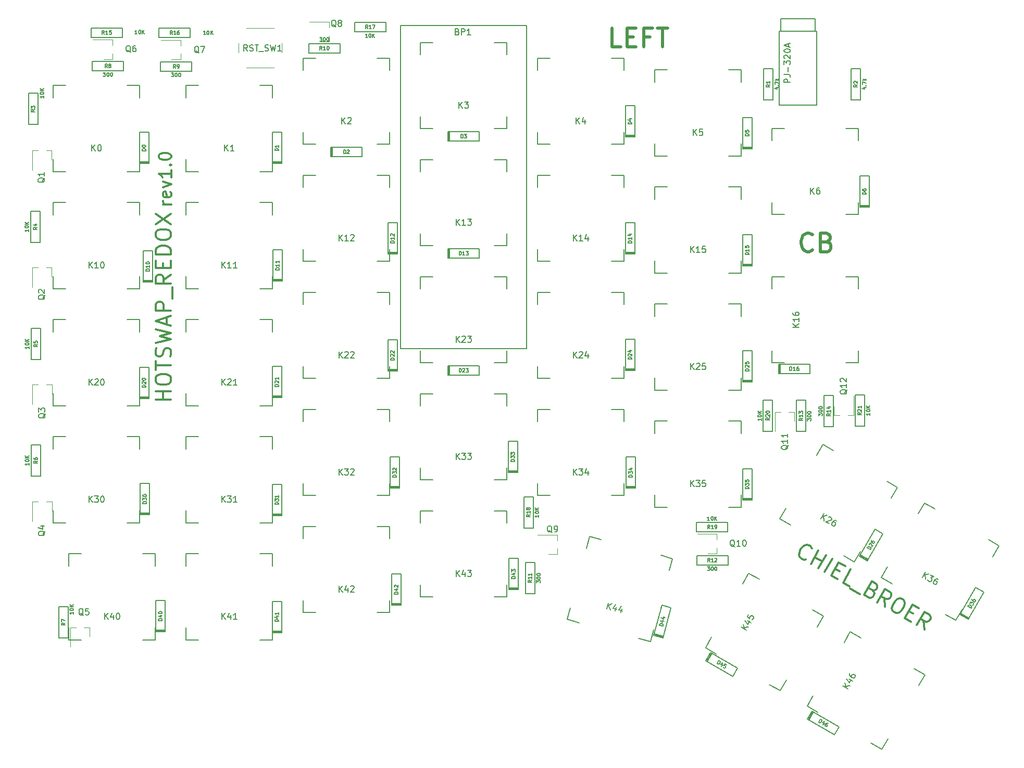
<source format=gto>
G04 #@! TF.GenerationSoftware,KiCad,Pcbnew,(5.1.5)-3*
G04 #@! TF.CreationDate,2020-03-08T16:10:47+01:00*
G04 #@! TF.ProjectId,redox_hotswap_led,7265646f-785f-4686-9f74-737761705f6c,1.0*
G04 #@! TF.SameCoordinates,Original*
G04 #@! TF.FileFunction,Legend,Top*
G04 #@! TF.FilePolarity,Positive*
%FSLAX46Y46*%
G04 Gerber Fmt 4.6, Leading zero omitted, Abs format (unit mm)*
G04 Created by KiCad (PCBNEW (5.1.5)-3) date 2020-03-08 16:10:47*
%MOMM*%
%LPD*%
G04 APERTURE LIST*
%ADD10C,0.300000*%
%ADD11C,0.500000*%
%ADD12C,0.150000*%
%ADD13C,0.200000*%
%ADD14C,0.120000*%
G04 APERTURE END LIST*
D10*
X206749973Y-136788903D02*
X206587351Y-136832478D01*
X206218532Y-136757004D01*
X206012336Y-136637957D01*
X205762565Y-136356287D01*
X205675416Y-136031043D01*
X205691365Y-135765323D01*
X205826362Y-135293406D01*
X206004934Y-134984111D01*
X206346127Y-134631242D01*
X206568273Y-134484569D01*
X206893517Y-134397420D01*
X207262336Y-134472893D01*
X207468532Y-134591941D01*
X207718303Y-134873611D01*
X207761878Y-135036233D01*
X207558810Y-137530814D02*
X208808810Y-135365750D01*
X208213572Y-136396733D02*
X209450751Y-137111019D01*
X208795989Y-138245100D02*
X210045989Y-136080036D01*
X209826971Y-138840338D02*
X211076971Y-136675274D01*
X211512716Y-138301495D02*
X212234404Y-138718162D01*
X211888937Y-140030814D02*
X210857954Y-139435576D01*
X212107954Y-137270512D01*
X213138937Y-137865750D01*
X213847804Y-141161766D02*
X212816821Y-140566528D01*
X214066821Y-138401465D01*
X213934953Y-141487010D02*
X215584525Y-142439391D01*
X217595513Y-141813400D02*
X217845284Y-142095069D01*
X217888859Y-142257691D01*
X217872910Y-142523412D01*
X217694338Y-142832707D01*
X217472192Y-142979379D01*
X217309570Y-143022954D01*
X217043850Y-143007004D01*
X216219064Y-142530814D01*
X217469064Y-140365750D01*
X218190752Y-140782417D01*
X218337424Y-141004563D01*
X218380999Y-141167185D01*
X218365049Y-141432905D01*
X218246002Y-141639102D01*
X218023856Y-141785775D01*
X217861234Y-141829349D01*
X217595513Y-141813400D01*
X216873826Y-141396733D01*
X219621306Y-144495100D02*
X219494857Y-143047450D01*
X218384127Y-143780814D02*
X219634127Y-141615750D01*
X220458913Y-142091941D01*
X220605586Y-142314087D01*
X220649161Y-142476709D01*
X220633211Y-142742429D01*
X220454640Y-143051724D01*
X220232494Y-143198397D01*
X220069872Y-143241971D01*
X219804151Y-143226022D01*
X218979365Y-142749831D01*
X222211584Y-143103846D02*
X222623977Y-143341941D01*
X222770650Y-143564087D01*
X222857798Y-143889331D01*
X222722802Y-144361248D01*
X222306135Y-145082936D01*
X221964941Y-145435805D01*
X221639697Y-145522954D01*
X221373977Y-145507004D01*
X220961584Y-145268909D01*
X220814911Y-145046763D01*
X220727762Y-144721519D01*
X220862759Y-144249602D01*
X221279426Y-143527914D01*
X221620619Y-143175045D01*
X221945863Y-143087896D01*
X222211584Y-143103846D01*
X223472114Y-145206257D02*
X224193802Y-145622924D01*
X223848335Y-146935576D02*
X222817353Y-146340338D01*
X224067353Y-144175274D01*
X225098335Y-144770512D01*
X226013399Y-148185576D02*
X225886949Y-146737927D01*
X224776220Y-147471290D02*
X226026220Y-145306227D01*
X226851006Y-145782417D01*
X226997678Y-146004563D01*
X227041253Y-146167185D01*
X227025303Y-146432905D01*
X226846732Y-146742200D01*
X226624586Y-146888873D01*
X226461964Y-146932447D01*
X226196244Y-146916498D01*
X225371458Y-146440308D01*
D11*
X207835571Y-86415428D02*
X207692714Y-86558285D01*
X207264142Y-86701142D01*
X206978428Y-86701142D01*
X206549857Y-86558285D01*
X206264142Y-86272571D01*
X206121285Y-85986857D01*
X205978428Y-85415428D01*
X205978428Y-84986857D01*
X206121285Y-84415428D01*
X206264142Y-84129714D01*
X206549857Y-83844000D01*
X206978428Y-83701142D01*
X207264142Y-83701142D01*
X207692714Y-83844000D01*
X207835571Y-83986857D01*
X210121285Y-85129714D02*
X210549857Y-85272571D01*
X210692714Y-85415428D01*
X210835571Y-85701142D01*
X210835571Y-86129714D01*
X210692714Y-86415428D01*
X210549857Y-86558285D01*
X210264142Y-86701142D01*
X209121285Y-86701142D01*
X209121285Y-83701142D01*
X210121285Y-83701142D01*
X210407000Y-83844000D01*
X210549857Y-83986857D01*
X210692714Y-84272571D01*
X210692714Y-84558285D01*
X210549857Y-84844000D01*
X210407000Y-84986857D01*
X210121285Y-85129714D01*
X209121285Y-85129714D01*
D10*
X103584261Y-79009357D02*
X102250928Y-79009357D01*
X102631880Y-79009357D02*
X102441404Y-78914119D01*
X102346166Y-78818880D01*
X102250928Y-78628404D01*
X102250928Y-78437928D01*
X103489023Y-77009357D02*
X103584261Y-77199833D01*
X103584261Y-77580785D01*
X103489023Y-77771261D01*
X103298547Y-77866500D01*
X102536642Y-77866500D01*
X102346166Y-77771261D01*
X102250928Y-77580785D01*
X102250928Y-77199833D01*
X102346166Y-77009357D01*
X102536642Y-76914119D01*
X102727119Y-76914119D01*
X102917595Y-77866500D01*
X102250928Y-76247452D02*
X103584261Y-75771261D01*
X102250928Y-75295071D01*
X103584261Y-73485547D02*
X103584261Y-74628404D01*
X103584261Y-74056976D02*
X101584261Y-74056976D01*
X101869976Y-74247452D01*
X102060452Y-74437928D01*
X102155690Y-74628404D01*
X103393785Y-72628404D02*
X103489023Y-72533166D01*
X103584261Y-72628404D01*
X103489023Y-72723642D01*
X103393785Y-72628404D01*
X103584261Y-72628404D01*
X101584261Y-71295071D02*
X101584261Y-71104595D01*
X101679500Y-70914119D01*
X101774738Y-70818880D01*
X101965214Y-70723642D01*
X102346166Y-70628404D01*
X102822357Y-70628404D01*
X103203309Y-70723642D01*
X103393785Y-70818880D01*
X103489023Y-70914119D01*
X103584261Y-71104595D01*
X103584261Y-71295071D01*
X103489023Y-71485547D01*
X103393785Y-71580785D01*
X103203309Y-71676023D01*
X102822357Y-71771261D01*
X102346166Y-71771261D01*
X101965214Y-71676023D01*
X101774738Y-71580785D01*
X101679500Y-71485547D01*
X101584261Y-71295071D01*
X103556452Y-110821500D02*
X101056452Y-110821500D01*
X102246928Y-110821500D02*
X102246928Y-109392928D01*
X103556452Y-109392928D02*
X101056452Y-109392928D01*
X101056452Y-107726261D02*
X101056452Y-107250071D01*
X101175500Y-107011976D01*
X101413595Y-106773880D01*
X101889785Y-106654833D01*
X102723119Y-106654833D01*
X103199309Y-106773880D01*
X103437404Y-107011976D01*
X103556452Y-107250071D01*
X103556452Y-107726261D01*
X103437404Y-107964357D01*
X103199309Y-108202452D01*
X102723119Y-108321500D01*
X101889785Y-108321500D01*
X101413595Y-108202452D01*
X101175500Y-107964357D01*
X101056452Y-107726261D01*
X101056452Y-105940547D02*
X101056452Y-104511976D01*
X103556452Y-105226261D02*
X101056452Y-105226261D01*
X103437404Y-103797690D02*
X103556452Y-103440547D01*
X103556452Y-102845309D01*
X103437404Y-102607214D01*
X103318357Y-102488166D01*
X103080261Y-102369119D01*
X102842166Y-102369119D01*
X102604071Y-102488166D01*
X102485023Y-102607214D01*
X102365976Y-102845309D01*
X102246928Y-103321500D01*
X102127880Y-103559595D01*
X102008833Y-103678642D01*
X101770738Y-103797690D01*
X101532642Y-103797690D01*
X101294547Y-103678642D01*
X101175500Y-103559595D01*
X101056452Y-103321500D01*
X101056452Y-102726261D01*
X101175500Y-102369119D01*
X101056452Y-101535785D02*
X103556452Y-100940547D01*
X101770738Y-100464357D01*
X103556452Y-99988166D01*
X101056452Y-99392928D01*
X102842166Y-98559595D02*
X102842166Y-97369119D01*
X103556452Y-98797690D02*
X101056452Y-97964357D01*
X103556452Y-97131023D01*
X103556452Y-96297690D02*
X101056452Y-96297690D01*
X101056452Y-95345309D01*
X101175500Y-95107214D01*
X101294547Y-94988166D01*
X101532642Y-94869119D01*
X101889785Y-94869119D01*
X102127880Y-94988166D01*
X102246928Y-95107214D01*
X102365976Y-95345309D01*
X102365976Y-96297690D01*
X103794547Y-94392928D02*
X103794547Y-92488166D01*
X103556452Y-90464357D02*
X102365976Y-91297690D01*
X103556452Y-91892928D02*
X101056452Y-91892928D01*
X101056452Y-90940547D01*
X101175500Y-90702452D01*
X101294547Y-90583404D01*
X101532642Y-90464357D01*
X101889785Y-90464357D01*
X102127880Y-90583404D01*
X102246928Y-90702452D01*
X102365976Y-90940547D01*
X102365976Y-91892928D01*
X102246928Y-89392928D02*
X102246928Y-88559595D01*
X103556452Y-88202452D02*
X103556452Y-89392928D01*
X101056452Y-89392928D01*
X101056452Y-88202452D01*
X103556452Y-87131023D02*
X101056452Y-87131023D01*
X101056452Y-86535785D01*
X101175500Y-86178642D01*
X101413595Y-85940547D01*
X101651690Y-85821500D01*
X102127880Y-85702452D01*
X102485023Y-85702452D01*
X102961214Y-85821500D01*
X103199309Y-85940547D01*
X103437404Y-86178642D01*
X103556452Y-86535785D01*
X103556452Y-87131023D01*
X101056452Y-84154833D02*
X101056452Y-83678642D01*
X101175500Y-83440547D01*
X101413595Y-83202452D01*
X101889785Y-83083404D01*
X102723119Y-83083404D01*
X103199309Y-83202452D01*
X103437404Y-83440547D01*
X103556452Y-83678642D01*
X103556452Y-84154833D01*
X103437404Y-84392928D01*
X103199309Y-84631023D01*
X102723119Y-84750071D01*
X101889785Y-84750071D01*
X101413595Y-84631023D01*
X101175500Y-84392928D01*
X101056452Y-84154833D01*
X101056452Y-82250071D02*
X103556452Y-80583404D01*
X101056452Y-80583404D02*
X103556452Y-82250071D01*
D11*
X176720857Y-53363642D02*
X175292285Y-53363642D01*
X175292285Y-50363642D01*
X177720857Y-51792214D02*
X178720857Y-51792214D01*
X179149428Y-53363642D02*
X177720857Y-53363642D01*
X177720857Y-50363642D01*
X179149428Y-50363642D01*
X181435142Y-51792214D02*
X180435142Y-51792214D01*
X180435142Y-53363642D02*
X180435142Y-50363642D01*
X181863714Y-50363642D01*
X182578000Y-50363642D02*
X184292285Y-50363642D01*
X183435142Y-53363642D02*
X183435142Y-50363642D01*
D12*
X215704873Y-149552822D02*
X213972822Y-148552822D01*
X207972822Y-158945127D02*
X206972822Y-160677178D01*
X220097178Y-165945127D02*
X219097178Y-167677178D01*
X226097178Y-155552822D02*
X224365127Y-154552822D01*
X206972822Y-160677178D02*
X208704873Y-161677178D01*
X213972822Y-148552822D02*
X212972822Y-150284873D01*
X219097178Y-167677178D02*
X217365127Y-166677178D01*
X225097178Y-157284873D02*
X226097178Y-155552822D01*
X199194873Y-140027822D02*
X197462822Y-139027822D01*
X191462822Y-149420127D02*
X190462822Y-151152178D01*
X203587178Y-156420127D02*
X202587178Y-158152178D01*
X209587178Y-146027822D02*
X207855127Y-145027822D01*
X190462822Y-151152178D02*
X192194873Y-152152178D01*
X197462822Y-139027822D02*
X196462822Y-140759873D01*
X202587178Y-158152178D02*
X200855127Y-157152178D01*
X208587178Y-147759873D02*
X209587178Y-146027822D01*
X156130000Y-128890000D02*
X158130000Y-128890000D01*
X158130000Y-128890000D02*
X158130000Y-130890000D01*
X156130000Y-142890000D02*
X158130000Y-142890000D01*
X158130000Y-142890000D02*
X158130000Y-140890000D01*
X144130000Y-140890000D02*
X144130000Y-142890000D01*
X144130000Y-142890000D02*
X146130000Y-142890000D01*
X146130000Y-128890000D02*
X144130000Y-128890000D01*
X144130000Y-128890000D02*
X144130000Y-130890000D01*
X137080000Y-131430000D02*
X139080000Y-131430000D01*
X139080000Y-131430000D02*
X139080000Y-133430000D01*
X137080000Y-145430000D02*
X139080000Y-145430000D01*
X139080000Y-145430000D02*
X139080000Y-143430000D01*
X125080000Y-143430000D02*
X125080000Y-145430000D01*
X125080000Y-145430000D02*
X127080000Y-145430000D01*
X127080000Y-131430000D02*
X125080000Y-131430000D01*
X125080000Y-131430000D02*
X125080000Y-133430000D01*
X118030000Y-135875000D02*
X120030000Y-135875000D01*
X120030000Y-135875000D02*
X120030000Y-137875000D01*
X118030000Y-149875000D02*
X120030000Y-149875000D01*
X120030000Y-149875000D02*
X120030000Y-147875000D01*
X106030000Y-147875000D02*
X106030000Y-149875000D01*
X106030000Y-149875000D02*
X108030000Y-149875000D01*
X108030000Y-135875000D02*
X106030000Y-135875000D01*
X106030000Y-135875000D02*
X106030000Y-137875000D01*
X98980000Y-135875000D02*
X100980000Y-135875000D01*
X100980000Y-135875000D02*
X100980000Y-137875000D01*
X98980000Y-149875000D02*
X100980000Y-149875000D01*
X100980000Y-149875000D02*
X100980000Y-147875000D01*
X86980000Y-147875000D02*
X86980000Y-149875000D01*
X86980000Y-149875000D02*
X88980000Y-149875000D01*
X88980000Y-135875000D02*
X86980000Y-135875000D01*
X86980000Y-135875000D02*
X86980000Y-137875000D01*
X236430127Y-133597822D02*
X238162178Y-134597822D01*
X238162178Y-134597822D02*
X237162178Y-136329873D01*
X229430127Y-145722178D02*
X231162178Y-146722178D01*
X231162178Y-146722178D02*
X232162178Y-144990127D01*
X220037822Y-137990127D02*
X219037822Y-139722178D01*
X219037822Y-139722178D02*
X220769873Y-140722178D01*
X227769873Y-128597822D02*
X226037822Y-127597822D01*
X226037822Y-127597822D02*
X225037822Y-129329873D01*
X194230000Y-114285000D02*
X196230000Y-114285000D01*
X196230000Y-114285000D02*
X196230000Y-116285000D01*
X194230000Y-128285000D02*
X196230000Y-128285000D01*
X196230000Y-128285000D02*
X196230000Y-126285000D01*
X182230000Y-126285000D02*
X182230000Y-128285000D01*
X182230000Y-128285000D02*
X184230000Y-128285000D01*
X184230000Y-114285000D02*
X182230000Y-114285000D01*
X182230000Y-114285000D02*
X182230000Y-116285000D01*
X175180000Y-112380000D02*
X177180000Y-112380000D01*
X177180000Y-112380000D02*
X177180000Y-114380000D01*
X175180000Y-126380000D02*
X177180000Y-126380000D01*
X177180000Y-126380000D02*
X177180000Y-124380000D01*
X163180000Y-124380000D02*
X163180000Y-126380000D01*
X163180000Y-126380000D02*
X165180000Y-126380000D01*
X165180000Y-112380000D02*
X163180000Y-112380000D01*
X163180000Y-112380000D02*
X163180000Y-114380000D01*
X156130000Y-109840000D02*
X158130000Y-109840000D01*
X158130000Y-109840000D02*
X158130000Y-111840000D01*
X156130000Y-123840000D02*
X158130000Y-123840000D01*
X158130000Y-123840000D02*
X158130000Y-121840000D01*
X144130000Y-121840000D02*
X144130000Y-123840000D01*
X144130000Y-123840000D02*
X146130000Y-123840000D01*
X146130000Y-109840000D02*
X144130000Y-109840000D01*
X144130000Y-109840000D02*
X144130000Y-111840000D01*
X137080000Y-112380000D02*
X139080000Y-112380000D01*
X139080000Y-112380000D02*
X139080000Y-114380000D01*
X137080000Y-126380000D02*
X139080000Y-126380000D01*
X139080000Y-126380000D02*
X139080000Y-124380000D01*
X125080000Y-124380000D02*
X125080000Y-126380000D01*
X125080000Y-126380000D02*
X127080000Y-126380000D01*
X127080000Y-112380000D02*
X125080000Y-112380000D01*
X125080000Y-112380000D02*
X125080000Y-114380000D01*
X118030000Y-116825000D02*
X120030000Y-116825000D01*
X120030000Y-116825000D02*
X120030000Y-118825000D01*
X118030000Y-130825000D02*
X120030000Y-130825000D01*
X120030000Y-130825000D02*
X120030000Y-128825000D01*
X106030000Y-128825000D02*
X106030000Y-130825000D01*
X106030000Y-130825000D02*
X108030000Y-130825000D01*
X108030000Y-116825000D02*
X106030000Y-116825000D01*
X106030000Y-116825000D02*
X106030000Y-118825000D01*
X219920127Y-124072822D02*
X221652178Y-125072822D01*
X221652178Y-125072822D02*
X220652178Y-126804873D01*
X212920127Y-136197178D02*
X214652178Y-137197178D01*
X214652178Y-137197178D02*
X215652178Y-135465127D01*
X203527822Y-128465127D02*
X202527822Y-130197178D01*
X202527822Y-130197178D02*
X204259873Y-131197178D01*
X211259873Y-119072822D02*
X209527822Y-118072822D01*
X209527822Y-118072822D02*
X208527822Y-119804873D01*
X194230000Y-95235000D02*
X196230000Y-95235000D01*
X196230000Y-95235000D02*
X196230000Y-97235000D01*
X194230000Y-109235000D02*
X196230000Y-109235000D01*
X196230000Y-109235000D02*
X196230000Y-107235000D01*
X182230000Y-107235000D02*
X182230000Y-109235000D01*
X182230000Y-109235000D02*
X184230000Y-109235000D01*
X184230000Y-95235000D02*
X182230000Y-95235000D01*
X182230000Y-95235000D02*
X182230000Y-97235000D01*
X175180000Y-93330000D02*
X177180000Y-93330000D01*
X177180000Y-93330000D02*
X177180000Y-95330000D01*
X175180000Y-107330000D02*
X177180000Y-107330000D01*
X177180000Y-107330000D02*
X177180000Y-105330000D01*
X163180000Y-105330000D02*
X163180000Y-107330000D01*
X163180000Y-107330000D02*
X165180000Y-107330000D01*
X165180000Y-93330000D02*
X163180000Y-93330000D01*
X163180000Y-93330000D02*
X163180000Y-95330000D01*
X144130000Y-102790000D02*
X144130000Y-104790000D01*
X156130000Y-104790000D02*
X158130000Y-104790000D01*
X156130000Y-90790000D02*
X158130000Y-90790000D01*
X144130000Y-90790000D02*
X144130000Y-92790000D01*
X158130000Y-104790000D02*
X158130000Y-102790000D01*
X144130000Y-104790000D02*
X146130000Y-104790000D01*
X158130000Y-90790000D02*
X158130000Y-92790000D01*
X146130000Y-90790000D02*
X144130000Y-90790000D01*
X137080000Y-93330000D02*
X139080000Y-93330000D01*
X139080000Y-93330000D02*
X139080000Y-95330000D01*
X137080000Y-107330000D02*
X139080000Y-107330000D01*
X139080000Y-107330000D02*
X139080000Y-105330000D01*
X125080000Y-105330000D02*
X125080000Y-107330000D01*
X125080000Y-107330000D02*
X127080000Y-107330000D01*
X127080000Y-93330000D02*
X125080000Y-93330000D01*
X125080000Y-93330000D02*
X125080000Y-95330000D01*
X118030000Y-97775000D02*
X120030000Y-97775000D01*
X120030000Y-97775000D02*
X120030000Y-99775000D01*
X118030000Y-111775000D02*
X120030000Y-111775000D01*
X120030000Y-111775000D02*
X120030000Y-109775000D01*
X106030000Y-109775000D02*
X106030000Y-111775000D01*
X106030000Y-111775000D02*
X108030000Y-111775000D01*
X108030000Y-97775000D02*
X106030000Y-97775000D01*
X106030000Y-97775000D02*
X106030000Y-99775000D01*
X203280000Y-90790000D02*
X201280000Y-90790000D01*
X201280000Y-102790000D02*
X201280000Y-104790000D01*
X215280000Y-102790000D02*
X215280000Y-104790000D01*
X215280000Y-90790000D02*
X213280000Y-90790000D01*
X201280000Y-104790000D02*
X203280000Y-104790000D01*
X201280000Y-90790000D02*
X201280000Y-92790000D01*
X215280000Y-104790000D02*
X213280000Y-104790000D01*
X215280000Y-92790000D02*
X215280000Y-90790000D01*
X194230000Y-76185000D02*
X196230000Y-76185000D01*
X196230000Y-76185000D02*
X196230000Y-78185000D01*
X194230000Y-90185000D02*
X196230000Y-90185000D01*
X196230000Y-90185000D02*
X196230000Y-88185000D01*
X182230000Y-88185000D02*
X182230000Y-90185000D01*
X182230000Y-90185000D02*
X184230000Y-90185000D01*
X184230000Y-76185000D02*
X182230000Y-76185000D01*
X182230000Y-76185000D02*
X182230000Y-78185000D01*
X175180000Y-74280000D02*
X177180000Y-74280000D01*
X177180000Y-74280000D02*
X177180000Y-76280000D01*
X175180000Y-88280000D02*
X177180000Y-88280000D01*
X177180000Y-88280000D02*
X177180000Y-86280000D01*
X163180000Y-86280000D02*
X163180000Y-88280000D01*
X163180000Y-88280000D02*
X165180000Y-88280000D01*
X165180000Y-74280000D02*
X163180000Y-74280000D01*
X163180000Y-74280000D02*
X163180000Y-76280000D01*
X144130000Y-83740000D02*
X144130000Y-85740000D01*
X156130000Y-85740000D02*
X158130000Y-85740000D01*
X156130000Y-71740000D02*
X158130000Y-71740000D01*
X144130000Y-71740000D02*
X144130000Y-73740000D01*
X158130000Y-85740000D02*
X158130000Y-83740000D01*
X144130000Y-85740000D02*
X146130000Y-85740000D01*
X158130000Y-71740000D02*
X158130000Y-73740000D01*
X146130000Y-71740000D02*
X144130000Y-71740000D01*
X137080000Y-74280000D02*
X139080000Y-74280000D01*
X139080000Y-74280000D02*
X139080000Y-76280000D01*
X137080000Y-88280000D02*
X139080000Y-88280000D01*
X139080000Y-88280000D02*
X139080000Y-86280000D01*
X125080000Y-86280000D02*
X125080000Y-88280000D01*
X125080000Y-88280000D02*
X127080000Y-88280000D01*
X127080000Y-74280000D02*
X125080000Y-74280000D01*
X125080000Y-74280000D02*
X125080000Y-76280000D01*
X118030000Y-78725000D02*
X120030000Y-78725000D01*
X120030000Y-78725000D02*
X120030000Y-80725000D01*
X118030000Y-92725000D02*
X120030000Y-92725000D01*
X120030000Y-92725000D02*
X120030000Y-90725000D01*
X106030000Y-90725000D02*
X106030000Y-92725000D01*
X106030000Y-92725000D02*
X108030000Y-92725000D01*
X108030000Y-78725000D02*
X106030000Y-78725000D01*
X106030000Y-78725000D02*
X106030000Y-80725000D01*
X213280000Y-66660000D02*
X215280000Y-66660000D01*
X215280000Y-66660000D02*
X215280000Y-68660000D01*
X213280000Y-80660000D02*
X215280000Y-80660000D01*
X215280000Y-80660000D02*
X215280000Y-78660000D01*
X201280000Y-78660000D02*
X201280000Y-80660000D01*
X201280000Y-80660000D02*
X203280000Y-80660000D01*
X203280000Y-66660000D02*
X201280000Y-66660000D01*
X201280000Y-66660000D02*
X201280000Y-68660000D01*
X194230000Y-57135000D02*
X196230000Y-57135000D01*
X196230000Y-57135000D02*
X196230000Y-59135000D01*
X194230000Y-71135000D02*
X196230000Y-71135000D01*
X196230000Y-71135000D02*
X196230000Y-69135000D01*
X182230000Y-69135000D02*
X182230000Y-71135000D01*
X182230000Y-71135000D02*
X184230000Y-71135000D01*
X184230000Y-57135000D02*
X182230000Y-57135000D01*
X182230000Y-57135000D02*
X182230000Y-59135000D01*
X175180000Y-55230000D02*
X177180000Y-55230000D01*
X177180000Y-55230000D02*
X177180000Y-57230000D01*
X175180000Y-69230000D02*
X177180000Y-69230000D01*
X177180000Y-69230000D02*
X177180000Y-67230000D01*
X163180000Y-67230000D02*
X163180000Y-69230000D01*
X163180000Y-69230000D02*
X165180000Y-69230000D01*
X165180000Y-55230000D02*
X163180000Y-55230000D01*
X163180000Y-55230000D02*
X163180000Y-57230000D01*
X144130000Y-64690000D02*
X144130000Y-66690000D01*
X156130000Y-66690000D02*
X158130000Y-66690000D01*
X156130000Y-52690000D02*
X158130000Y-52690000D01*
X144130000Y-52690000D02*
X144130000Y-54690000D01*
X158130000Y-66690000D02*
X158130000Y-64690000D01*
X144130000Y-66690000D02*
X146130000Y-66690000D01*
X158130000Y-52690000D02*
X158130000Y-54690000D01*
X146130000Y-52690000D02*
X144130000Y-52690000D01*
X137080000Y-55230000D02*
X139080000Y-55230000D01*
X139080000Y-55230000D02*
X139080000Y-57230000D01*
X137080000Y-69230000D02*
X139080000Y-69230000D01*
X139080000Y-69230000D02*
X139080000Y-67230000D01*
X125080000Y-67230000D02*
X125080000Y-69230000D01*
X125080000Y-69230000D02*
X127080000Y-69230000D01*
X127080000Y-55230000D02*
X125080000Y-55230000D01*
X125080000Y-55230000D02*
X125080000Y-57230000D01*
X118030000Y-59675000D02*
X120030000Y-59675000D01*
X120030000Y-59675000D02*
X120030000Y-61675000D01*
X118030000Y-73675000D02*
X120030000Y-73675000D01*
X120030000Y-73675000D02*
X120030000Y-71675000D01*
X106030000Y-71675000D02*
X106030000Y-73675000D01*
X106030000Y-73675000D02*
X108030000Y-73675000D01*
X108030000Y-59675000D02*
X106030000Y-59675000D01*
X106030000Y-59675000D02*
X106030000Y-61675000D01*
D13*
X140834000Y-102500000D02*
X161334000Y-102500000D01*
X161334000Y-102500000D02*
X161334000Y-49900000D01*
X140834000Y-49900000D02*
X140834000Y-102500000D01*
X161334000Y-49900000D02*
X140834000Y-49900000D01*
D12*
X201422000Y-56896000D02*
X199898000Y-56896000D01*
X201422000Y-61976000D02*
X201422000Y-56896000D01*
X199898000Y-56896000D02*
X199898000Y-61976000D01*
X199898000Y-61976000D02*
X201422000Y-61976000D01*
X201422000Y-61976000D02*
X201422000Y-61468000D01*
X215646000Y-56896000D02*
X214122000Y-56896000D01*
X215646000Y-61976000D02*
X215646000Y-56896000D01*
X214122000Y-56896000D02*
X214122000Y-61976000D01*
X214122000Y-61976000D02*
X215646000Y-61976000D01*
X215646000Y-61976000D02*
X215646000Y-61468000D01*
X80391000Y-66019000D02*
X81915000Y-66019000D01*
X80391000Y-60939000D02*
X80391000Y-66019000D01*
X81915000Y-66019000D02*
X81915000Y-60939000D01*
X81915000Y-60939000D02*
X80391000Y-60939000D01*
X80391000Y-60939000D02*
X80391000Y-61447000D01*
X80772000Y-85184000D02*
X82296000Y-85184000D01*
X80772000Y-80104000D02*
X80772000Y-85184000D01*
X82296000Y-85184000D02*
X82296000Y-80104000D01*
X82296000Y-80104000D02*
X80772000Y-80104000D01*
X80772000Y-80104000D02*
X80772000Y-80612000D01*
X80835500Y-104246000D02*
X82359500Y-104246000D01*
X80835500Y-99166000D02*
X80835500Y-104246000D01*
X82359500Y-104246000D02*
X82359500Y-99166000D01*
X82359500Y-99166000D02*
X80835500Y-99166000D01*
X80835500Y-99166000D02*
X80835500Y-99674000D01*
X80835500Y-123211000D02*
X82359500Y-123211000D01*
X80835500Y-118131000D02*
X80835500Y-123211000D01*
X82359500Y-123211000D02*
X82359500Y-118131000D01*
X82359500Y-118131000D02*
X80835500Y-118131000D01*
X80835500Y-118131000D02*
X80835500Y-118639000D01*
X85344000Y-149573000D02*
X86868000Y-149573000D01*
X85344000Y-144493000D02*
X85344000Y-149573000D01*
X86868000Y-149573000D02*
X86868000Y-144493000D01*
X86868000Y-144493000D02*
X85344000Y-144493000D01*
X85344000Y-144493000D02*
X85344000Y-145001000D01*
X95852000Y-57277000D02*
X95852000Y-55753000D01*
X90772000Y-57277000D02*
X95852000Y-57277000D01*
X95852000Y-55753000D02*
X90772000Y-55753000D01*
X90772000Y-55753000D02*
X90772000Y-57277000D01*
X90772000Y-57277000D02*
X91280000Y-57277000D01*
X101884500Y-55816500D02*
X101884500Y-57340500D01*
X106964500Y-55816500D02*
X101884500Y-55816500D01*
X101884500Y-57340500D02*
X106964500Y-57340500D01*
X106964500Y-57340500D02*
X106964500Y-55816500D01*
X106964500Y-55816500D02*
X106456500Y-55816500D01*
X125951000Y-52832000D02*
X125951000Y-54356000D01*
X131031000Y-52832000D02*
X125951000Y-52832000D01*
X125951000Y-54356000D02*
X131031000Y-54356000D01*
X131031000Y-54356000D02*
X131031000Y-52832000D01*
X131031000Y-52832000D02*
X130523000Y-52832000D01*
X162687000Y-137254000D02*
X161163000Y-137254000D01*
X162687000Y-142334000D02*
X162687000Y-137254000D01*
X161163000Y-137254000D02*
X161163000Y-142334000D01*
X161163000Y-142334000D02*
X162687000Y-142334000D01*
X162687000Y-142334000D02*
X162687000Y-141826000D01*
X194089000Y-137668000D02*
X194089000Y-136144000D01*
X189009000Y-137668000D02*
X194089000Y-137668000D01*
X194089000Y-136144000D02*
X189009000Y-136144000D01*
X189009000Y-136144000D02*
X189009000Y-137668000D01*
X189009000Y-137668000D02*
X189517000Y-137668000D01*
X205232000Y-115984000D02*
X206756000Y-115984000D01*
X205232000Y-110904000D02*
X205232000Y-115984000D01*
X206756000Y-115984000D02*
X206756000Y-110904000D01*
X206756000Y-110904000D02*
X205232000Y-110904000D01*
X205232000Y-110904000D02*
X205232000Y-111412000D01*
X211264500Y-110139500D02*
X209740500Y-110139500D01*
X211264500Y-115219500D02*
X211264500Y-110139500D01*
X209740500Y-110139500D02*
X209740500Y-115219500D01*
X209740500Y-115219500D02*
X211264500Y-115219500D01*
X211264500Y-115219500D02*
X211264500Y-114711500D01*
X95664000Y-51816000D02*
X95664000Y-50292000D01*
X90584000Y-51816000D02*
X95664000Y-51816000D01*
X95664000Y-50292000D02*
X90584000Y-50292000D01*
X90584000Y-50292000D02*
X90584000Y-51816000D01*
X90584000Y-51816000D02*
X91092000Y-51816000D01*
X106710500Y-51879500D02*
X106710500Y-50355500D01*
X101630500Y-51879500D02*
X106710500Y-51879500D01*
X106710500Y-50355500D02*
X101630500Y-50355500D01*
X101630500Y-50355500D02*
X101630500Y-51879500D01*
X101630500Y-51879500D02*
X102138500Y-51879500D01*
X138463000Y-50927000D02*
X138463000Y-49403000D01*
X133383000Y-50927000D02*
X138463000Y-50927000D01*
X138463000Y-49403000D02*
X133383000Y-49403000D01*
X133383000Y-49403000D02*
X133383000Y-50927000D01*
X133383000Y-50927000D02*
X133891000Y-50927000D01*
X162433000Y-126586000D02*
X160909000Y-126586000D01*
X162433000Y-131666000D02*
X162433000Y-126586000D01*
X160909000Y-126586000D02*
X160909000Y-131666000D01*
X160909000Y-131666000D02*
X162433000Y-131666000D01*
X162433000Y-131666000D02*
X162433000Y-131158000D01*
X188997000Y-130760000D02*
X188997000Y-132284000D01*
X194077000Y-130760000D02*
X188997000Y-130760000D01*
X188997000Y-132284000D02*
X194077000Y-132284000D01*
X194077000Y-132284000D02*
X194077000Y-130760000D01*
X194077000Y-130760000D02*
X193569000Y-130760000D01*
X201358500Y-110840500D02*
X199834500Y-110840500D01*
X201358500Y-115920500D02*
X201358500Y-110840500D01*
X199834500Y-110840500D02*
X199834500Y-115920500D01*
X199834500Y-115920500D02*
X201358500Y-115920500D01*
X201358500Y-115920500D02*
X201358500Y-115412500D01*
X216281000Y-110003000D02*
X214757000Y-110003000D01*
X216281000Y-115083000D02*
X216281000Y-110003000D01*
X214757000Y-110003000D02*
X214757000Y-115083000D01*
X214757000Y-115083000D02*
X216281000Y-115083000D01*
X216281000Y-115083000D02*
X216281000Y-114575000D01*
X98425000Y-72369000D02*
X99949000Y-72369000D01*
X98425000Y-67289000D02*
X98425000Y-72369000D01*
X99949000Y-72369000D02*
X99949000Y-67289000D01*
X99949000Y-67289000D02*
X98425000Y-67289000D01*
X98425000Y-67289000D02*
X98425000Y-67797000D01*
X99949000Y-72115000D02*
X98425000Y-72115000D01*
X98425000Y-72242000D02*
X99949000Y-72242000D01*
X120015000Y-72357000D02*
X121539000Y-72357000D01*
X120015000Y-67277000D02*
X120015000Y-72357000D01*
X121539000Y-72357000D02*
X121539000Y-67277000D01*
X121539000Y-67277000D02*
X120015000Y-67277000D01*
X120015000Y-67277000D02*
X120015000Y-67785000D01*
X121539000Y-72103000D02*
X120015000Y-72103000D01*
X120015000Y-72230000D02*
X121539000Y-72230000D01*
X129540000Y-69723000D02*
X129540000Y-71247000D01*
X134620000Y-69723000D02*
X129540000Y-69723000D01*
X129540000Y-71247000D02*
X134620000Y-71247000D01*
X134620000Y-71247000D02*
X134620000Y-69723000D01*
X134620000Y-69723000D02*
X134112000Y-69723000D01*
X129794000Y-71247000D02*
X129794000Y-69723000D01*
X129667000Y-69723000D02*
X129667000Y-71247000D01*
X148590000Y-67183000D02*
X148590000Y-68707000D01*
X153670000Y-67183000D02*
X148590000Y-67183000D01*
X148590000Y-68707000D02*
X153670000Y-68707000D01*
X153670000Y-68707000D02*
X153670000Y-67183000D01*
X153670000Y-67183000D02*
X153162000Y-67183000D01*
X148844000Y-68707000D02*
X148844000Y-67183000D01*
X148717000Y-67183000D02*
X148717000Y-68707000D01*
X177419000Y-68039000D02*
X178943000Y-68039000D01*
X177419000Y-62959000D02*
X177419000Y-68039000D01*
X178943000Y-68039000D02*
X178943000Y-62959000D01*
X178943000Y-62959000D02*
X177419000Y-62959000D01*
X177419000Y-62959000D02*
X177419000Y-63467000D01*
X178943000Y-67785000D02*
X177419000Y-67785000D01*
X177419000Y-67912000D02*
X178943000Y-67912000D01*
X196469000Y-69944000D02*
X197993000Y-69944000D01*
X196469000Y-64864000D02*
X196469000Y-69944000D01*
X197993000Y-69944000D02*
X197993000Y-64864000D01*
X197993000Y-64864000D02*
X196469000Y-64864000D01*
X196469000Y-64864000D02*
X196469000Y-65372000D01*
X197993000Y-69690000D02*
X196469000Y-69690000D01*
X196469000Y-69817000D02*
X197993000Y-69817000D01*
X215519000Y-79469000D02*
X217043000Y-79469000D01*
X215519000Y-74389000D02*
X215519000Y-79469000D01*
X217043000Y-79469000D02*
X217043000Y-74389000D01*
X217043000Y-74389000D02*
X215519000Y-74389000D01*
X215519000Y-74389000D02*
X215519000Y-74897000D01*
X217043000Y-79215000D02*
X215519000Y-79215000D01*
X215519000Y-79342000D02*
X217043000Y-79342000D01*
X99060000Y-91661000D02*
X100584000Y-91661000D01*
X99060000Y-86581000D02*
X99060000Y-91661000D01*
X100584000Y-91661000D02*
X100584000Y-86581000D01*
X100584000Y-86581000D02*
X99060000Y-86581000D01*
X99060000Y-86581000D02*
X99060000Y-87089000D01*
X100584000Y-91407000D02*
X99060000Y-91407000D01*
X99060000Y-91534000D02*
X100584000Y-91534000D01*
X120142000Y-91473000D02*
X121666000Y-91473000D01*
X120142000Y-86393000D02*
X120142000Y-91473000D01*
X121666000Y-91473000D02*
X121666000Y-86393000D01*
X121666000Y-86393000D02*
X120142000Y-86393000D01*
X120142000Y-86393000D02*
X120142000Y-86901000D01*
X121666000Y-91219000D02*
X120142000Y-91219000D01*
X120142000Y-91346000D02*
X121666000Y-91346000D01*
X138811000Y-87089000D02*
X140335000Y-87089000D01*
X138811000Y-82009000D02*
X138811000Y-87089000D01*
X140335000Y-87089000D02*
X140335000Y-82009000D01*
X140335000Y-82009000D02*
X138811000Y-82009000D01*
X138811000Y-82009000D02*
X138811000Y-82517000D01*
X140335000Y-86835000D02*
X138811000Y-86835000D01*
X138811000Y-86962000D02*
X140335000Y-86962000D01*
X148590000Y-86233000D02*
X148590000Y-87757000D01*
X153670000Y-86233000D02*
X148590000Y-86233000D01*
X148590000Y-87757000D02*
X153670000Y-87757000D01*
X153670000Y-87757000D02*
X153670000Y-86233000D01*
X153670000Y-86233000D02*
X153162000Y-86233000D01*
X148844000Y-87757000D02*
X148844000Y-86233000D01*
X148717000Y-86233000D02*
X148717000Y-87757000D01*
X177419000Y-87101000D02*
X178943000Y-87101000D01*
X177419000Y-82021000D02*
X177419000Y-87101000D01*
X178943000Y-87101000D02*
X178943000Y-82021000D01*
X178943000Y-82021000D02*
X177419000Y-82021000D01*
X177419000Y-82021000D02*
X177419000Y-82529000D01*
X178943000Y-86847000D02*
X177419000Y-86847000D01*
X177419000Y-86974000D02*
X178943000Y-86974000D01*
X196469000Y-89006000D02*
X197993000Y-89006000D01*
X196469000Y-83926000D02*
X196469000Y-89006000D01*
X197993000Y-89006000D02*
X197993000Y-83926000D01*
X197993000Y-83926000D02*
X196469000Y-83926000D01*
X196469000Y-83926000D02*
X196469000Y-84434000D01*
X197993000Y-88752000D02*
X196469000Y-88752000D01*
X196469000Y-88879000D02*
X197993000Y-88879000D01*
X202344000Y-105029000D02*
X202344000Y-106553000D01*
X207424000Y-105029000D02*
X202344000Y-105029000D01*
X202344000Y-106553000D02*
X207424000Y-106553000D01*
X207424000Y-106553000D02*
X207424000Y-105029000D01*
X207424000Y-105029000D02*
X206916000Y-105029000D01*
X202598000Y-106553000D02*
X202598000Y-105029000D01*
X202471000Y-105029000D02*
X202471000Y-106553000D01*
X98425000Y-110584000D02*
X99949000Y-110584000D01*
X98425000Y-105504000D02*
X98425000Y-110584000D01*
X99949000Y-110584000D02*
X99949000Y-105504000D01*
X99949000Y-105504000D02*
X98425000Y-105504000D01*
X98425000Y-105504000D02*
X98425000Y-106012000D01*
X99949000Y-110330000D02*
X98425000Y-110330000D01*
X98425000Y-110457000D02*
X99949000Y-110457000D01*
X120015000Y-110457000D02*
X121539000Y-110457000D01*
X120015000Y-105377000D02*
X120015000Y-110457000D01*
X121539000Y-110457000D02*
X121539000Y-105377000D01*
X121539000Y-105377000D02*
X120015000Y-105377000D01*
X120015000Y-105377000D02*
X120015000Y-105885000D01*
X121539000Y-110203000D02*
X120015000Y-110203000D01*
X120015000Y-110330000D02*
X121539000Y-110330000D01*
X138811000Y-106151000D02*
X140335000Y-106151000D01*
X138811000Y-101071000D02*
X138811000Y-106151000D01*
X140335000Y-106151000D02*
X140335000Y-101071000D01*
X140335000Y-101071000D02*
X138811000Y-101071000D01*
X138811000Y-101071000D02*
X138811000Y-101579000D01*
X140335000Y-105897000D02*
X138811000Y-105897000D01*
X138811000Y-106024000D02*
X140335000Y-106024000D01*
X148590000Y-105283000D02*
X148590000Y-106807000D01*
X153670000Y-105283000D02*
X148590000Y-105283000D01*
X148590000Y-106807000D02*
X153670000Y-106807000D01*
X153670000Y-106807000D02*
X153670000Y-105283000D01*
X153670000Y-105283000D02*
X153162000Y-105283000D01*
X148844000Y-106807000D02*
X148844000Y-105283000D01*
X148717000Y-105283000D02*
X148717000Y-106807000D01*
X177419000Y-106024000D02*
X178943000Y-106024000D01*
X177419000Y-100944000D02*
X177419000Y-106024000D01*
X178943000Y-106024000D02*
X178943000Y-100944000D01*
X178943000Y-100944000D02*
X177419000Y-100944000D01*
X177419000Y-100944000D02*
X177419000Y-101452000D01*
X178943000Y-105770000D02*
X177419000Y-105770000D01*
X177419000Y-105897000D02*
X178943000Y-105897000D01*
X196469000Y-107929000D02*
X197993000Y-107929000D01*
X196469000Y-102849000D02*
X196469000Y-107929000D01*
X197993000Y-107929000D02*
X197993000Y-102849000D01*
X197993000Y-102849000D02*
X196469000Y-102849000D01*
X196469000Y-102849000D02*
X196469000Y-103357000D01*
X197993000Y-107675000D02*
X196469000Y-107675000D01*
X196469000Y-107802000D02*
X197993000Y-107802000D01*
X215447089Y-136259436D02*
X216766911Y-137021436D01*
X217987089Y-131860026D02*
X215447089Y-136259436D01*
X216766911Y-137021436D02*
X219306911Y-132622026D01*
X219306911Y-132622026D02*
X217987089Y-131860026D01*
X217987089Y-131860026D02*
X217733089Y-132299967D01*
X216893911Y-136801465D02*
X215574089Y-136039465D01*
X215510589Y-136149450D02*
X216830411Y-136911450D01*
X98552000Y-129507000D02*
X100076000Y-129507000D01*
X98552000Y-124427000D02*
X98552000Y-129507000D01*
X100076000Y-129507000D02*
X100076000Y-124427000D01*
X100076000Y-124427000D02*
X98552000Y-124427000D01*
X98552000Y-124427000D02*
X98552000Y-124935000D01*
X100076000Y-129253000D02*
X98552000Y-129253000D01*
X98552000Y-129380000D02*
X100076000Y-129380000D01*
X120015000Y-129634000D02*
X121539000Y-129634000D01*
X120015000Y-124554000D02*
X120015000Y-129634000D01*
X121539000Y-129634000D02*
X121539000Y-124554000D01*
X121539000Y-124554000D02*
X120015000Y-124554000D01*
X120015000Y-124554000D02*
X120015000Y-125062000D01*
X121539000Y-129380000D02*
X120015000Y-129380000D01*
X120015000Y-129507000D02*
X121539000Y-129507000D01*
X139192000Y-125201000D02*
X140716000Y-125201000D01*
X139192000Y-120121000D02*
X139192000Y-125201000D01*
X140716000Y-125201000D02*
X140716000Y-120121000D01*
X140716000Y-120121000D02*
X139192000Y-120121000D01*
X139192000Y-120121000D02*
X139192000Y-120629000D01*
X140716000Y-124947000D02*
X139192000Y-124947000D01*
X139192000Y-125074000D02*
X140716000Y-125074000D01*
X158369000Y-122661000D02*
X159893000Y-122661000D01*
X158369000Y-117581000D02*
X158369000Y-122661000D01*
X159893000Y-122661000D02*
X159893000Y-117581000D01*
X159893000Y-117581000D02*
X158369000Y-117581000D01*
X158369000Y-117581000D02*
X158369000Y-118089000D01*
X159893000Y-122407000D02*
X158369000Y-122407000D01*
X158369000Y-122534000D02*
X159893000Y-122534000D01*
X177546000Y-125201000D02*
X179070000Y-125201000D01*
X177546000Y-120121000D02*
X177546000Y-125201000D01*
X179070000Y-125201000D02*
X179070000Y-120121000D01*
X179070000Y-120121000D02*
X177546000Y-120121000D01*
X177546000Y-120121000D02*
X177546000Y-120629000D01*
X179070000Y-124947000D02*
X177546000Y-124947000D01*
X177546000Y-125074000D02*
X179070000Y-125074000D01*
X196469000Y-127106000D02*
X197993000Y-127106000D01*
X196469000Y-122026000D02*
X196469000Y-127106000D01*
X197993000Y-127106000D02*
X197993000Y-122026000D01*
X197993000Y-122026000D02*
X196469000Y-122026000D01*
X196469000Y-122026000D02*
X196469000Y-122534000D01*
X197993000Y-126852000D02*
X196469000Y-126852000D01*
X196469000Y-126979000D02*
X197993000Y-126979000D01*
X231830089Y-145784436D02*
X233149911Y-146546436D01*
X234370089Y-141385026D02*
X231830089Y-145784436D01*
X233149911Y-146546436D02*
X235689911Y-142147026D01*
X235689911Y-142147026D02*
X234370089Y-141385026D01*
X234370089Y-141385026D02*
X234116089Y-141824967D01*
X233276911Y-146326465D02*
X231957089Y-145564465D01*
X231893589Y-145674450D02*
X233213411Y-146436450D01*
X101092000Y-148557000D02*
X102616000Y-148557000D01*
X101092000Y-143477000D02*
X101092000Y-148557000D01*
X102616000Y-148557000D02*
X102616000Y-143477000D01*
X102616000Y-143477000D02*
X101092000Y-143477000D01*
X101092000Y-143477000D02*
X101092000Y-143985000D01*
X102616000Y-148303000D02*
X101092000Y-148303000D01*
X101092000Y-148430000D02*
X102616000Y-148430000D01*
X120015000Y-148696000D02*
X121539000Y-148696000D01*
X120015000Y-143616000D02*
X120015000Y-148696000D01*
X121539000Y-148696000D02*
X121539000Y-143616000D01*
X121539000Y-143616000D02*
X120015000Y-143616000D01*
X120015000Y-143616000D02*
X120015000Y-144124000D01*
X121539000Y-148442000D02*
X120015000Y-148442000D01*
X120015000Y-148569000D02*
X121539000Y-148569000D01*
X139446000Y-144239000D02*
X140970000Y-144239000D01*
X139446000Y-139159000D02*
X139446000Y-144239000D01*
X140970000Y-144239000D02*
X140970000Y-139159000D01*
X140970000Y-139159000D02*
X139446000Y-139159000D01*
X139446000Y-139159000D02*
X139446000Y-139667000D01*
X140970000Y-143985000D02*
X139446000Y-143985000D01*
X139446000Y-144112000D02*
X140970000Y-144112000D01*
X158496000Y-141699000D02*
X160020000Y-141699000D01*
X158496000Y-136619000D02*
X158496000Y-141699000D01*
X160020000Y-141699000D02*
X160020000Y-136619000D01*
X160020000Y-136619000D02*
X158496000Y-136619000D01*
X158496000Y-136619000D02*
X158496000Y-137127000D01*
X160020000Y-141445000D02*
X158496000Y-141445000D01*
X158496000Y-141572000D02*
X160020000Y-141572000D01*
X182058375Y-149127231D02*
X183530446Y-149521672D01*
X183373176Y-144220328D02*
X182058375Y-149127231D01*
X183530446Y-149521672D02*
X184845247Y-144614769D01*
X184845247Y-144614769D02*
X183373176Y-144220328D01*
X183373176Y-144220328D02*
X183241696Y-144711019D01*
X183596186Y-149276327D02*
X182124115Y-148881886D01*
X182091245Y-149004559D02*
X183563316Y-149398999D01*
X191273564Y-151947089D02*
X190511564Y-153266911D01*
X195672974Y-154487089D02*
X191273564Y-151947089D01*
X190511564Y-153266911D02*
X194910974Y-155806911D01*
X194910974Y-155806911D02*
X195672974Y-154487089D01*
X195672974Y-154487089D02*
X195233033Y-154233089D01*
X190731535Y-153393911D02*
X191493535Y-152074089D01*
X191383550Y-152010589D02*
X190621550Y-153330411D01*
X207783564Y-161472089D02*
X207021564Y-162791911D01*
X212182974Y-164012089D02*
X207783564Y-161472089D01*
X207021564Y-162791911D02*
X211420974Y-165331911D01*
X211420974Y-165331911D02*
X212182974Y-164012089D01*
X212182974Y-164012089D02*
X211743033Y-163758089D01*
X207241535Y-162918911D02*
X208003535Y-161599089D01*
X207893550Y-161535589D02*
X207131550Y-162855411D01*
X84440000Y-71675000D02*
X84440000Y-73675000D01*
X96440000Y-73675000D02*
X98440000Y-73675000D01*
X96440000Y-59675000D02*
X98440000Y-59675000D01*
X84440000Y-59675000D02*
X84440000Y-61675000D01*
X98440000Y-73675000D02*
X98440000Y-71675000D01*
X84440000Y-73675000D02*
X86440000Y-73675000D01*
X98440000Y-59675000D02*
X98440000Y-61675000D01*
X86440000Y-59675000D02*
X84440000Y-59675000D01*
X84440000Y-90725000D02*
X84440000Y-92725000D01*
X96440000Y-92725000D02*
X98440000Y-92725000D01*
X96440000Y-78725000D02*
X98440000Y-78725000D01*
X84440000Y-78725000D02*
X84440000Y-80725000D01*
X98440000Y-92725000D02*
X98440000Y-90725000D01*
X84440000Y-92725000D02*
X86440000Y-92725000D01*
X98440000Y-78725000D02*
X98440000Y-80725000D01*
X86440000Y-78725000D02*
X84440000Y-78725000D01*
X84440000Y-109775000D02*
X84440000Y-111775000D01*
X96440000Y-111775000D02*
X98440000Y-111775000D01*
X96440000Y-97775000D02*
X98440000Y-97775000D01*
X84440000Y-97775000D02*
X84440000Y-99775000D01*
X98440000Y-111775000D02*
X98440000Y-109775000D01*
X84440000Y-111775000D02*
X86440000Y-111775000D01*
X98440000Y-97775000D02*
X98440000Y-99775000D01*
X86440000Y-97775000D02*
X84440000Y-97775000D01*
X84440000Y-128825000D02*
X84440000Y-130825000D01*
X96440000Y-130825000D02*
X98440000Y-130825000D01*
X96440000Y-116825000D02*
X98440000Y-116825000D01*
X84440000Y-116825000D02*
X84440000Y-118825000D01*
X98440000Y-130825000D02*
X98440000Y-128825000D01*
X84440000Y-130825000D02*
X86440000Y-130825000D01*
X98440000Y-116825000D02*
X98440000Y-118825000D01*
X86440000Y-116825000D02*
X84440000Y-116825000D01*
X168474424Y-144622896D02*
X167956786Y-146554747D01*
X179547896Y-149660576D02*
X181479747Y-150178214D01*
X183171362Y-136137614D02*
X185103214Y-136655253D01*
X171580253Y-133031786D02*
X171062614Y-134963638D01*
X181479747Y-150178214D02*
X181997386Y-148246362D01*
X167956786Y-146554747D02*
X169888638Y-147072386D01*
X185103214Y-136655253D02*
X184585576Y-138587104D01*
X173512104Y-133549424D02*
X171580253Y-133031786D01*
D14*
X84191000Y-70257000D02*
X84191000Y-71717000D01*
X81031000Y-70257000D02*
X81031000Y-73417000D01*
X81031000Y-70257000D02*
X81961000Y-70257000D01*
X84191000Y-70257000D02*
X83261000Y-70257000D01*
X84191000Y-89307000D02*
X84191000Y-90767000D01*
X81031000Y-89307000D02*
X81031000Y-92467000D01*
X81031000Y-89307000D02*
X81961000Y-89307000D01*
X84191000Y-89307000D02*
X83261000Y-89307000D01*
X84196000Y-108357000D02*
X84196000Y-109817000D01*
X81036000Y-108357000D02*
X81036000Y-111517000D01*
X81036000Y-108357000D02*
X81966000Y-108357000D01*
X84196000Y-108357000D02*
X83266000Y-108357000D01*
X84196000Y-127407000D02*
X84196000Y-128867000D01*
X81036000Y-127407000D02*
X81036000Y-130567000D01*
X81036000Y-127407000D02*
X81966000Y-127407000D01*
X84196000Y-127407000D02*
X83266000Y-127407000D01*
X90353000Y-147854000D02*
X90353000Y-149314000D01*
X87193000Y-147854000D02*
X87193000Y-151014000D01*
X87193000Y-147854000D02*
X88123000Y-147854000D01*
X90353000Y-147854000D02*
X89423000Y-147854000D01*
X94039000Y-55370999D02*
X92579000Y-55370999D01*
X94039000Y-52210999D02*
X90879000Y-52210999D01*
X94039000Y-52210999D02*
X94039000Y-53140999D01*
X94039000Y-55370999D02*
X94039000Y-54440999D01*
X105114500Y-55430500D02*
X103654500Y-55430500D01*
X105114500Y-52270500D02*
X101954500Y-52270500D01*
X105114500Y-52270500D02*
X105114500Y-53200500D01*
X105114500Y-55430500D02*
X105114500Y-54500500D01*
X129260000Y-52507000D02*
X127800000Y-52507000D01*
X129260000Y-49347000D02*
X126100000Y-49347000D01*
X129260000Y-49347000D02*
X129260000Y-50277000D01*
X129260000Y-52507000D02*
X129260000Y-51577000D01*
X166344000Y-135946000D02*
X164884000Y-135946000D01*
X166344000Y-132786000D02*
X163184000Y-132786000D01*
X166344000Y-132786000D02*
X166344000Y-133716000D01*
X166344000Y-135946000D02*
X166344000Y-135016000D01*
X192276000Y-135819000D02*
X190816000Y-135819000D01*
X192276000Y-132659000D02*
X189116000Y-132659000D01*
X192276000Y-132659000D02*
X192276000Y-133589000D01*
X192276000Y-135819000D02*
X192276000Y-134889000D01*
X204907000Y-112817500D02*
X204907000Y-114277500D01*
X201747000Y-112817500D02*
X201747000Y-115977500D01*
X201747000Y-112817500D02*
X202677000Y-112817500D01*
X204907000Y-112817500D02*
X203977000Y-112817500D01*
X211335500Y-113345500D02*
X211335500Y-111885500D01*
X214495500Y-113345500D02*
X214495500Y-110185500D01*
X214495500Y-113345500D02*
X213565500Y-113345500D01*
X211335500Y-113345500D02*
X212265500Y-113345500D01*
X115808000Y-56808000D02*
X120308000Y-56808000D01*
X114558000Y-52808000D02*
X114558000Y-54308000D01*
X120308000Y-50308000D02*
X115808000Y-50308000D01*
X121558000Y-54308000D02*
X121558000Y-52808000D01*
D12*
X208272000Y-48800000D02*
X202672000Y-48800000D01*
X202672000Y-50800000D02*
X202672000Y-48800000D01*
X208272000Y-50800000D02*
X208272000Y-48800000D01*
X202422000Y-50800000D02*
X202422000Y-62900000D01*
X208522000Y-50800000D02*
X208522000Y-62900000D01*
X208522000Y-62900000D02*
X202422000Y-62900000D01*
X208522000Y-50800000D02*
X202422000Y-50800000D01*
X213634951Y-157842792D02*
X212768926Y-157342792D01*
X213920665Y-157347921D02*
X213211508Y-157433360D01*
X213054640Y-156847921D02*
X213263797Y-157628507D01*
X213771886Y-156272280D02*
X214349237Y-156605613D01*
X213322924Y-156288000D02*
X213822466Y-156851339D01*
X214131990Y-156315229D01*
X213959402Y-155280827D02*
X213864164Y-155445784D01*
X213857784Y-155552072D01*
X213875214Y-155617121D01*
X213951313Y-155771028D01*
X214092460Y-155907506D01*
X214422375Y-156097982D01*
X214528663Y-156104362D01*
X214593712Y-156086932D01*
X214682570Y-156028263D01*
X214777808Y-155863306D01*
X214784188Y-155757017D01*
X214766758Y-155691969D01*
X214708089Y-155603110D01*
X214501893Y-155484063D01*
X214395604Y-155477683D01*
X214330556Y-155495113D01*
X214241697Y-155553782D01*
X214146459Y-155718739D01*
X214140079Y-155825027D01*
X214157509Y-155890076D01*
X214216178Y-155978934D01*
X197124951Y-148317792D02*
X196258926Y-147817792D01*
X197410665Y-147822921D02*
X196701508Y-147908360D01*
X196544640Y-147322921D02*
X196753797Y-148103507D01*
X197261886Y-146747280D02*
X197839237Y-147080613D01*
X196812924Y-146763000D02*
X197312466Y-147326339D01*
X197621990Y-146790229D01*
X197473211Y-145714588D02*
X197235116Y-146126981D01*
X197623700Y-146406315D01*
X197606270Y-146341266D01*
X197612650Y-146234978D01*
X197731697Y-146028782D01*
X197820556Y-145970113D01*
X197885604Y-145952683D01*
X197991893Y-145959063D01*
X198198089Y-146078110D01*
X198256758Y-146166969D01*
X198274188Y-146232017D01*
X198267808Y-146338306D01*
X198148761Y-146544502D01*
X198059902Y-146603171D01*
X197994853Y-146620601D01*
X149915714Y-139540380D02*
X149915714Y-138540380D01*
X150487142Y-139540380D02*
X150058571Y-138968952D01*
X150487142Y-138540380D02*
X149915714Y-139111809D01*
X151344285Y-138873714D02*
X151344285Y-139540380D01*
X151106190Y-138492761D02*
X150868095Y-139207047D01*
X151487142Y-139207047D01*
X151772857Y-138540380D02*
X152391904Y-138540380D01*
X152058571Y-138921333D01*
X152201428Y-138921333D01*
X152296666Y-138968952D01*
X152344285Y-139016571D01*
X152391904Y-139111809D01*
X152391904Y-139349904D01*
X152344285Y-139445142D01*
X152296666Y-139492761D01*
X152201428Y-139540380D01*
X151915714Y-139540380D01*
X151820476Y-139492761D01*
X151772857Y-139445142D01*
X130865714Y-142080380D02*
X130865714Y-141080380D01*
X131437142Y-142080380D02*
X131008571Y-141508952D01*
X131437142Y-141080380D02*
X130865714Y-141651809D01*
X132294285Y-141413714D02*
X132294285Y-142080380D01*
X132056190Y-141032761D02*
X131818095Y-141747047D01*
X132437142Y-141747047D01*
X132770476Y-141175619D02*
X132818095Y-141128000D01*
X132913333Y-141080380D01*
X133151428Y-141080380D01*
X133246666Y-141128000D01*
X133294285Y-141175619D01*
X133341904Y-141270857D01*
X133341904Y-141366095D01*
X133294285Y-141508952D01*
X132722857Y-142080380D01*
X133341904Y-142080380D01*
X111815714Y-146525380D02*
X111815714Y-145525380D01*
X112387142Y-146525380D02*
X111958571Y-145953952D01*
X112387142Y-145525380D02*
X111815714Y-146096809D01*
X113244285Y-145858714D02*
X113244285Y-146525380D01*
X113006190Y-145477761D02*
X112768095Y-146192047D01*
X113387142Y-146192047D01*
X114291904Y-146525380D02*
X113720476Y-146525380D01*
X114006190Y-146525380D02*
X114006190Y-145525380D01*
X113910952Y-145668238D01*
X113815714Y-145763476D01*
X113720476Y-145811095D01*
X92765714Y-146525380D02*
X92765714Y-145525380D01*
X93337142Y-146525380D02*
X92908571Y-145953952D01*
X93337142Y-145525380D02*
X92765714Y-146096809D01*
X94194285Y-145858714D02*
X94194285Y-146525380D01*
X93956190Y-145477761D02*
X93718095Y-146192047D01*
X94337142Y-146192047D01*
X94908571Y-145525380D02*
X95003809Y-145525380D01*
X95099047Y-145573000D01*
X95146666Y-145620619D01*
X95194285Y-145715857D01*
X95241904Y-145906333D01*
X95241904Y-146144428D01*
X95194285Y-146334904D01*
X95146666Y-146430142D01*
X95099047Y-146477761D01*
X95003809Y-146525380D01*
X94908571Y-146525380D01*
X94813333Y-146477761D01*
X94765714Y-146430142D01*
X94718095Y-146334904D01*
X94670476Y-146144428D01*
X94670476Y-145906333D01*
X94718095Y-145715857D01*
X94765714Y-145620619D01*
X94813333Y-145573000D01*
X94908571Y-145525380D01*
X225723207Y-139714179D02*
X226223207Y-138848154D01*
X226218078Y-139999893D02*
X226132639Y-139290736D01*
X226718078Y-139133868D02*
X225937492Y-139343025D01*
X227006754Y-139300535D02*
X227542865Y-139610058D01*
X227063713Y-139773306D01*
X227187431Y-139844735D01*
X227246100Y-139933593D01*
X227263530Y-139998642D01*
X227257150Y-140104930D01*
X227138103Y-140311127D01*
X227049244Y-140369796D01*
X226984195Y-140387225D01*
X226877907Y-140380846D01*
X226630471Y-140237989D01*
X226571802Y-140149130D01*
X226554373Y-140084081D01*
X228285172Y-140038630D02*
X228120215Y-139943392D01*
X228013927Y-139937012D01*
X227948878Y-139954442D01*
X227794971Y-140030541D01*
X227658493Y-140171688D01*
X227468017Y-140501603D01*
X227461637Y-140607891D01*
X227479067Y-140672940D01*
X227537736Y-140761798D01*
X227702693Y-140857036D01*
X227808982Y-140863416D01*
X227874030Y-140845986D01*
X227962889Y-140787317D01*
X228081936Y-140581121D01*
X228088316Y-140474832D01*
X228070886Y-140409784D01*
X228012217Y-140320925D01*
X227847260Y-140225687D01*
X227740972Y-140219307D01*
X227675923Y-140236737D01*
X227587065Y-140295406D01*
X188015714Y-124935380D02*
X188015714Y-123935380D01*
X188587142Y-124935380D02*
X188158571Y-124363952D01*
X188587142Y-123935380D02*
X188015714Y-124506809D01*
X188920476Y-123935380D02*
X189539523Y-123935380D01*
X189206190Y-124316333D01*
X189349047Y-124316333D01*
X189444285Y-124363952D01*
X189491904Y-124411571D01*
X189539523Y-124506809D01*
X189539523Y-124744904D01*
X189491904Y-124840142D01*
X189444285Y-124887761D01*
X189349047Y-124935380D01*
X189063333Y-124935380D01*
X188968095Y-124887761D01*
X188920476Y-124840142D01*
X190444285Y-123935380D02*
X189968095Y-123935380D01*
X189920476Y-124411571D01*
X189968095Y-124363952D01*
X190063333Y-124316333D01*
X190301428Y-124316333D01*
X190396666Y-124363952D01*
X190444285Y-124411571D01*
X190491904Y-124506809D01*
X190491904Y-124744904D01*
X190444285Y-124840142D01*
X190396666Y-124887761D01*
X190301428Y-124935380D01*
X190063333Y-124935380D01*
X189968095Y-124887761D01*
X189920476Y-124840142D01*
X168965714Y-123030380D02*
X168965714Y-122030380D01*
X169537142Y-123030380D02*
X169108571Y-122458952D01*
X169537142Y-122030380D02*
X168965714Y-122601809D01*
X169870476Y-122030380D02*
X170489523Y-122030380D01*
X170156190Y-122411333D01*
X170299047Y-122411333D01*
X170394285Y-122458952D01*
X170441904Y-122506571D01*
X170489523Y-122601809D01*
X170489523Y-122839904D01*
X170441904Y-122935142D01*
X170394285Y-122982761D01*
X170299047Y-123030380D01*
X170013333Y-123030380D01*
X169918095Y-122982761D01*
X169870476Y-122935142D01*
X171346666Y-122363714D02*
X171346666Y-123030380D01*
X171108571Y-121982761D02*
X170870476Y-122697047D01*
X171489523Y-122697047D01*
X149915714Y-120490380D02*
X149915714Y-119490380D01*
X150487142Y-120490380D02*
X150058571Y-119918952D01*
X150487142Y-119490380D02*
X149915714Y-120061809D01*
X150820476Y-119490380D02*
X151439523Y-119490380D01*
X151106190Y-119871333D01*
X151249047Y-119871333D01*
X151344285Y-119918952D01*
X151391904Y-119966571D01*
X151439523Y-120061809D01*
X151439523Y-120299904D01*
X151391904Y-120395142D01*
X151344285Y-120442761D01*
X151249047Y-120490380D01*
X150963333Y-120490380D01*
X150868095Y-120442761D01*
X150820476Y-120395142D01*
X151772857Y-119490380D02*
X152391904Y-119490380D01*
X152058571Y-119871333D01*
X152201428Y-119871333D01*
X152296666Y-119918952D01*
X152344285Y-119966571D01*
X152391904Y-120061809D01*
X152391904Y-120299904D01*
X152344285Y-120395142D01*
X152296666Y-120442761D01*
X152201428Y-120490380D01*
X151915714Y-120490380D01*
X151820476Y-120442761D01*
X151772857Y-120395142D01*
X130865714Y-123030380D02*
X130865714Y-122030380D01*
X131437142Y-123030380D02*
X131008571Y-122458952D01*
X131437142Y-122030380D02*
X130865714Y-122601809D01*
X131770476Y-122030380D02*
X132389523Y-122030380D01*
X132056190Y-122411333D01*
X132199047Y-122411333D01*
X132294285Y-122458952D01*
X132341904Y-122506571D01*
X132389523Y-122601809D01*
X132389523Y-122839904D01*
X132341904Y-122935142D01*
X132294285Y-122982761D01*
X132199047Y-123030380D01*
X131913333Y-123030380D01*
X131818095Y-122982761D01*
X131770476Y-122935142D01*
X132770476Y-122125619D02*
X132818095Y-122078000D01*
X132913333Y-122030380D01*
X133151428Y-122030380D01*
X133246666Y-122078000D01*
X133294285Y-122125619D01*
X133341904Y-122220857D01*
X133341904Y-122316095D01*
X133294285Y-122458952D01*
X132722857Y-123030380D01*
X133341904Y-123030380D01*
X111815714Y-127475380D02*
X111815714Y-126475380D01*
X112387142Y-127475380D02*
X111958571Y-126903952D01*
X112387142Y-126475380D02*
X111815714Y-127046809D01*
X112720476Y-126475380D02*
X113339523Y-126475380D01*
X113006190Y-126856333D01*
X113149047Y-126856333D01*
X113244285Y-126903952D01*
X113291904Y-126951571D01*
X113339523Y-127046809D01*
X113339523Y-127284904D01*
X113291904Y-127380142D01*
X113244285Y-127427761D01*
X113149047Y-127475380D01*
X112863333Y-127475380D01*
X112768095Y-127427761D01*
X112720476Y-127380142D01*
X114291904Y-127475380D02*
X113720476Y-127475380D01*
X114006190Y-127475380D02*
X114006190Y-126475380D01*
X113910952Y-126618238D01*
X113815714Y-126713476D01*
X113720476Y-126761095D01*
X209213207Y-130189179D02*
X209713207Y-129323154D01*
X209708078Y-130474893D02*
X209622639Y-129765736D01*
X210208078Y-129608868D02*
X209427492Y-129818025D01*
X210490374Y-129881823D02*
X210555423Y-129864393D01*
X210661711Y-129870773D01*
X210867907Y-129989820D01*
X210926576Y-130078679D01*
X210944006Y-130143727D01*
X210937626Y-130250016D01*
X210890007Y-130332494D01*
X210777339Y-130432403D01*
X209996754Y-130641560D01*
X210532865Y-130951084D01*
X211775172Y-130513630D02*
X211610215Y-130418392D01*
X211503927Y-130412012D01*
X211438878Y-130429442D01*
X211284971Y-130505541D01*
X211148493Y-130646688D01*
X210958017Y-130976603D01*
X210951637Y-131082891D01*
X210969067Y-131147940D01*
X211027736Y-131236798D01*
X211192693Y-131332036D01*
X211298982Y-131338416D01*
X211364030Y-131320986D01*
X211452889Y-131262317D01*
X211571936Y-131056121D01*
X211578316Y-130949832D01*
X211560886Y-130884784D01*
X211502217Y-130795925D01*
X211337260Y-130700687D01*
X211230972Y-130694307D01*
X211165923Y-130711737D01*
X211077065Y-130770406D01*
X188015714Y-105885380D02*
X188015714Y-104885380D01*
X188587142Y-105885380D02*
X188158571Y-105313952D01*
X188587142Y-104885380D02*
X188015714Y-105456809D01*
X188968095Y-104980619D02*
X189015714Y-104933000D01*
X189110952Y-104885380D01*
X189349047Y-104885380D01*
X189444285Y-104933000D01*
X189491904Y-104980619D01*
X189539523Y-105075857D01*
X189539523Y-105171095D01*
X189491904Y-105313952D01*
X188920476Y-105885380D01*
X189539523Y-105885380D01*
X190444285Y-104885380D02*
X189968095Y-104885380D01*
X189920476Y-105361571D01*
X189968095Y-105313952D01*
X190063333Y-105266333D01*
X190301428Y-105266333D01*
X190396666Y-105313952D01*
X190444285Y-105361571D01*
X190491904Y-105456809D01*
X190491904Y-105694904D01*
X190444285Y-105790142D01*
X190396666Y-105837761D01*
X190301428Y-105885380D01*
X190063333Y-105885380D01*
X189968095Y-105837761D01*
X189920476Y-105790142D01*
X168965714Y-103980380D02*
X168965714Y-102980380D01*
X169537142Y-103980380D02*
X169108571Y-103408952D01*
X169537142Y-102980380D02*
X168965714Y-103551809D01*
X169918095Y-103075619D02*
X169965714Y-103028000D01*
X170060952Y-102980380D01*
X170299047Y-102980380D01*
X170394285Y-103028000D01*
X170441904Y-103075619D01*
X170489523Y-103170857D01*
X170489523Y-103266095D01*
X170441904Y-103408952D01*
X169870476Y-103980380D01*
X170489523Y-103980380D01*
X171346666Y-103313714D02*
X171346666Y-103980380D01*
X171108571Y-102932761D02*
X170870476Y-103647047D01*
X171489523Y-103647047D01*
X149915714Y-101442380D02*
X149915714Y-100442380D01*
X150487142Y-101442380D02*
X150058571Y-100870952D01*
X150487142Y-100442380D02*
X149915714Y-101013809D01*
X150868095Y-100537619D02*
X150915714Y-100490000D01*
X151010952Y-100442380D01*
X151249047Y-100442380D01*
X151344285Y-100490000D01*
X151391904Y-100537619D01*
X151439523Y-100632857D01*
X151439523Y-100728095D01*
X151391904Y-100870952D01*
X150820476Y-101442380D01*
X151439523Y-101442380D01*
X151772857Y-100442380D02*
X152391904Y-100442380D01*
X152058571Y-100823333D01*
X152201428Y-100823333D01*
X152296666Y-100870952D01*
X152344285Y-100918571D01*
X152391904Y-101013809D01*
X152391904Y-101251904D01*
X152344285Y-101347142D01*
X152296666Y-101394761D01*
X152201428Y-101442380D01*
X151915714Y-101442380D01*
X151820476Y-101394761D01*
X151772857Y-101347142D01*
X130865714Y-103980380D02*
X130865714Y-102980380D01*
X131437142Y-103980380D02*
X131008571Y-103408952D01*
X131437142Y-102980380D02*
X130865714Y-103551809D01*
X131818095Y-103075619D02*
X131865714Y-103028000D01*
X131960952Y-102980380D01*
X132199047Y-102980380D01*
X132294285Y-103028000D01*
X132341904Y-103075619D01*
X132389523Y-103170857D01*
X132389523Y-103266095D01*
X132341904Y-103408952D01*
X131770476Y-103980380D01*
X132389523Y-103980380D01*
X132770476Y-103075619D02*
X132818095Y-103028000D01*
X132913333Y-102980380D01*
X133151428Y-102980380D01*
X133246666Y-103028000D01*
X133294285Y-103075619D01*
X133341904Y-103170857D01*
X133341904Y-103266095D01*
X133294285Y-103408952D01*
X132722857Y-103980380D01*
X133341904Y-103980380D01*
X111815714Y-108425380D02*
X111815714Y-107425380D01*
X112387142Y-108425380D02*
X111958571Y-107853952D01*
X112387142Y-107425380D02*
X111815714Y-107996809D01*
X112768095Y-107520619D02*
X112815714Y-107473000D01*
X112910952Y-107425380D01*
X113149047Y-107425380D01*
X113244285Y-107473000D01*
X113291904Y-107520619D01*
X113339523Y-107615857D01*
X113339523Y-107711095D01*
X113291904Y-107853952D01*
X112720476Y-108425380D01*
X113339523Y-108425380D01*
X114291904Y-108425380D02*
X113720476Y-108425380D01*
X114006190Y-108425380D02*
X114006190Y-107425380D01*
X113910952Y-107568238D01*
X113815714Y-107663476D01*
X113720476Y-107711095D01*
X205632380Y-99004285D02*
X204632380Y-99004285D01*
X205632380Y-98432857D02*
X205060952Y-98861428D01*
X204632380Y-98432857D02*
X205203809Y-99004285D01*
X205632380Y-97480476D02*
X205632380Y-98051904D01*
X205632380Y-97766190D02*
X204632380Y-97766190D01*
X204775238Y-97861428D01*
X204870476Y-97956666D01*
X204918095Y-98051904D01*
X204632380Y-96623333D02*
X204632380Y-96813809D01*
X204680000Y-96909047D01*
X204727619Y-96956666D01*
X204870476Y-97051904D01*
X205060952Y-97099523D01*
X205441904Y-97099523D01*
X205537142Y-97051904D01*
X205584761Y-97004285D01*
X205632380Y-96909047D01*
X205632380Y-96718571D01*
X205584761Y-96623333D01*
X205537142Y-96575714D01*
X205441904Y-96528095D01*
X205203809Y-96528095D01*
X205108571Y-96575714D01*
X205060952Y-96623333D01*
X205013333Y-96718571D01*
X205013333Y-96909047D01*
X205060952Y-97004285D01*
X205108571Y-97051904D01*
X205203809Y-97099523D01*
X188015714Y-86835380D02*
X188015714Y-85835380D01*
X188587142Y-86835380D02*
X188158571Y-86263952D01*
X188587142Y-85835380D02*
X188015714Y-86406809D01*
X189539523Y-86835380D02*
X188968095Y-86835380D01*
X189253809Y-86835380D02*
X189253809Y-85835380D01*
X189158571Y-85978238D01*
X189063333Y-86073476D01*
X188968095Y-86121095D01*
X190444285Y-85835380D02*
X189968095Y-85835380D01*
X189920476Y-86311571D01*
X189968095Y-86263952D01*
X190063333Y-86216333D01*
X190301428Y-86216333D01*
X190396666Y-86263952D01*
X190444285Y-86311571D01*
X190491904Y-86406809D01*
X190491904Y-86644904D01*
X190444285Y-86740142D01*
X190396666Y-86787761D01*
X190301428Y-86835380D01*
X190063333Y-86835380D01*
X189968095Y-86787761D01*
X189920476Y-86740142D01*
X168965714Y-84930380D02*
X168965714Y-83930380D01*
X169537142Y-84930380D02*
X169108571Y-84358952D01*
X169537142Y-83930380D02*
X168965714Y-84501809D01*
X170489523Y-84930380D02*
X169918095Y-84930380D01*
X170203809Y-84930380D02*
X170203809Y-83930380D01*
X170108571Y-84073238D01*
X170013333Y-84168476D01*
X169918095Y-84216095D01*
X171346666Y-84263714D02*
X171346666Y-84930380D01*
X171108571Y-83882761D02*
X170870476Y-84597047D01*
X171489523Y-84597047D01*
X149915714Y-82392380D02*
X149915714Y-81392380D01*
X150487142Y-82392380D02*
X150058571Y-81820952D01*
X150487142Y-81392380D02*
X149915714Y-81963809D01*
X151439523Y-82392380D02*
X150868095Y-82392380D01*
X151153809Y-82392380D02*
X151153809Y-81392380D01*
X151058571Y-81535238D01*
X150963333Y-81630476D01*
X150868095Y-81678095D01*
X151772857Y-81392380D02*
X152391904Y-81392380D01*
X152058571Y-81773333D01*
X152201428Y-81773333D01*
X152296666Y-81820952D01*
X152344285Y-81868571D01*
X152391904Y-81963809D01*
X152391904Y-82201904D01*
X152344285Y-82297142D01*
X152296666Y-82344761D01*
X152201428Y-82392380D01*
X151915714Y-82392380D01*
X151820476Y-82344761D01*
X151772857Y-82297142D01*
X130865714Y-84930380D02*
X130865714Y-83930380D01*
X131437142Y-84930380D02*
X131008571Y-84358952D01*
X131437142Y-83930380D02*
X130865714Y-84501809D01*
X132389523Y-84930380D02*
X131818095Y-84930380D01*
X132103809Y-84930380D02*
X132103809Y-83930380D01*
X132008571Y-84073238D01*
X131913333Y-84168476D01*
X131818095Y-84216095D01*
X132770476Y-84025619D02*
X132818095Y-83978000D01*
X132913333Y-83930380D01*
X133151428Y-83930380D01*
X133246666Y-83978000D01*
X133294285Y-84025619D01*
X133341904Y-84120857D01*
X133341904Y-84216095D01*
X133294285Y-84358952D01*
X132722857Y-84930380D01*
X133341904Y-84930380D01*
X111815714Y-89375380D02*
X111815714Y-88375380D01*
X112387142Y-89375380D02*
X111958571Y-88803952D01*
X112387142Y-88375380D02*
X111815714Y-88946809D01*
X113339523Y-89375380D02*
X112768095Y-89375380D01*
X113053809Y-89375380D02*
X113053809Y-88375380D01*
X112958571Y-88518238D01*
X112863333Y-88613476D01*
X112768095Y-88661095D01*
X114291904Y-89375380D02*
X113720476Y-89375380D01*
X114006190Y-89375380D02*
X114006190Y-88375380D01*
X113910952Y-88518238D01*
X113815714Y-88613476D01*
X113720476Y-88661095D01*
X207541904Y-77310380D02*
X207541904Y-76310380D01*
X208113333Y-77310380D02*
X207684761Y-76738952D01*
X208113333Y-76310380D02*
X207541904Y-76881809D01*
X208970476Y-76310380D02*
X208780000Y-76310380D01*
X208684761Y-76358000D01*
X208637142Y-76405619D01*
X208541904Y-76548476D01*
X208494285Y-76738952D01*
X208494285Y-77119904D01*
X208541904Y-77215142D01*
X208589523Y-77262761D01*
X208684761Y-77310380D01*
X208875238Y-77310380D01*
X208970476Y-77262761D01*
X209018095Y-77215142D01*
X209065714Y-77119904D01*
X209065714Y-76881809D01*
X209018095Y-76786571D01*
X208970476Y-76738952D01*
X208875238Y-76691333D01*
X208684761Y-76691333D01*
X208589523Y-76738952D01*
X208541904Y-76786571D01*
X208494285Y-76881809D01*
X188491904Y-67785380D02*
X188491904Y-66785380D01*
X189063333Y-67785380D02*
X188634761Y-67213952D01*
X189063333Y-66785380D02*
X188491904Y-67356809D01*
X189968095Y-66785380D02*
X189491904Y-66785380D01*
X189444285Y-67261571D01*
X189491904Y-67213952D01*
X189587142Y-67166333D01*
X189825238Y-67166333D01*
X189920476Y-67213952D01*
X189968095Y-67261571D01*
X190015714Y-67356809D01*
X190015714Y-67594904D01*
X189968095Y-67690142D01*
X189920476Y-67737761D01*
X189825238Y-67785380D01*
X189587142Y-67785380D01*
X189491904Y-67737761D01*
X189444285Y-67690142D01*
X169441904Y-65880380D02*
X169441904Y-64880380D01*
X170013333Y-65880380D02*
X169584761Y-65308952D01*
X170013333Y-64880380D02*
X169441904Y-65451809D01*
X170870476Y-65213714D02*
X170870476Y-65880380D01*
X170632380Y-64832761D02*
X170394285Y-65547047D01*
X171013333Y-65547047D01*
X150391904Y-63342380D02*
X150391904Y-62342380D01*
X150963333Y-63342380D02*
X150534761Y-62770952D01*
X150963333Y-62342380D02*
X150391904Y-62913809D01*
X151296666Y-62342380D02*
X151915714Y-62342380D01*
X151582380Y-62723333D01*
X151725238Y-62723333D01*
X151820476Y-62770952D01*
X151868095Y-62818571D01*
X151915714Y-62913809D01*
X151915714Y-63151904D01*
X151868095Y-63247142D01*
X151820476Y-63294761D01*
X151725238Y-63342380D01*
X151439523Y-63342380D01*
X151344285Y-63294761D01*
X151296666Y-63247142D01*
X131341904Y-65880380D02*
X131341904Y-64880380D01*
X131913333Y-65880380D02*
X131484761Y-65308952D01*
X131913333Y-64880380D02*
X131341904Y-65451809D01*
X132294285Y-64975619D02*
X132341904Y-64928000D01*
X132437142Y-64880380D01*
X132675238Y-64880380D01*
X132770476Y-64928000D01*
X132818095Y-64975619D01*
X132865714Y-65070857D01*
X132865714Y-65166095D01*
X132818095Y-65308952D01*
X132246666Y-65880380D01*
X132865714Y-65880380D01*
X112291904Y-70325380D02*
X112291904Y-69325380D01*
X112863333Y-70325380D02*
X112434761Y-69753952D01*
X112863333Y-69325380D02*
X112291904Y-69896809D01*
X113815714Y-70325380D02*
X113244285Y-70325380D01*
X113530000Y-70325380D02*
X113530000Y-69325380D01*
X113434761Y-69468238D01*
X113339523Y-69563476D01*
X113244285Y-69611095D01*
X150098238Y-50919071D02*
X150241095Y-50966690D01*
X150288714Y-51014309D01*
X150336333Y-51109547D01*
X150336333Y-51252404D01*
X150288714Y-51347642D01*
X150241095Y-51395261D01*
X150145857Y-51442880D01*
X149764904Y-51442880D01*
X149764904Y-50442880D01*
X150098238Y-50442880D01*
X150193476Y-50490500D01*
X150241095Y-50538119D01*
X150288714Y-50633357D01*
X150288714Y-50728595D01*
X150241095Y-50823833D01*
X150193476Y-50871452D01*
X150098238Y-50919071D01*
X149764904Y-50919071D01*
X150764904Y-51442880D02*
X150764904Y-50442880D01*
X151145857Y-50442880D01*
X151241095Y-50490500D01*
X151288714Y-50538119D01*
X151336333Y-50633357D01*
X151336333Y-50776214D01*
X151288714Y-50871452D01*
X151241095Y-50919071D01*
X151145857Y-50966690D01*
X150764904Y-50966690D01*
X152288714Y-51442880D02*
X151717285Y-51442880D01*
X152003000Y-51442880D02*
X152003000Y-50442880D01*
X151907761Y-50585738D01*
X151812523Y-50680976D01*
X151717285Y-50728595D01*
X200931428Y-59536000D02*
X200645714Y-59736000D01*
X200931428Y-59878857D02*
X200331428Y-59878857D01*
X200331428Y-59650285D01*
X200360000Y-59593142D01*
X200388571Y-59564571D01*
X200445714Y-59536000D01*
X200531428Y-59536000D01*
X200588571Y-59564571D01*
X200617142Y-59593142D01*
X200645714Y-59650285D01*
X200645714Y-59878857D01*
X200931428Y-58964571D02*
X200931428Y-59307428D01*
X200931428Y-59136000D02*
X200331428Y-59136000D01*
X200417142Y-59193142D01*
X200474285Y-59250285D01*
X200502857Y-59307428D01*
X201931428Y-59993142D02*
X202331428Y-59993142D01*
X201702857Y-60136000D02*
X202131428Y-60278857D01*
X202131428Y-59907428D01*
X202274285Y-59678857D02*
X202302857Y-59650285D01*
X202331428Y-59678857D01*
X202302857Y-59707428D01*
X202274285Y-59678857D01*
X202331428Y-59678857D01*
X201731428Y-59450285D02*
X201731428Y-59050285D01*
X202331428Y-59307428D01*
X202331428Y-58821714D02*
X201731428Y-58821714D01*
X202102857Y-58764571D02*
X202331428Y-58593142D01*
X201931428Y-58593142D02*
X202160000Y-58821714D01*
X215155428Y-59536000D02*
X214869714Y-59736000D01*
X215155428Y-59878857D02*
X214555428Y-59878857D01*
X214555428Y-59650285D01*
X214584000Y-59593142D01*
X214612571Y-59564571D01*
X214669714Y-59536000D01*
X214755428Y-59536000D01*
X214812571Y-59564571D01*
X214841142Y-59593142D01*
X214869714Y-59650285D01*
X214869714Y-59878857D01*
X214612571Y-59307428D02*
X214584000Y-59278857D01*
X214555428Y-59221714D01*
X214555428Y-59078857D01*
X214584000Y-59021714D01*
X214612571Y-58993142D01*
X214669714Y-58964571D01*
X214726857Y-58964571D01*
X214812571Y-58993142D01*
X215155428Y-59336000D01*
X215155428Y-58964571D01*
X216155428Y-59993142D02*
X216555428Y-59993142D01*
X215926857Y-60136000D02*
X216355428Y-60278857D01*
X216355428Y-59907428D01*
X216498285Y-59678857D02*
X216526857Y-59650285D01*
X216555428Y-59678857D01*
X216526857Y-59707428D01*
X216498285Y-59678857D01*
X216555428Y-59678857D01*
X215955428Y-59450285D02*
X215955428Y-59050285D01*
X216555428Y-59307428D01*
X216555428Y-58821714D02*
X215955428Y-58821714D01*
X216326857Y-58764571D02*
X216555428Y-58593142D01*
X216155428Y-58593142D02*
X216384000Y-58821714D01*
X81424428Y-63579000D02*
X81138714Y-63779000D01*
X81424428Y-63921857D02*
X80824428Y-63921857D01*
X80824428Y-63693285D01*
X80853000Y-63636142D01*
X80881571Y-63607571D01*
X80938714Y-63579000D01*
X81024428Y-63579000D01*
X81081571Y-63607571D01*
X81110142Y-63636142D01*
X81138714Y-63693285D01*
X81138714Y-63921857D01*
X80824428Y-63379000D02*
X80824428Y-63007571D01*
X81053000Y-63207571D01*
X81053000Y-63121857D01*
X81081571Y-63064714D01*
X81110142Y-63036142D01*
X81167285Y-63007571D01*
X81310142Y-63007571D01*
X81367285Y-63036142D01*
X81395857Y-63064714D01*
X81424428Y-63121857D01*
X81424428Y-63293285D01*
X81395857Y-63350428D01*
X81367285Y-63379000D01*
X82884928Y-61310785D02*
X82884928Y-61653642D01*
X82884928Y-61482214D02*
X82284928Y-61482214D01*
X82370642Y-61539357D01*
X82427785Y-61596500D01*
X82456357Y-61653642D01*
X82284928Y-60939357D02*
X82284928Y-60882214D01*
X82313500Y-60825071D01*
X82342071Y-60796500D01*
X82399214Y-60767928D01*
X82513500Y-60739357D01*
X82656357Y-60739357D01*
X82770642Y-60767928D01*
X82827785Y-60796500D01*
X82856357Y-60825071D01*
X82884928Y-60882214D01*
X82884928Y-60939357D01*
X82856357Y-60996500D01*
X82827785Y-61025071D01*
X82770642Y-61053642D01*
X82656357Y-61082214D01*
X82513500Y-61082214D01*
X82399214Y-61053642D01*
X82342071Y-61025071D01*
X82313500Y-60996500D01*
X82284928Y-60939357D01*
X82884928Y-60482214D02*
X82284928Y-60482214D01*
X82884928Y-60139357D02*
X82542071Y-60396500D01*
X82284928Y-60139357D02*
X82627785Y-60482214D01*
X81805428Y-82744000D02*
X81519714Y-82944000D01*
X81805428Y-83086857D02*
X81205428Y-83086857D01*
X81205428Y-82858285D01*
X81234000Y-82801142D01*
X81262571Y-82772571D01*
X81319714Y-82744000D01*
X81405428Y-82744000D01*
X81462571Y-82772571D01*
X81491142Y-82801142D01*
X81519714Y-82858285D01*
X81519714Y-83086857D01*
X81405428Y-82229714D02*
X81805428Y-82229714D01*
X81176857Y-82372571D02*
X81605428Y-82515428D01*
X81605428Y-82144000D01*
X80405428Y-83058285D02*
X80405428Y-83401142D01*
X80405428Y-83229714D02*
X79805428Y-83229714D01*
X79891142Y-83286857D01*
X79948285Y-83344000D01*
X79976857Y-83401142D01*
X79805428Y-82686857D02*
X79805428Y-82629714D01*
X79834000Y-82572571D01*
X79862571Y-82544000D01*
X79919714Y-82515428D01*
X80034000Y-82486857D01*
X80176857Y-82486857D01*
X80291142Y-82515428D01*
X80348285Y-82544000D01*
X80376857Y-82572571D01*
X80405428Y-82629714D01*
X80405428Y-82686857D01*
X80376857Y-82744000D01*
X80348285Y-82772571D01*
X80291142Y-82801142D01*
X80176857Y-82829714D01*
X80034000Y-82829714D01*
X79919714Y-82801142D01*
X79862571Y-82772571D01*
X79834000Y-82744000D01*
X79805428Y-82686857D01*
X80405428Y-82229714D02*
X79805428Y-82229714D01*
X80405428Y-81886857D02*
X80062571Y-82144000D01*
X79805428Y-81886857D02*
X80148285Y-82229714D01*
X81868928Y-101806000D02*
X81583214Y-102006000D01*
X81868928Y-102148857D02*
X81268928Y-102148857D01*
X81268928Y-101920285D01*
X81297500Y-101863142D01*
X81326071Y-101834571D01*
X81383214Y-101806000D01*
X81468928Y-101806000D01*
X81526071Y-101834571D01*
X81554642Y-101863142D01*
X81583214Y-101920285D01*
X81583214Y-102148857D01*
X81268928Y-101263142D02*
X81268928Y-101548857D01*
X81554642Y-101577428D01*
X81526071Y-101548857D01*
X81497500Y-101491714D01*
X81497500Y-101348857D01*
X81526071Y-101291714D01*
X81554642Y-101263142D01*
X81611785Y-101234571D01*
X81754642Y-101234571D01*
X81811785Y-101263142D01*
X81840357Y-101291714D01*
X81868928Y-101348857D01*
X81868928Y-101491714D01*
X81840357Y-101548857D01*
X81811785Y-101577428D01*
X80468928Y-102120285D02*
X80468928Y-102463142D01*
X80468928Y-102291714D02*
X79868928Y-102291714D01*
X79954642Y-102348857D01*
X80011785Y-102406000D01*
X80040357Y-102463142D01*
X79868928Y-101748857D02*
X79868928Y-101691714D01*
X79897500Y-101634571D01*
X79926071Y-101606000D01*
X79983214Y-101577428D01*
X80097500Y-101548857D01*
X80240357Y-101548857D01*
X80354642Y-101577428D01*
X80411785Y-101606000D01*
X80440357Y-101634571D01*
X80468928Y-101691714D01*
X80468928Y-101748857D01*
X80440357Y-101806000D01*
X80411785Y-101834571D01*
X80354642Y-101863142D01*
X80240357Y-101891714D01*
X80097500Y-101891714D01*
X79983214Y-101863142D01*
X79926071Y-101834571D01*
X79897500Y-101806000D01*
X79868928Y-101748857D01*
X80468928Y-101291714D02*
X79868928Y-101291714D01*
X80468928Y-100948857D02*
X80126071Y-101206000D01*
X79868928Y-100948857D02*
X80211785Y-101291714D01*
X81868928Y-120771000D02*
X81583214Y-120971000D01*
X81868928Y-121113857D02*
X81268928Y-121113857D01*
X81268928Y-120885285D01*
X81297500Y-120828142D01*
X81326071Y-120799571D01*
X81383214Y-120771000D01*
X81468928Y-120771000D01*
X81526071Y-120799571D01*
X81554642Y-120828142D01*
X81583214Y-120885285D01*
X81583214Y-121113857D01*
X81268928Y-120256714D02*
X81268928Y-120371000D01*
X81297500Y-120428142D01*
X81326071Y-120456714D01*
X81411785Y-120513857D01*
X81526071Y-120542428D01*
X81754642Y-120542428D01*
X81811785Y-120513857D01*
X81840357Y-120485285D01*
X81868928Y-120428142D01*
X81868928Y-120313857D01*
X81840357Y-120256714D01*
X81811785Y-120228142D01*
X81754642Y-120199571D01*
X81611785Y-120199571D01*
X81554642Y-120228142D01*
X81526071Y-120256714D01*
X81497500Y-120313857D01*
X81497500Y-120428142D01*
X81526071Y-120485285D01*
X81554642Y-120513857D01*
X81611785Y-120542428D01*
X80468928Y-121085285D02*
X80468928Y-121428142D01*
X80468928Y-121256714D02*
X79868928Y-121256714D01*
X79954642Y-121313857D01*
X80011785Y-121371000D01*
X80040357Y-121428142D01*
X79868928Y-120713857D02*
X79868928Y-120656714D01*
X79897500Y-120599571D01*
X79926071Y-120571000D01*
X79983214Y-120542428D01*
X80097500Y-120513857D01*
X80240357Y-120513857D01*
X80354642Y-120542428D01*
X80411785Y-120571000D01*
X80440357Y-120599571D01*
X80468928Y-120656714D01*
X80468928Y-120713857D01*
X80440357Y-120771000D01*
X80411785Y-120799571D01*
X80354642Y-120828142D01*
X80240357Y-120856714D01*
X80097500Y-120856714D01*
X79983214Y-120828142D01*
X79926071Y-120799571D01*
X79897500Y-120771000D01*
X79868928Y-120713857D01*
X80468928Y-120256714D02*
X79868928Y-120256714D01*
X80468928Y-119913857D02*
X80126071Y-120171000D01*
X79868928Y-119913857D02*
X80211785Y-120256714D01*
X86377428Y-147133000D02*
X86091714Y-147333000D01*
X86377428Y-147475857D02*
X85777428Y-147475857D01*
X85777428Y-147247285D01*
X85806000Y-147190142D01*
X85834571Y-147161571D01*
X85891714Y-147133000D01*
X85977428Y-147133000D01*
X86034571Y-147161571D01*
X86063142Y-147190142D01*
X86091714Y-147247285D01*
X86091714Y-147475857D01*
X85777428Y-146933000D02*
X85777428Y-146533000D01*
X86377428Y-146790142D01*
X87710928Y-145321285D02*
X87710928Y-145664142D01*
X87710928Y-145492714D02*
X87110928Y-145492714D01*
X87196642Y-145549857D01*
X87253785Y-145607000D01*
X87282357Y-145664142D01*
X87110928Y-144949857D02*
X87110928Y-144892714D01*
X87139500Y-144835571D01*
X87168071Y-144807000D01*
X87225214Y-144778428D01*
X87339500Y-144749857D01*
X87482357Y-144749857D01*
X87596642Y-144778428D01*
X87653785Y-144807000D01*
X87682357Y-144835571D01*
X87710928Y-144892714D01*
X87710928Y-144949857D01*
X87682357Y-145007000D01*
X87653785Y-145035571D01*
X87596642Y-145064142D01*
X87482357Y-145092714D01*
X87339500Y-145092714D01*
X87225214Y-145064142D01*
X87168071Y-145035571D01*
X87139500Y-145007000D01*
X87110928Y-144949857D01*
X87710928Y-144492714D02*
X87110928Y-144492714D01*
X87710928Y-144149857D02*
X87368071Y-144407000D01*
X87110928Y-144149857D02*
X87453785Y-144492714D01*
X93212000Y-56786428D02*
X93012000Y-56500714D01*
X92869142Y-56786428D02*
X92869142Y-56186428D01*
X93097714Y-56186428D01*
X93154857Y-56215000D01*
X93183428Y-56243571D01*
X93212000Y-56300714D01*
X93212000Y-56386428D01*
X93183428Y-56443571D01*
X93154857Y-56472142D01*
X93097714Y-56500714D01*
X92869142Y-56500714D01*
X93554857Y-56443571D02*
X93497714Y-56415000D01*
X93469142Y-56386428D01*
X93440571Y-56329285D01*
X93440571Y-56300714D01*
X93469142Y-56243571D01*
X93497714Y-56215000D01*
X93554857Y-56186428D01*
X93669142Y-56186428D01*
X93726285Y-56215000D01*
X93754857Y-56243571D01*
X93783428Y-56300714D01*
X93783428Y-56329285D01*
X93754857Y-56386428D01*
X93726285Y-56415000D01*
X93669142Y-56443571D01*
X93554857Y-56443571D01*
X93497714Y-56472142D01*
X93469142Y-56500714D01*
X93440571Y-56557857D01*
X93440571Y-56672142D01*
X93469142Y-56729285D01*
X93497714Y-56757857D01*
X93554857Y-56786428D01*
X93669142Y-56786428D01*
X93726285Y-56757857D01*
X93754857Y-56729285D01*
X93783428Y-56672142D01*
X93783428Y-56557857D01*
X93754857Y-56500714D01*
X93726285Y-56472142D01*
X93669142Y-56443571D01*
X92540571Y-57586428D02*
X92912000Y-57586428D01*
X92712000Y-57815000D01*
X92797714Y-57815000D01*
X92854857Y-57843571D01*
X92883428Y-57872142D01*
X92912000Y-57929285D01*
X92912000Y-58072142D01*
X92883428Y-58129285D01*
X92854857Y-58157857D01*
X92797714Y-58186428D01*
X92626285Y-58186428D01*
X92569142Y-58157857D01*
X92540571Y-58129285D01*
X93283428Y-57586428D02*
X93340571Y-57586428D01*
X93397714Y-57615000D01*
X93426285Y-57643571D01*
X93454857Y-57700714D01*
X93483428Y-57815000D01*
X93483428Y-57957857D01*
X93454857Y-58072142D01*
X93426285Y-58129285D01*
X93397714Y-58157857D01*
X93340571Y-58186428D01*
X93283428Y-58186428D01*
X93226285Y-58157857D01*
X93197714Y-58129285D01*
X93169142Y-58072142D01*
X93140571Y-57957857D01*
X93140571Y-57815000D01*
X93169142Y-57700714D01*
X93197714Y-57643571D01*
X93226285Y-57615000D01*
X93283428Y-57586428D01*
X93854857Y-57586428D02*
X93912000Y-57586428D01*
X93969142Y-57615000D01*
X93997714Y-57643571D01*
X94026285Y-57700714D01*
X94054857Y-57815000D01*
X94054857Y-57957857D01*
X94026285Y-58072142D01*
X93997714Y-58129285D01*
X93969142Y-58157857D01*
X93912000Y-58186428D01*
X93854857Y-58186428D01*
X93797714Y-58157857D01*
X93769142Y-58129285D01*
X93740571Y-58072142D01*
X93712000Y-57957857D01*
X93712000Y-57815000D01*
X93740571Y-57700714D01*
X93769142Y-57643571D01*
X93797714Y-57615000D01*
X93854857Y-57586428D01*
X104324500Y-56849928D02*
X104124500Y-56564214D01*
X103981642Y-56849928D02*
X103981642Y-56249928D01*
X104210214Y-56249928D01*
X104267357Y-56278500D01*
X104295928Y-56307071D01*
X104324500Y-56364214D01*
X104324500Y-56449928D01*
X104295928Y-56507071D01*
X104267357Y-56535642D01*
X104210214Y-56564214D01*
X103981642Y-56564214D01*
X104610214Y-56849928D02*
X104724500Y-56849928D01*
X104781642Y-56821357D01*
X104810214Y-56792785D01*
X104867357Y-56707071D01*
X104895928Y-56592785D01*
X104895928Y-56364214D01*
X104867357Y-56307071D01*
X104838785Y-56278500D01*
X104781642Y-56249928D01*
X104667357Y-56249928D01*
X104610214Y-56278500D01*
X104581642Y-56307071D01*
X104553071Y-56364214D01*
X104553071Y-56507071D01*
X104581642Y-56564214D01*
X104610214Y-56592785D01*
X104667357Y-56621357D01*
X104781642Y-56621357D01*
X104838785Y-56592785D01*
X104867357Y-56564214D01*
X104895928Y-56507071D01*
X103622571Y-57646928D02*
X103994000Y-57646928D01*
X103794000Y-57875500D01*
X103879714Y-57875500D01*
X103936857Y-57904071D01*
X103965428Y-57932642D01*
X103994000Y-57989785D01*
X103994000Y-58132642D01*
X103965428Y-58189785D01*
X103936857Y-58218357D01*
X103879714Y-58246928D01*
X103708285Y-58246928D01*
X103651142Y-58218357D01*
X103622571Y-58189785D01*
X104365428Y-57646928D02*
X104422571Y-57646928D01*
X104479714Y-57675500D01*
X104508285Y-57704071D01*
X104536857Y-57761214D01*
X104565428Y-57875500D01*
X104565428Y-58018357D01*
X104536857Y-58132642D01*
X104508285Y-58189785D01*
X104479714Y-58218357D01*
X104422571Y-58246928D01*
X104365428Y-58246928D01*
X104308285Y-58218357D01*
X104279714Y-58189785D01*
X104251142Y-58132642D01*
X104222571Y-58018357D01*
X104222571Y-57875500D01*
X104251142Y-57761214D01*
X104279714Y-57704071D01*
X104308285Y-57675500D01*
X104365428Y-57646928D01*
X104936857Y-57646928D02*
X104994000Y-57646928D01*
X105051142Y-57675500D01*
X105079714Y-57704071D01*
X105108285Y-57761214D01*
X105136857Y-57875500D01*
X105136857Y-58018357D01*
X105108285Y-58132642D01*
X105079714Y-58189785D01*
X105051142Y-58218357D01*
X104994000Y-58246928D01*
X104936857Y-58246928D01*
X104879714Y-58218357D01*
X104851142Y-58189785D01*
X104822571Y-58132642D01*
X104794000Y-58018357D01*
X104794000Y-57875500D01*
X104822571Y-57761214D01*
X104851142Y-57704071D01*
X104879714Y-57675500D01*
X104936857Y-57646928D01*
X128105285Y-53865428D02*
X127905285Y-53579714D01*
X127762428Y-53865428D02*
X127762428Y-53265428D01*
X127991000Y-53265428D01*
X128048142Y-53294000D01*
X128076714Y-53322571D01*
X128105285Y-53379714D01*
X128105285Y-53465428D01*
X128076714Y-53522571D01*
X128048142Y-53551142D01*
X127991000Y-53579714D01*
X127762428Y-53579714D01*
X128676714Y-53865428D02*
X128333857Y-53865428D01*
X128505285Y-53865428D02*
X128505285Y-53265428D01*
X128448142Y-53351142D01*
X128391000Y-53408285D01*
X128333857Y-53436857D01*
X129048142Y-53265428D02*
X129105285Y-53265428D01*
X129162428Y-53294000D01*
X129191000Y-53322571D01*
X129219571Y-53379714D01*
X129248142Y-53494000D01*
X129248142Y-53636857D01*
X129219571Y-53751142D01*
X129191000Y-53808285D01*
X129162428Y-53836857D01*
X129105285Y-53865428D01*
X129048142Y-53865428D01*
X128991000Y-53836857D01*
X128962428Y-53808285D01*
X128933857Y-53751142D01*
X128905285Y-53636857D01*
X128905285Y-53494000D01*
X128933857Y-53379714D01*
X128962428Y-53322571D01*
X128991000Y-53294000D01*
X129048142Y-53265428D01*
X127719571Y-51865428D02*
X128091000Y-51865428D01*
X127891000Y-52094000D01*
X127976714Y-52094000D01*
X128033857Y-52122571D01*
X128062428Y-52151142D01*
X128091000Y-52208285D01*
X128091000Y-52351142D01*
X128062428Y-52408285D01*
X128033857Y-52436857D01*
X127976714Y-52465428D01*
X127805285Y-52465428D01*
X127748142Y-52436857D01*
X127719571Y-52408285D01*
X128462428Y-51865428D02*
X128519571Y-51865428D01*
X128576714Y-51894000D01*
X128605285Y-51922571D01*
X128633857Y-51979714D01*
X128662428Y-52094000D01*
X128662428Y-52236857D01*
X128633857Y-52351142D01*
X128605285Y-52408285D01*
X128576714Y-52436857D01*
X128519571Y-52465428D01*
X128462428Y-52465428D01*
X128405285Y-52436857D01*
X128376714Y-52408285D01*
X128348142Y-52351142D01*
X128319571Y-52236857D01*
X128319571Y-52094000D01*
X128348142Y-51979714D01*
X128376714Y-51922571D01*
X128405285Y-51894000D01*
X128462428Y-51865428D01*
X129033857Y-51865428D02*
X129091000Y-51865428D01*
X129148142Y-51894000D01*
X129176714Y-51922571D01*
X129205285Y-51979714D01*
X129233857Y-52094000D01*
X129233857Y-52236857D01*
X129205285Y-52351142D01*
X129176714Y-52408285D01*
X129148142Y-52436857D01*
X129091000Y-52465428D01*
X129033857Y-52465428D01*
X128976714Y-52436857D01*
X128948142Y-52408285D01*
X128919571Y-52351142D01*
X128891000Y-52236857D01*
X128891000Y-52094000D01*
X128919571Y-51979714D01*
X128948142Y-51922571D01*
X128976714Y-51894000D01*
X129033857Y-51865428D01*
X162196428Y-140179714D02*
X161910714Y-140379714D01*
X162196428Y-140522571D02*
X161596428Y-140522571D01*
X161596428Y-140294000D01*
X161625000Y-140236857D01*
X161653571Y-140208285D01*
X161710714Y-140179714D01*
X161796428Y-140179714D01*
X161853571Y-140208285D01*
X161882142Y-140236857D01*
X161910714Y-140294000D01*
X161910714Y-140522571D01*
X162196428Y-139608285D02*
X162196428Y-139951142D01*
X162196428Y-139779714D02*
X161596428Y-139779714D01*
X161682142Y-139836857D01*
X161739285Y-139894000D01*
X161767857Y-139951142D01*
X162196428Y-139036857D02*
X162196428Y-139379714D01*
X162196428Y-139208285D02*
X161596428Y-139208285D01*
X161682142Y-139265428D01*
X161739285Y-139322571D01*
X161767857Y-139379714D01*
X162996428Y-140565428D02*
X162996428Y-140194000D01*
X163225000Y-140394000D01*
X163225000Y-140308285D01*
X163253571Y-140251142D01*
X163282142Y-140222571D01*
X163339285Y-140194000D01*
X163482142Y-140194000D01*
X163539285Y-140222571D01*
X163567857Y-140251142D01*
X163596428Y-140308285D01*
X163596428Y-140479714D01*
X163567857Y-140536857D01*
X163539285Y-140565428D01*
X162996428Y-139822571D02*
X162996428Y-139765428D01*
X163025000Y-139708285D01*
X163053571Y-139679714D01*
X163110714Y-139651142D01*
X163225000Y-139622571D01*
X163367857Y-139622571D01*
X163482142Y-139651142D01*
X163539285Y-139679714D01*
X163567857Y-139708285D01*
X163596428Y-139765428D01*
X163596428Y-139822571D01*
X163567857Y-139879714D01*
X163539285Y-139908285D01*
X163482142Y-139936857D01*
X163367857Y-139965428D01*
X163225000Y-139965428D01*
X163110714Y-139936857D01*
X163053571Y-139908285D01*
X163025000Y-139879714D01*
X162996428Y-139822571D01*
X162996428Y-139251142D02*
X162996428Y-139194000D01*
X163025000Y-139136857D01*
X163053571Y-139108285D01*
X163110714Y-139079714D01*
X163225000Y-139051142D01*
X163367857Y-139051142D01*
X163482142Y-139079714D01*
X163539285Y-139108285D01*
X163567857Y-139136857D01*
X163596428Y-139194000D01*
X163596428Y-139251142D01*
X163567857Y-139308285D01*
X163539285Y-139336857D01*
X163482142Y-139365428D01*
X163367857Y-139394000D01*
X163225000Y-139394000D01*
X163110714Y-139365428D01*
X163053571Y-139336857D01*
X163025000Y-139308285D01*
X162996428Y-139251142D01*
X191163285Y-137177428D02*
X190963285Y-136891714D01*
X190820428Y-137177428D02*
X190820428Y-136577428D01*
X191049000Y-136577428D01*
X191106142Y-136606000D01*
X191134714Y-136634571D01*
X191163285Y-136691714D01*
X191163285Y-136777428D01*
X191134714Y-136834571D01*
X191106142Y-136863142D01*
X191049000Y-136891714D01*
X190820428Y-136891714D01*
X191734714Y-137177428D02*
X191391857Y-137177428D01*
X191563285Y-137177428D02*
X191563285Y-136577428D01*
X191506142Y-136663142D01*
X191449000Y-136720285D01*
X191391857Y-136748857D01*
X191963285Y-136634571D02*
X191991857Y-136606000D01*
X192049000Y-136577428D01*
X192191857Y-136577428D01*
X192249000Y-136606000D01*
X192277571Y-136634571D01*
X192306142Y-136691714D01*
X192306142Y-136748857D01*
X192277571Y-136834571D01*
X191934714Y-137177428D01*
X192306142Y-137177428D01*
X190777571Y-137977428D02*
X191149000Y-137977428D01*
X190949000Y-138206000D01*
X191034714Y-138206000D01*
X191091857Y-138234571D01*
X191120428Y-138263142D01*
X191149000Y-138320285D01*
X191149000Y-138463142D01*
X191120428Y-138520285D01*
X191091857Y-138548857D01*
X191034714Y-138577428D01*
X190863285Y-138577428D01*
X190806142Y-138548857D01*
X190777571Y-138520285D01*
X191520428Y-137977428D02*
X191577571Y-137977428D01*
X191634714Y-138006000D01*
X191663285Y-138034571D01*
X191691857Y-138091714D01*
X191720428Y-138206000D01*
X191720428Y-138348857D01*
X191691857Y-138463142D01*
X191663285Y-138520285D01*
X191634714Y-138548857D01*
X191577571Y-138577428D01*
X191520428Y-138577428D01*
X191463285Y-138548857D01*
X191434714Y-138520285D01*
X191406142Y-138463142D01*
X191377571Y-138348857D01*
X191377571Y-138206000D01*
X191406142Y-138091714D01*
X191434714Y-138034571D01*
X191463285Y-138006000D01*
X191520428Y-137977428D01*
X192091857Y-137977428D02*
X192149000Y-137977428D01*
X192206142Y-138006000D01*
X192234714Y-138034571D01*
X192263285Y-138091714D01*
X192291857Y-138206000D01*
X192291857Y-138348857D01*
X192263285Y-138463142D01*
X192234714Y-138520285D01*
X192206142Y-138548857D01*
X192149000Y-138577428D01*
X192091857Y-138577428D01*
X192034714Y-138548857D01*
X192006142Y-138520285D01*
X191977571Y-138463142D01*
X191949000Y-138348857D01*
X191949000Y-138206000D01*
X191977571Y-138091714D01*
X192006142Y-138034571D01*
X192034714Y-138006000D01*
X192091857Y-137977428D01*
X206265428Y-113829714D02*
X205979714Y-114029714D01*
X206265428Y-114172571D02*
X205665428Y-114172571D01*
X205665428Y-113944000D01*
X205694000Y-113886857D01*
X205722571Y-113858285D01*
X205779714Y-113829714D01*
X205865428Y-113829714D01*
X205922571Y-113858285D01*
X205951142Y-113886857D01*
X205979714Y-113944000D01*
X205979714Y-114172571D01*
X206265428Y-113258285D02*
X206265428Y-113601142D01*
X206265428Y-113429714D02*
X205665428Y-113429714D01*
X205751142Y-113486857D01*
X205808285Y-113544000D01*
X205836857Y-113601142D01*
X205665428Y-113058285D02*
X205665428Y-112686857D01*
X205894000Y-112886857D01*
X205894000Y-112801142D01*
X205922571Y-112744000D01*
X205951142Y-112715428D01*
X206008285Y-112686857D01*
X206151142Y-112686857D01*
X206208285Y-112715428D01*
X206236857Y-112744000D01*
X206265428Y-112801142D01*
X206265428Y-112972571D01*
X206236857Y-113029714D01*
X206208285Y-113058285D01*
X206998928Y-114215428D02*
X206998928Y-113844000D01*
X207227500Y-114044000D01*
X207227500Y-113958285D01*
X207256071Y-113901142D01*
X207284642Y-113872571D01*
X207341785Y-113844000D01*
X207484642Y-113844000D01*
X207541785Y-113872571D01*
X207570357Y-113901142D01*
X207598928Y-113958285D01*
X207598928Y-114129714D01*
X207570357Y-114186857D01*
X207541785Y-114215428D01*
X206998928Y-113472571D02*
X206998928Y-113415428D01*
X207027500Y-113358285D01*
X207056071Y-113329714D01*
X207113214Y-113301142D01*
X207227500Y-113272571D01*
X207370357Y-113272571D01*
X207484642Y-113301142D01*
X207541785Y-113329714D01*
X207570357Y-113358285D01*
X207598928Y-113415428D01*
X207598928Y-113472571D01*
X207570357Y-113529714D01*
X207541785Y-113558285D01*
X207484642Y-113586857D01*
X207370357Y-113615428D01*
X207227500Y-113615428D01*
X207113214Y-113586857D01*
X207056071Y-113558285D01*
X207027500Y-113529714D01*
X206998928Y-113472571D01*
X206998928Y-112901142D02*
X206998928Y-112844000D01*
X207027500Y-112786857D01*
X207056071Y-112758285D01*
X207113214Y-112729714D01*
X207227500Y-112701142D01*
X207370357Y-112701142D01*
X207484642Y-112729714D01*
X207541785Y-112758285D01*
X207570357Y-112786857D01*
X207598928Y-112844000D01*
X207598928Y-112901142D01*
X207570357Y-112958285D01*
X207541785Y-112986857D01*
X207484642Y-113015428D01*
X207370357Y-113044000D01*
X207227500Y-113044000D01*
X207113214Y-113015428D01*
X207056071Y-112986857D01*
X207027500Y-112958285D01*
X206998928Y-112901142D01*
X210773928Y-113065214D02*
X210488214Y-113265214D01*
X210773928Y-113408071D02*
X210173928Y-113408071D01*
X210173928Y-113179500D01*
X210202500Y-113122357D01*
X210231071Y-113093785D01*
X210288214Y-113065214D01*
X210373928Y-113065214D01*
X210431071Y-113093785D01*
X210459642Y-113122357D01*
X210488214Y-113179500D01*
X210488214Y-113408071D01*
X210773928Y-112493785D02*
X210773928Y-112836642D01*
X210773928Y-112665214D02*
X210173928Y-112665214D01*
X210259642Y-112722357D01*
X210316785Y-112779500D01*
X210345357Y-112836642D01*
X210373928Y-111979500D02*
X210773928Y-111979500D01*
X210145357Y-112122357D02*
X210573928Y-112265214D01*
X210573928Y-111893785D01*
X208840428Y-113420428D02*
X208840428Y-113049000D01*
X209069000Y-113249000D01*
X209069000Y-113163285D01*
X209097571Y-113106142D01*
X209126142Y-113077571D01*
X209183285Y-113049000D01*
X209326142Y-113049000D01*
X209383285Y-113077571D01*
X209411857Y-113106142D01*
X209440428Y-113163285D01*
X209440428Y-113334714D01*
X209411857Y-113391857D01*
X209383285Y-113420428D01*
X208840428Y-112677571D02*
X208840428Y-112620428D01*
X208869000Y-112563285D01*
X208897571Y-112534714D01*
X208954714Y-112506142D01*
X209069000Y-112477571D01*
X209211857Y-112477571D01*
X209326142Y-112506142D01*
X209383285Y-112534714D01*
X209411857Y-112563285D01*
X209440428Y-112620428D01*
X209440428Y-112677571D01*
X209411857Y-112734714D01*
X209383285Y-112763285D01*
X209326142Y-112791857D01*
X209211857Y-112820428D01*
X209069000Y-112820428D01*
X208954714Y-112791857D01*
X208897571Y-112763285D01*
X208869000Y-112734714D01*
X208840428Y-112677571D01*
X208840428Y-112106142D02*
X208840428Y-112049000D01*
X208869000Y-111991857D01*
X208897571Y-111963285D01*
X208954714Y-111934714D01*
X209069000Y-111906142D01*
X209211857Y-111906142D01*
X209326142Y-111934714D01*
X209383285Y-111963285D01*
X209411857Y-111991857D01*
X209440428Y-112049000D01*
X209440428Y-112106142D01*
X209411857Y-112163285D01*
X209383285Y-112191857D01*
X209326142Y-112220428D01*
X209211857Y-112249000D01*
X209069000Y-112249000D01*
X208954714Y-112220428D01*
X208897571Y-112191857D01*
X208869000Y-112163285D01*
X208840428Y-112106142D01*
X92738285Y-51325428D02*
X92538285Y-51039714D01*
X92395428Y-51325428D02*
X92395428Y-50725428D01*
X92624000Y-50725428D01*
X92681142Y-50754000D01*
X92709714Y-50782571D01*
X92738285Y-50839714D01*
X92738285Y-50925428D01*
X92709714Y-50982571D01*
X92681142Y-51011142D01*
X92624000Y-51039714D01*
X92395428Y-51039714D01*
X93309714Y-51325428D02*
X92966857Y-51325428D01*
X93138285Y-51325428D02*
X93138285Y-50725428D01*
X93081142Y-50811142D01*
X93024000Y-50868285D01*
X92966857Y-50896857D01*
X93852571Y-50725428D02*
X93566857Y-50725428D01*
X93538285Y-51011142D01*
X93566857Y-50982571D01*
X93624000Y-50954000D01*
X93766857Y-50954000D01*
X93824000Y-50982571D01*
X93852571Y-51011142D01*
X93881142Y-51068285D01*
X93881142Y-51211142D01*
X93852571Y-51268285D01*
X93824000Y-51296857D01*
X93766857Y-51325428D01*
X93624000Y-51325428D01*
X93566857Y-51296857D01*
X93538285Y-51268285D01*
X98074214Y-51261928D02*
X97731357Y-51261928D01*
X97902785Y-51261928D02*
X97902785Y-50661928D01*
X97845642Y-50747642D01*
X97788500Y-50804785D01*
X97731357Y-50833357D01*
X98445642Y-50661928D02*
X98502785Y-50661928D01*
X98559928Y-50690500D01*
X98588500Y-50719071D01*
X98617071Y-50776214D01*
X98645642Y-50890500D01*
X98645642Y-51033357D01*
X98617071Y-51147642D01*
X98588500Y-51204785D01*
X98559928Y-51233357D01*
X98502785Y-51261928D01*
X98445642Y-51261928D01*
X98388500Y-51233357D01*
X98359928Y-51204785D01*
X98331357Y-51147642D01*
X98302785Y-51033357D01*
X98302785Y-50890500D01*
X98331357Y-50776214D01*
X98359928Y-50719071D01*
X98388500Y-50690500D01*
X98445642Y-50661928D01*
X98902785Y-51261928D02*
X98902785Y-50661928D01*
X99245642Y-51261928D02*
X98988500Y-50919071D01*
X99245642Y-50661928D02*
X98902785Y-51004785D01*
X103784785Y-51388928D02*
X103584785Y-51103214D01*
X103441928Y-51388928D02*
X103441928Y-50788928D01*
X103670500Y-50788928D01*
X103727642Y-50817500D01*
X103756214Y-50846071D01*
X103784785Y-50903214D01*
X103784785Y-50988928D01*
X103756214Y-51046071D01*
X103727642Y-51074642D01*
X103670500Y-51103214D01*
X103441928Y-51103214D01*
X104356214Y-51388928D02*
X104013357Y-51388928D01*
X104184785Y-51388928D02*
X104184785Y-50788928D01*
X104127642Y-50874642D01*
X104070500Y-50931785D01*
X104013357Y-50960357D01*
X104870500Y-50788928D02*
X104756214Y-50788928D01*
X104699071Y-50817500D01*
X104670500Y-50846071D01*
X104613357Y-50931785D01*
X104584785Y-51046071D01*
X104584785Y-51274642D01*
X104613357Y-51331785D01*
X104641928Y-51360357D01*
X104699071Y-51388928D01*
X104813357Y-51388928D01*
X104870500Y-51360357D01*
X104899071Y-51331785D01*
X104927642Y-51274642D01*
X104927642Y-51131785D01*
X104899071Y-51074642D01*
X104870500Y-51046071D01*
X104813357Y-51017500D01*
X104699071Y-51017500D01*
X104641928Y-51046071D01*
X104613357Y-51074642D01*
X104584785Y-51131785D01*
X109186714Y-51388928D02*
X108843857Y-51388928D01*
X109015285Y-51388928D02*
X109015285Y-50788928D01*
X108958142Y-50874642D01*
X108901000Y-50931785D01*
X108843857Y-50960357D01*
X109558142Y-50788928D02*
X109615285Y-50788928D01*
X109672428Y-50817500D01*
X109701000Y-50846071D01*
X109729571Y-50903214D01*
X109758142Y-51017500D01*
X109758142Y-51160357D01*
X109729571Y-51274642D01*
X109701000Y-51331785D01*
X109672428Y-51360357D01*
X109615285Y-51388928D01*
X109558142Y-51388928D01*
X109501000Y-51360357D01*
X109472428Y-51331785D01*
X109443857Y-51274642D01*
X109415285Y-51160357D01*
X109415285Y-51017500D01*
X109443857Y-50903214D01*
X109472428Y-50846071D01*
X109501000Y-50817500D01*
X109558142Y-50788928D01*
X110015285Y-51388928D02*
X110015285Y-50788928D01*
X110358142Y-51388928D02*
X110101000Y-51046071D01*
X110358142Y-50788928D02*
X110015285Y-51131785D01*
X135537285Y-50436428D02*
X135337285Y-50150714D01*
X135194428Y-50436428D02*
X135194428Y-49836428D01*
X135423000Y-49836428D01*
X135480142Y-49865000D01*
X135508714Y-49893571D01*
X135537285Y-49950714D01*
X135537285Y-50036428D01*
X135508714Y-50093571D01*
X135480142Y-50122142D01*
X135423000Y-50150714D01*
X135194428Y-50150714D01*
X136108714Y-50436428D02*
X135765857Y-50436428D01*
X135937285Y-50436428D02*
X135937285Y-49836428D01*
X135880142Y-49922142D01*
X135823000Y-49979285D01*
X135765857Y-50007857D01*
X136308714Y-49836428D02*
X136708714Y-49836428D01*
X136451571Y-50436428D01*
X135508714Y-51836428D02*
X135165857Y-51836428D01*
X135337285Y-51836428D02*
X135337285Y-51236428D01*
X135280142Y-51322142D01*
X135223000Y-51379285D01*
X135165857Y-51407857D01*
X135880142Y-51236428D02*
X135937285Y-51236428D01*
X135994428Y-51265000D01*
X136023000Y-51293571D01*
X136051571Y-51350714D01*
X136080142Y-51465000D01*
X136080142Y-51607857D01*
X136051571Y-51722142D01*
X136023000Y-51779285D01*
X135994428Y-51807857D01*
X135937285Y-51836428D01*
X135880142Y-51836428D01*
X135823000Y-51807857D01*
X135794428Y-51779285D01*
X135765857Y-51722142D01*
X135737285Y-51607857D01*
X135737285Y-51465000D01*
X135765857Y-51350714D01*
X135794428Y-51293571D01*
X135823000Y-51265000D01*
X135880142Y-51236428D01*
X136337285Y-51836428D02*
X136337285Y-51236428D01*
X136680142Y-51836428D02*
X136423000Y-51493571D01*
X136680142Y-51236428D02*
X136337285Y-51579285D01*
X161942428Y-129511714D02*
X161656714Y-129711714D01*
X161942428Y-129854571D02*
X161342428Y-129854571D01*
X161342428Y-129626000D01*
X161371000Y-129568857D01*
X161399571Y-129540285D01*
X161456714Y-129511714D01*
X161542428Y-129511714D01*
X161599571Y-129540285D01*
X161628142Y-129568857D01*
X161656714Y-129626000D01*
X161656714Y-129854571D01*
X161942428Y-128940285D02*
X161942428Y-129283142D01*
X161942428Y-129111714D02*
X161342428Y-129111714D01*
X161428142Y-129168857D01*
X161485285Y-129226000D01*
X161513857Y-129283142D01*
X161599571Y-128597428D02*
X161571000Y-128654571D01*
X161542428Y-128683142D01*
X161485285Y-128711714D01*
X161456714Y-128711714D01*
X161399571Y-128683142D01*
X161371000Y-128654571D01*
X161342428Y-128597428D01*
X161342428Y-128483142D01*
X161371000Y-128426000D01*
X161399571Y-128397428D01*
X161456714Y-128368857D01*
X161485285Y-128368857D01*
X161542428Y-128397428D01*
X161571000Y-128426000D01*
X161599571Y-128483142D01*
X161599571Y-128597428D01*
X161628142Y-128654571D01*
X161656714Y-128683142D01*
X161713857Y-128711714D01*
X161828142Y-128711714D01*
X161885285Y-128683142D01*
X161913857Y-128654571D01*
X161942428Y-128597428D01*
X161942428Y-128483142D01*
X161913857Y-128426000D01*
X161885285Y-128397428D01*
X161828142Y-128368857D01*
X161713857Y-128368857D01*
X161656714Y-128397428D01*
X161628142Y-128426000D01*
X161599571Y-128483142D01*
X163342428Y-129540285D02*
X163342428Y-129883142D01*
X163342428Y-129711714D02*
X162742428Y-129711714D01*
X162828142Y-129768857D01*
X162885285Y-129826000D01*
X162913857Y-129883142D01*
X162742428Y-129168857D02*
X162742428Y-129111714D01*
X162771000Y-129054571D01*
X162799571Y-129026000D01*
X162856714Y-128997428D01*
X162971000Y-128968857D01*
X163113857Y-128968857D01*
X163228142Y-128997428D01*
X163285285Y-129026000D01*
X163313857Y-129054571D01*
X163342428Y-129111714D01*
X163342428Y-129168857D01*
X163313857Y-129226000D01*
X163285285Y-129254571D01*
X163228142Y-129283142D01*
X163113857Y-129311714D01*
X162971000Y-129311714D01*
X162856714Y-129283142D01*
X162799571Y-129254571D01*
X162771000Y-129226000D01*
X162742428Y-129168857D01*
X163342428Y-128711714D02*
X162742428Y-128711714D01*
X163342428Y-128368857D02*
X162999571Y-128626000D01*
X162742428Y-128368857D02*
X163085285Y-128711714D01*
X191151285Y-131793428D02*
X190951285Y-131507714D01*
X190808428Y-131793428D02*
X190808428Y-131193428D01*
X191037000Y-131193428D01*
X191094142Y-131222000D01*
X191122714Y-131250571D01*
X191151285Y-131307714D01*
X191151285Y-131393428D01*
X191122714Y-131450571D01*
X191094142Y-131479142D01*
X191037000Y-131507714D01*
X190808428Y-131507714D01*
X191722714Y-131793428D02*
X191379857Y-131793428D01*
X191551285Y-131793428D02*
X191551285Y-131193428D01*
X191494142Y-131279142D01*
X191437000Y-131336285D01*
X191379857Y-131364857D01*
X192008428Y-131793428D02*
X192122714Y-131793428D01*
X192179857Y-131764857D01*
X192208428Y-131736285D01*
X192265571Y-131650571D01*
X192294142Y-131536285D01*
X192294142Y-131307714D01*
X192265571Y-131250571D01*
X192237000Y-131222000D01*
X192179857Y-131193428D01*
X192065571Y-131193428D01*
X192008428Y-131222000D01*
X191979857Y-131250571D01*
X191951285Y-131307714D01*
X191951285Y-131450571D01*
X191979857Y-131507714D01*
X192008428Y-131536285D01*
X192065571Y-131564857D01*
X192179857Y-131564857D01*
X192237000Y-131536285D01*
X192265571Y-131507714D01*
X192294142Y-131450571D01*
X191122714Y-130393428D02*
X190779857Y-130393428D01*
X190951285Y-130393428D02*
X190951285Y-129793428D01*
X190894142Y-129879142D01*
X190837000Y-129936285D01*
X190779857Y-129964857D01*
X191494142Y-129793428D02*
X191551285Y-129793428D01*
X191608428Y-129822000D01*
X191637000Y-129850571D01*
X191665571Y-129907714D01*
X191694142Y-130022000D01*
X191694142Y-130164857D01*
X191665571Y-130279142D01*
X191637000Y-130336285D01*
X191608428Y-130364857D01*
X191551285Y-130393428D01*
X191494142Y-130393428D01*
X191437000Y-130364857D01*
X191408428Y-130336285D01*
X191379857Y-130279142D01*
X191351285Y-130164857D01*
X191351285Y-130022000D01*
X191379857Y-129907714D01*
X191408428Y-129850571D01*
X191437000Y-129822000D01*
X191494142Y-129793428D01*
X191951285Y-130393428D02*
X191951285Y-129793428D01*
X192294142Y-130393428D02*
X192037000Y-130050571D01*
X192294142Y-129793428D02*
X191951285Y-130136285D01*
X200867928Y-113766214D02*
X200582214Y-113966214D01*
X200867928Y-114109071D02*
X200267928Y-114109071D01*
X200267928Y-113880500D01*
X200296500Y-113823357D01*
X200325071Y-113794785D01*
X200382214Y-113766214D01*
X200467928Y-113766214D01*
X200525071Y-113794785D01*
X200553642Y-113823357D01*
X200582214Y-113880500D01*
X200582214Y-114109071D01*
X200325071Y-113537642D02*
X200296500Y-113509071D01*
X200267928Y-113451928D01*
X200267928Y-113309071D01*
X200296500Y-113251928D01*
X200325071Y-113223357D01*
X200382214Y-113194785D01*
X200439357Y-113194785D01*
X200525071Y-113223357D01*
X200867928Y-113566214D01*
X200867928Y-113194785D01*
X200267928Y-112823357D02*
X200267928Y-112766214D01*
X200296500Y-112709071D01*
X200325071Y-112680500D01*
X200382214Y-112651928D01*
X200496500Y-112623357D01*
X200639357Y-112623357D01*
X200753642Y-112651928D01*
X200810785Y-112680500D01*
X200839357Y-112709071D01*
X200867928Y-112766214D01*
X200867928Y-112823357D01*
X200839357Y-112880500D01*
X200810785Y-112909071D01*
X200753642Y-112937642D01*
X200639357Y-112966214D01*
X200496500Y-112966214D01*
X200382214Y-112937642D01*
X200325071Y-112909071D01*
X200296500Y-112880500D01*
X200267928Y-112823357D01*
X199534428Y-113825285D02*
X199534428Y-114168142D01*
X199534428Y-113996714D02*
X198934428Y-113996714D01*
X199020142Y-114053857D01*
X199077285Y-114111000D01*
X199105857Y-114168142D01*
X198934428Y-113453857D02*
X198934428Y-113396714D01*
X198963000Y-113339571D01*
X198991571Y-113311000D01*
X199048714Y-113282428D01*
X199163000Y-113253857D01*
X199305857Y-113253857D01*
X199420142Y-113282428D01*
X199477285Y-113311000D01*
X199505857Y-113339571D01*
X199534428Y-113396714D01*
X199534428Y-113453857D01*
X199505857Y-113511000D01*
X199477285Y-113539571D01*
X199420142Y-113568142D01*
X199305857Y-113596714D01*
X199163000Y-113596714D01*
X199048714Y-113568142D01*
X198991571Y-113539571D01*
X198963000Y-113511000D01*
X198934428Y-113453857D01*
X199534428Y-112996714D02*
X198934428Y-112996714D01*
X199534428Y-112653857D02*
X199191571Y-112911000D01*
X198934428Y-112653857D02*
X199277285Y-112996714D01*
X215790428Y-112928714D02*
X215504714Y-113128714D01*
X215790428Y-113271571D02*
X215190428Y-113271571D01*
X215190428Y-113043000D01*
X215219000Y-112985857D01*
X215247571Y-112957285D01*
X215304714Y-112928714D01*
X215390428Y-112928714D01*
X215447571Y-112957285D01*
X215476142Y-112985857D01*
X215504714Y-113043000D01*
X215504714Y-113271571D01*
X215247571Y-112700142D02*
X215219000Y-112671571D01*
X215190428Y-112614428D01*
X215190428Y-112471571D01*
X215219000Y-112414428D01*
X215247571Y-112385857D01*
X215304714Y-112357285D01*
X215361857Y-112357285D01*
X215447571Y-112385857D01*
X215790428Y-112728714D01*
X215790428Y-112357285D01*
X215790428Y-111785857D02*
X215790428Y-112128714D01*
X215790428Y-111957285D02*
X215190428Y-111957285D01*
X215276142Y-112014428D01*
X215333285Y-112071571D01*
X215361857Y-112128714D01*
X217190428Y-112957285D02*
X217190428Y-113300142D01*
X217190428Y-113128714D02*
X216590428Y-113128714D01*
X216676142Y-113185857D01*
X216733285Y-113243000D01*
X216761857Y-113300142D01*
X216590428Y-112585857D02*
X216590428Y-112528714D01*
X216619000Y-112471571D01*
X216647571Y-112443000D01*
X216704714Y-112414428D01*
X216819000Y-112385857D01*
X216961857Y-112385857D01*
X217076142Y-112414428D01*
X217133285Y-112443000D01*
X217161857Y-112471571D01*
X217190428Y-112528714D01*
X217190428Y-112585857D01*
X217161857Y-112643000D01*
X217133285Y-112671571D01*
X217076142Y-112700142D01*
X216961857Y-112728714D01*
X216819000Y-112728714D01*
X216704714Y-112700142D01*
X216647571Y-112671571D01*
X216619000Y-112643000D01*
X216590428Y-112585857D01*
X217190428Y-112128714D02*
X216590428Y-112128714D01*
X217190428Y-111785857D02*
X216847571Y-112043000D01*
X216590428Y-111785857D02*
X216933285Y-112128714D01*
X99458428Y-70271857D02*
X98858428Y-70271857D01*
X98858428Y-70129000D01*
X98887000Y-70043285D01*
X98944142Y-69986142D01*
X99001285Y-69957571D01*
X99115571Y-69929000D01*
X99201285Y-69929000D01*
X99315571Y-69957571D01*
X99372714Y-69986142D01*
X99429857Y-70043285D01*
X99458428Y-70129000D01*
X99458428Y-70271857D01*
X98858428Y-69557571D02*
X98858428Y-69500428D01*
X98887000Y-69443285D01*
X98915571Y-69414714D01*
X98972714Y-69386142D01*
X99087000Y-69357571D01*
X99229857Y-69357571D01*
X99344142Y-69386142D01*
X99401285Y-69414714D01*
X99429857Y-69443285D01*
X99458428Y-69500428D01*
X99458428Y-69557571D01*
X99429857Y-69614714D01*
X99401285Y-69643285D01*
X99344142Y-69671857D01*
X99229857Y-69700428D01*
X99087000Y-69700428D01*
X98972714Y-69671857D01*
X98915571Y-69643285D01*
X98887000Y-69614714D01*
X98858428Y-69557571D01*
X121048428Y-70259857D02*
X120448428Y-70259857D01*
X120448428Y-70117000D01*
X120477000Y-70031285D01*
X120534142Y-69974142D01*
X120591285Y-69945571D01*
X120705571Y-69917000D01*
X120791285Y-69917000D01*
X120905571Y-69945571D01*
X120962714Y-69974142D01*
X121019857Y-70031285D01*
X121048428Y-70117000D01*
X121048428Y-70259857D01*
X121048428Y-69345571D02*
X121048428Y-69688428D01*
X121048428Y-69517000D02*
X120448428Y-69517000D01*
X120534142Y-69574142D01*
X120591285Y-69631285D01*
X120619857Y-69688428D01*
X131637142Y-70756428D02*
X131637142Y-70156428D01*
X131780000Y-70156428D01*
X131865714Y-70185000D01*
X131922857Y-70242142D01*
X131951428Y-70299285D01*
X131980000Y-70413571D01*
X131980000Y-70499285D01*
X131951428Y-70613571D01*
X131922857Y-70670714D01*
X131865714Y-70727857D01*
X131780000Y-70756428D01*
X131637142Y-70756428D01*
X132208571Y-70213571D02*
X132237142Y-70185000D01*
X132294285Y-70156428D01*
X132437142Y-70156428D01*
X132494285Y-70185000D01*
X132522857Y-70213571D01*
X132551428Y-70270714D01*
X132551428Y-70327857D01*
X132522857Y-70413571D01*
X132180000Y-70756428D01*
X132551428Y-70756428D01*
X150687142Y-68216428D02*
X150687142Y-67616428D01*
X150830000Y-67616428D01*
X150915714Y-67645000D01*
X150972857Y-67702142D01*
X151001428Y-67759285D01*
X151030000Y-67873571D01*
X151030000Y-67959285D01*
X151001428Y-68073571D01*
X150972857Y-68130714D01*
X150915714Y-68187857D01*
X150830000Y-68216428D01*
X150687142Y-68216428D01*
X151230000Y-67616428D02*
X151601428Y-67616428D01*
X151401428Y-67845000D01*
X151487142Y-67845000D01*
X151544285Y-67873571D01*
X151572857Y-67902142D01*
X151601428Y-67959285D01*
X151601428Y-68102142D01*
X151572857Y-68159285D01*
X151544285Y-68187857D01*
X151487142Y-68216428D01*
X151315714Y-68216428D01*
X151258571Y-68187857D01*
X151230000Y-68159285D01*
X178452428Y-65941857D02*
X177852428Y-65941857D01*
X177852428Y-65799000D01*
X177881000Y-65713285D01*
X177938142Y-65656142D01*
X177995285Y-65627571D01*
X178109571Y-65599000D01*
X178195285Y-65599000D01*
X178309571Y-65627571D01*
X178366714Y-65656142D01*
X178423857Y-65713285D01*
X178452428Y-65799000D01*
X178452428Y-65941857D01*
X178052428Y-65084714D02*
X178452428Y-65084714D01*
X177823857Y-65227571D02*
X178252428Y-65370428D01*
X178252428Y-64999000D01*
X197502428Y-67846857D02*
X196902428Y-67846857D01*
X196902428Y-67704000D01*
X196931000Y-67618285D01*
X196988142Y-67561142D01*
X197045285Y-67532571D01*
X197159571Y-67504000D01*
X197245285Y-67504000D01*
X197359571Y-67532571D01*
X197416714Y-67561142D01*
X197473857Y-67618285D01*
X197502428Y-67704000D01*
X197502428Y-67846857D01*
X196902428Y-66961142D02*
X196902428Y-67246857D01*
X197188142Y-67275428D01*
X197159571Y-67246857D01*
X197131000Y-67189714D01*
X197131000Y-67046857D01*
X197159571Y-66989714D01*
X197188142Y-66961142D01*
X197245285Y-66932571D01*
X197388142Y-66932571D01*
X197445285Y-66961142D01*
X197473857Y-66989714D01*
X197502428Y-67046857D01*
X197502428Y-67189714D01*
X197473857Y-67246857D01*
X197445285Y-67275428D01*
X216552428Y-77371857D02*
X215952428Y-77371857D01*
X215952428Y-77229000D01*
X215981000Y-77143285D01*
X216038142Y-77086142D01*
X216095285Y-77057571D01*
X216209571Y-77029000D01*
X216295285Y-77029000D01*
X216409571Y-77057571D01*
X216466714Y-77086142D01*
X216523857Y-77143285D01*
X216552428Y-77229000D01*
X216552428Y-77371857D01*
X215952428Y-76514714D02*
X215952428Y-76629000D01*
X215981000Y-76686142D01*
X216009571Y-76714714D01*
X216095285Y-76771857D01*
X216209571Y-76800428D01*
X216438142Y-76800428D01*
X216495285Y-76771857D01*
X216523857Y-76743285D01*
X216552428Y-76686142D01*
X216552428Y-76571857D01*
X216523857Y-76514714D01*
X216495285Y-76486142D01*
X216438142Y-76457571D01*
X216295285Y-76457571D01*
X216238142Y-76486142D01*
X216209571Y-76514714D01*
X216181000Y-76571857D01*
X216181000Y-76686142D01*
X216209571Y-76743285D01*
X216238142Y-76771857D01*
X216295285Y-76800428D01*
X100093428Y-89849571D02*
X99493428Y-89849571D01*
X99493428Y-89706714D01*
X99522000Y-89621000D01*
X99579142Y-89563857D01*
X99636285Y-89535285D01*
X99750571Y-89506714D01*
X99836285Y-89506714D01*
X99950571Y-89535285D01*
X100007714Y-89563857D01*
X100064857Y-89621000D01*
X100093428Y-89706714D01*
X100093428Y-89849571D01*
X100093428Y-88935285D02*
X100093428Y-89278142D01*
X100093428Y-89106714D02*
X99493428Y-89106714D01*
X99579142Y-89163857D01*
X99636285Y-89221000D01*
X99664857Y-89278142D01*
X99493428Y-88563857D02*
X99493428Y-88506714D01*
X99522000Y-88449571D01*
X99550571Y-88421000D01*
X99607714Y-88392428D01*
X99722000Y-88363857D01*
X99864857Y-88363857D01*
X99979142Y-88392428D01*
X100036285Y-88421000D01*
X100064857Y-88449571D01*
X100093428Y-88506714D01*
X100093428Y-88563857D01*
X100064857Y-88621000D01*
X100036285Y-88649571D01*
X99979142Y-88678142D01*
X99864857Y-88706714D01*
X99722000Y-88706714D01*
X99607714Y-88678142D01*
X99550571Y-88649571D01*
X99522000Y-88621000D01*
X99493428Y-88563857D01*
X121175428Y-89661571D02*
X120575428Y-89661571D01*
X120575428Y-89518714D01*
X120604000Y-89433000D01*
X120661142Y-89375857D01*
X120718285Y-89347285D01*
X120832571Y-89318714D01*
X120918285Y-89318714D01*
X121032571Y-89347285D01*
X121089714Y-89375857D01*
X121146857Y-89433000D01*
X121175428Y-89518714D01*
X121175428Y-89661571D01*
X121175428Y-88747285D02*
X121175428Y-89090142D01*
X121175428Y-88918714D02*
X120575428Y-88918714D01*
X120661142Y-88975857D01*
X120718285Y-89033000D01*
X120746857Y-89090142D01*
X121175428Y-88175857D02*
X121175428Y-88518714D01*
X121175428Y-88347285D02*
X120575428Y-88347285D01*
X120661142Y-88404428D01*
X120718285Y-88461571D01*
X120746857Y-88518714D01*
X139844428Y-85277571D02*
X139244428Y-85277571D01*
X139244428Y-85134714D01*
X139273000Y-85049000D01*
X139330142Y-84991857D01*
X139387285Y-84963285D01*
X139501571Y-84934714D01*
X139587285Y-84934714D01*
X139701571Y-84963285D01*
X139758714Y-84991857D01*
X139815857Y-85049000D01*
X139844428Y-85134714D01*
X139844428Y-85277571D01*
X139844428Y-84363285D02*
X139844428Y-84706142D01*
X139844428Y-84534714D02*
X139244428Y-84534714D01*
X139330142Y-84591857D01*
X139387285Y-84649000D01*
X139415857Y-84706142D01*
X139301571Y-84134714D02*
X139273000Y-84106142D01*
X139244428Y-84049000D01*
X139244428Y-83906142D01*
X139273000Y-83849000D01*
X139301571Y-83820428D01*
X139358714Y-83791857D01*
X139415857Y-83791857D01*
X139501571Y-83820428D01*
X139844428Y-84163285D01*
X139844428Y-83791857D01*
X150401428Y-87266428D02*
X150401428Y-86666428D01*
X150544285Y-86666428D01*
X150630000Y-86695000D01*
X150687142Y-86752142D01*
X150715714Y-86809285D01*
X150744285Y-86923571D01*
X150744285Y-87009285D01*
X150715714Y-87123571D01*
X150687142Y-87180714D01*
X150630000Y-87237857D01*
X150544285Y-87266428D01*
X150401428Y-87266428D01*
X151315714Y-87266428D02*
X150972857Y-87266428D01*
X151144285Y-87266428D02*
X151144285Y-86666428D01*
X151087142Y-86752142D01*
X151030000Y-86809285D01*
X150972857Y-86837857D01*
X151515714Y-86666428D02*
X151887142Y-86666428D01*
X151687142Y-86895000D01*
X151772857Y-86895000D01*
X151830000Y-86923571D01*
X151858571Y-86952142D01*
X151887142Y-87009285D01*
X151887142Y-87152142D01*
X151858571Y-87209285D01*
X151830000Y-87237857D01*
X151772857Y-87266428D01*
X151601428Y-87266428D01*
X151544285Y-87237857D01*
X151515714Y-87209285D01*
X178452428Y-85289571D02*
X177852428Y-85289571D01*
X177852428Y-85146714D01*
X177881000Y-85061000D01*
X177938142Y-85003857D01*
X177995285Y-84975285D01*
X178109571Y-84946714D01*
X178195285Y-84946714D01*
X178309571Y-84975285D01*
X178366714Y-85003857D01*
X178423857Y-85061000D01*
X178452428Y-85146714D01*
X178452428Y-85289571D01*
X178452428Y-84375285D02*
X178452428Y-84718142D01*
X178452428Y-84546714D02*
X177852428Y-84546714D01*
X177938142Y-84603857D01*
X177995285Y-84661000D01*
X178023857Y-84718142D01*
X178052428Y-83861000D02*
X178452428Y-83861000D01*
X177823857Y-84003857D02*
X178252428Y-84146714D01*
X178252428Y-83775285D01*
X197502428Y-87194571D02*
X196902428Y-87194571D01*
X196902428Y-87051714D01*
X196931000Y-86966000D01*
X196988142Y-86908857D01*
X197045285Y-86880285D01*
X197159571Y-86851714D01*
X197245285Y-86851714D01*
X197359571Y-86880285D01*
X197416714Y-86908857D01*
X197473857Y-86966000D01*
X197502428Y-87051714D01*
X197502428Y-87194571D01*
X197502428Y-86280285D02*
X197502428Y-86623142D01*
X197502428Y-86451714D02*
X196902428Y-86451714D01*
X196988142Y-86508857D01*
X197045285Y-86566000D01*
X197073857Y-86623142D01*
X196902428Y-85737428D02*
X196902428Y-86023142D01*
X197188142Y-86051714D01*
X197159571Y-86023142D01*
X197131000Y-85966000D01*
X197131000Y-85823142D01*
X197159571Y-85766000D01*
X197188142Y-85737428D01*
X197245285Y-85708857D01*
X197388142Y-85708857D01*
X197445285Y-85737428D01*
X197473857Y-85766000D01*
X197502428Y-85823142D01*
X197502428Y-85966000D01*
X197473857Y-86023142D01*
X197445285Y-86051714D01*
X204155428Y-106062428D02*
X204155428Y-105462428D01*
X204298285Y-105462428D01*
X204384000Y-105491000D01*
X204441142Y-105548142D01*
X204469714Y-105605285D01*
X204498285Y-105719571D01*
X204498285Y-105805285D01*
X204469714Y-105919571D01*
X204441142Y-105976714D01*
X204384000Y-106033857D01*
X204298285Y-106062428D01*
X204155428Y-106062428D01*
X205069714Y-106062428D02*
X204726857Y-106062428D01*
X204898285Y-106062428D02*
X204898285Y-105462428D01*
X204841142Y-105548142D01*
X204784000Y-105605285D01*
X204726857Y-105633857D01*
X205584000Y-105462428D02*
X205469714Y-105462428D01*
X205412571Y-105491000D01*
X205384000Y-105519571D01*
X205326857Y-105605285D01*
X205298285Y-105719571D01*
X205298285Y-105948142D01*
X205326857Y-106005285D01*
X205355428Y-106033857D01*
X205412571Y-106062428D01*
X205526857Y-106062428D01*
X205584000Y-106033857D01*
X205612571Y-106005285D01*
X205641142Y-105948142D01*
X205641142Y-105805285D01*
X205612571Y-105748142D01*
X205584000Y-105719571D01*
X205526857Y-105691000D01*
X205412571Y-105691000D01*
X205355428Y-105719571D01*
X205326857Y-105748142D01*
X205298285Y-105805285D01*
X99458428Y-108772571D02*
X98858428Y-108772571D01*
X98858428Y-108629714D01*
X98887000Y-108544000D01*
X98944142Y-108486857D01*
X99001285Y-108458285D01*
X99115571Y-108429714D01*
X99201285Y-108429714D01*
X99315571Y-108458285D01*
X99372714Y-108486857D01*
X99429857Y-108544000D01*
X99458428Y-108629714D01*
X99458428Y-108772571D01*
X98915571Y-108201142D02*
X98887000Y-108172571D01*
X98858428Y-108115428D01*
X98858428Y-107972571D01*
X98887000Y-107915428D01*
X98915571Y-107886857D01*
X98972714Y-107858285D01*
X99029857Y-107858285D01*
X99115571Y-107886857D01*
X99458428Y-108229714D01*
X99458428Y-107858285D01*
X98858428Y-107486857D02*
X98858428Y-107429714D01*
X98887000Y-107372571D01*
X98915571Y-107344000D01*
X98972714Y-107315428D01*
X99087000Y-107286857D01*
X99229857Y-107286857D01*
X99344142Y-107315428D01*
X99401285Y-107344000D01*
X99429857Y-107372571D01*
X99458428Y-107429714D01*
X99458428Y-107486857D01*
X99429857Y-107544000D01*
X99401285Y-107572571D01*
X99344142Y-107601142D01*
X99229857Y-107629714D01*
X99087000Y-107629714D01*
X98972714Y-107601142D01*
X98915571Y-107572571D01*
X98887000Y-107544000D01*
X98858428Y-107486857D01*
X121048428Y-108645571D02*
X120448428Y-108645571D01*
X120448428Y-108502714D01*
X120477000Y-108417000D01*
X120534142Y-108359857D01*
X120591285Y-108331285D01*
X120705571Y-108302714D01*
X120791285Y-108302714D01*
X120905571Y-108331285D01*
X120962714Y-108359857D01*
X121019857Y-108417000D01*
X121048428Y-108502714D01*
X121048428Y-108645571D01*
X120505571Y-108074142D02*
X120477000Y-108045571D01*
X120448428Y-107988428D01*
X120448428Y-107845571D01*
X120477000Y-107788428D01*
X120505571Y-107759857D01*
X120562714Y-107731285D01*
X120619857Y-107731285D01*
X120705571Y-107759857D01*
X121048428Y-108102714D01*
X121048428Y-107731285D01*
X121048428Y-107159857D02*
X121048428Y-107502714D01*
X121048428Y-107331285D02*
X120448428Y-107331285D01*
X120534142Y-107388428D01*
X120591285Y-107445571D01*
X120619857Y-107502714D01*
X139844428Y-104339571D02*
X139244428Y-104339571D01*
X139244428Y-104196714D01*
X139273000Y-104111000D01*
X139330142Y-104053857D01*
X139387285Y-104025285D01*
X139501571Y-103996714D01*
X139587285Y-103996714D01*
X139701571Y-104025285D01*
X139758714Y-104053857D01*
X139815857Y-104111000D01*
X139844428Y-104196714D01*
X139844428Y-104339571D01*
X139301571Y-103768142D02*
X139273000Y-103739571D01*
X139244428Y-103682428D01*
X139244428Y-103539571D01*
X139273000Y-103482428D01*
X139301571Y-103453857D01*
X139358714Y-103425285D01*
X139415857Y-103425285D01*
X139501571Y-103453857D01*
X139844428Y-103796714D01*
X139844428Y-103425285D01*
X139301571Y-103196714D02*
X139273000Y-103168142D01*
X139244428Y-103111000D01*
X139244428Y-102968142D01*
X139273000Y-102911000D01*
X139301571Y-102882428D01*
X139358714Y-102853857D01*
X139415857Y-102853857D01*
X139501571Y-102882428D01*
X139844428Y-103225285D01*
X139844428Y-102853857D01*
X150401428Y-106316428D02*
X150401428Y-105716428D01*
X150544285Y-105716428D01*
X150630000Y-105745000D01*
X150687142Y-105802142D01*
X150715714Y-105859285D01*
X150744285Y-105973571D01*
X150744285Y-106059285D01*
X150715714Y-106173571D01*
X150687142Y-106230714D01*
X150630000Y-106287857D01*
X150544285Y-106316428D01*
X150401428Y-106316428D01*
X150972857Y-105773571D02*
X151001428Y-105745000D01*
X151058571Y-105716428D01*
X151201428Y-105716428D01*
X151258571Y-105745000D01*
X151287142Y-105773571D01*
X151315714Y-105830714D01*
X151315714Y-105887857D01*
X151287142Y-105973571D01*
X150944285Y-106316428D01*
X151315714Y-106316428D01*
X151515714Y-105716428D02*
X151887142Y-105716428D01*
X151687142Y-105945000D01*
X151772857Y-105945000D01*
X151830000Y-105973571D01*
X151858571Y-106002142D01*
X151887142Y-106059285D01*
X151887142Y-106202142D01*
X151858571Y-106259285D01*
X151830000Y-106287857D01*
X151772857Y-106316428D01*
X151601428Y-106316428D01*
X151544285Y-106287857D01*
X151515714Y-106259285D01*
X178452428Y-104212571D02*
X177852428Y-104212571D01*
X177852428Y-104069714D01*
X177881000Y-103984000D01*
X177938142Y-103926857D01*
X177995285Y-103898285D01*
X178109571Y-103869714D01*
X178195285Y-103869714D01*
X178309571Y-103898285D01*
X178366714Y-103926857D01*
X178423857Y-103984000D01*
X178452428Y-104069714D01*
X178452428Y-104212571D01*
X177909571Y-103641142D02*
X177881000Y-103612571D01*
X177852428Y-103555428D01*
X177852428Y-103412571D01*
X177881000Y-103355428D01*
X177909571Y-103326857D01*
X177966714Y-103298285D01*
X178023857Y-103298285D01*
X178109571Y-103326857D01*
X178452428Y-103669714D01*
X178452428Y-103298285D01*
X178052428Y-102784000D02*
X178452428Y-102784000D01*
X177823857Y-102926857D02*
X178252428Y-103069714D01*
X178252428Y-102698285D01*
X197502428Y-106117571D02*
X196902428Y-106117571D01*
X196902428Y-105974714D01*
X196931000Y-105889000D01*
X196988142Y-105831857D01*
X197045285Y-105803285D01*
X197159571Y-105774714D01*
X197245285Y-105774714D01*
X197359571Y-105803285D01*
X197416714Y-105831857D01*
X197473857Y-105889000D01*
X197502428Y-105974714D01*
X197502428Y-106117571D01*
X196959571Y-105546142D02*
X196931000Y-105517571D01*
X196902428Y-105460428D01*
X196902428Y-105317571D01*
X196931000Y-105260428D01*
X196959571Y-105231857D01*
X197016714Y-105203285D01*
X197073857Y-105203285D01*
X197159571Y-105231857D01*
X197502428Y-105574714D01*
X197502428Y-105203285D01*
X196902428Y-104660428D02*
X196902428Y-104946142D01*
X197188142Y-104974714D01*
X197159571Y-104946142D01*
X197131000Y-104889000D01*
X197131000Y-104746142D01*
X197159571Y-104689000D01*
X197188142Y-104660428D01*
X197245285Y-104631857D01*
X197388142Y-104631857D01*
X197445285Y-104660428D01*
X197473857Y-104689000D01*
X197502428Y-104746142D01*
X197502428Y-104889000D01*
X197473857Y-104946142D01*
X197445285Y-104974714D01*
X217247778Y-135207406D02*
X216728163Y-134907406D01*
X216799591Y-134783688D01*
X216867192Y-134723743D01*
X216945250Y-134702827D01*
X217009023Y-134706655D01*
X217122283Y-134739055D01*
X217196514Y-134781912D01*
X217281203Y-134863798D01*
X217316404Y-134917113D01*
X217337320Y-134995172D01*
X217319206Y-135083688D01*
X217247778Y-135207406D01*
X217063364Y-134441106D02*
X217052906Y-134402077D01*
X217056734Y-134338304D01*
X217128163Y-134214586D01*
X217181478Y-134179384D01*
X217220507Y-134168927D01*
X217284280Y-134172754D01*
X217333767Y-134201326D01*
X217393712Y-134268927D01*
X217519206Y-134737278D01*
X217704921Y-134415611D01*
X217442448Y-133670227D02*
X217385305Y-133769201D01*
X217381478Y-133832974D01*
X217391935Y-133872004D01*
X217437595Y-133964348D01*
X217522283Y-134046234D01*
X217720232Y-134160520D01*
X217784005Y-134164348D01*
X217823034Y-134153890D01*
X217876349Y-134118689D01*
X217933492Y-134019714D01*
X217937320Y-133955941D01*
X217926862Y-133916912D01*
X217891661Y-133863597D01*
X217767943Y-133792168D01*
X217704170Y-133788341D01*
X217665141Y-133798798D01*
X217611826Y-133834000D01*
X217554683Y-133932974D01*
X217550855Y-133996747D01*
X217561313Y-134035776D01*
X217596514Y-134089091D01*
X99585428Y-127695571D02*
X98985428Y-127695571D01*
X98985428Y-127552714D01*
X99014000Y-127467000D01*
X99071142Y-127409857D01*
X99128285Y-127381285D01*
X99242571Y-127352714D01*
X99328285Y-127352714D01*
X99442571Y-127381285D01*
X99499714Y-127409857D01*
X99556857Y-127467000D01*
X99585428Y-127552714D01*
X99585428Y-127695571D01*
X98985428Y-127152714D02*
X98985428Y-126781285D01*
X99214000Y-126981285D01*
X99214000Y-126895571D01*
X99242571Y-126838428D01*
X99271142Y-126809857D01*
X99328285Y-126781285D01*
X99471142Y-126781285D01*
X99528285Y-126809857D01*
X99556857Y-126838428D01*
X99585428Y-126895571D01*
X99585428Y-127067000D01*
X99556857Y-127124142D01*
X99528285Y-127152714D01*
X98985428Y-126409857D02*
X98985428Y-126352714D01*
X99014000Y-126295571D01*
X99042571Y-126267000D01*
X99099714Y-126238428D01*
X99214000Y-126209857D01*
X99356857Y-126209857D01*
X99471142Y-126238428D01*
X99528285Y-126267000D01*
X99556857Y-126295571D01*
X99585428Y-126352714D01*
X99585428Y-126409857D01*
X99556857Y-126467000D01*
X99528285Y-126495571D01*
X99471142Y-126524142D01*
X99356857Y-126552714D01*
X99214000Y-126552714D01*
X99099714Y-126524142D01*
X99042571Y-126495571D01*
X99014000Y-126467000D01*
X98985428Y-126409857D01*
X121048428Y-127822571D02*
X120448428Y-127822571D01*
X120448428Y-127679714D01*
X120477000Y-127594000D01*
X120534142Y-127536857D01*
X120591285Y-127508285D01*
X120705571Y-127479714D01*
X120791285Y-127479714D01*
X120905571Y-127508285D01*
X120962714Y-127536857D01*
X121019857Y-127594000D01*
X121048428Y-127679714D01*
X121048428Y-127822571D01*
X120448428Y-127279714D02*
X120448428Y-126908285D01*
X120677000Y-127108285D01*
X120677000Y-127022571D01*
X120705571Y-126965428D01*
X120734142Y-126936857D01*
X120791285Y-126908285D01*
X120934142Y-126908285D01*
X120991285Y-126936857D01*
X121019857Y-126965428D01*
X121048428Y-127022571D01*
X121048428Y-127194000D01*
X121019857Y-127251142D01*
X120991285Y-127279714D01*
X121048428Y-126336857D02*
X121048428Y-126679714D01*
X121048428Y-126508285D02*
X120448428Y-126508285D01*
X120534142Y-126565428D01*
X120591285Y-126622571D01*
X120619857Y-126679714D01*
X140225428Y-123389571D02*
X139625428Y-123389571D01*
X139625428Y-123246714D01*
X139654000Y-123161000D01*
X139711142Y-123103857D01*
X139768285Y-123075285D01*
X139882571Y-123046714D01*
X139968285Y-123046714D01*
X140082571Y-123075285D01*
X140139714Y-123103857D01*
X140196857Y-123161000D01*
X140225428Y-123246714D01*
X140225428Y-123389571D01*
X139625428Y-122846714D02*
X139625428Y-122475285D01*
X139854000Y-122675285D01*
X139854000Y-122589571D01*
X139882571Y-122532428D01*
X139911142Y-122503857D01*
X139968285Y-122475285D01*
X140111142Y-122475285D01*
X140168285Y-122503857D01*
X140196857Y-122532428D01*
X140225428Y-122589571D01*
X140225428Y-122761000D01*
X140196857Y-122818142D01*
X140168285Y-122846714D01*
X139682571Y-122246714D02*
X139654000Y-122218142D01*
X139625428Y-122161000D01*
X139625428Y-122018142D01*
X139654000Y-121961000D01*
X139682571Y-121932428D01*
X139739714Y-121903857D01*
X139796857Y-121903857D01*
X139882571Y-121932428D01*
X140225428Y-122275285D01*
X140225428Y-121903857D01*
X159402428Y-120849571D02*
X158802428Y-120849571D01*
X158802428Y-120706714D01*
X158831000Y-120621000D01*
X158888142Y-120563857D01*
X158945285Y-120535285D01*
X159059571Y-120506714D01*
X159145285Y-120506714D01*
X159259571Y-120535285D01*
X159316714Y-120563857D01*
X159373857Y-120621000D01*
X159402428Y-120706714D01*
X159402428Y-120849571D01*
X158802428Y-120306714D02*
X158802428Y-119935285D01*
X159031000Y-120135285D01*
X159031000Y-120049571D01*
X159059571Y-119992428D01*
X159088142Y-119963857D01*
X159145285Y-119935285D01*
X159288142Y-119935285D01*
X159345285Y-119963857D01*
X159373857Y-119992428D01*
X159402428Y-120049571D01*
X159402428Y-120221000D01*
X159373857Y-120278142D01*
X159345285Y-120306714D01*
X158802428Y-119735285D02*
X158802428Y-119363857D01*
X159031000Y-119563857D01*
X159031000Y-119478142D01*
X159059571Y-119421000D01*
X159088142Y-119392428D01*
X159145285Y-119363857D01*
X159288142Y-119363857D01*
X159345285Y-119392428D01*
X159373857Y-119421000D01*
X159402428Y-119478142D01*
X159402428Y-119649571D01*
X159373857Y-119706714D01*
X159345285Y-119735285D01*
X178579428Y-123389571D02*
X177979428Y-123389571D01*
X177979428Y-123246714D01*
X178008000Y-123161000D01*
X178065142Y-123103857D01*
X178122285Y-123075285D01*
X178236571Y-123046714D01*
X178322285Y-123046714D01*
X178436571Y-123075285D01*
X178493714Y-123103857D01*
X178550857Y-123161000D01*
X178579428Y-123246714D01*
X178579428Y-123389571D01*
X177979428Y-122846714D02*
X177979428Y-122475285D01*
X178208000Y-122675285D01*
X178208000Y-122589571D01*
X178236571Y-122532428D01*
X178265142Y-122503857D01*
X178322285Y-122475285D01*
X178465142Y-122475285D01*
X178522285Y-122503857D01*
X178550857Y-122532428D01*
X178579428Y-122589571D01*
X178579428Y-122761000D01*
X178550857Y-122818142D01*
X178522285Y-122846714D01*
X178179428Y-121961000D02*
X178579428Y-121961000D01*
X177950857Y-122103857D02*
X178379428Y-122246714D01*
X178379428Y-121875285D01*
X197502428Y-125294571D02*
X196902428Y-125294571D01*
X196902428Y-125151714D01*
X196931000Y-125066000D01*
X196988142Y-125008857D01*
X197045285Y-124980285D01*
X197159571Y-124951714D01*
X197245285Y-124951714D01*
X197359571Y-124980285D01*
X197416714Y-125008857D01*
X197473857Y-125066000D01*
X197502428Y-125151714D01*
X197502428Y-125294571D01*
X196902428Y-124751714D02*
X196902428Y-124380285D01*
X197131000Y-124580285D01*
X197131000Y-124494571D01*
X197159571Y-124437428D01*
X197188142Y-124408857D01*
X197245285Y-124380285D01*
X197388142Y-124380285D01*
X197445285Y-124408857D01*
X197473857Y-124437428D01*
X197502428Y-124494571D01*
X197502428Y-124666000D01*
X197473857Y-124723142D01*
X197445285Y-124751714D01*
X196902428Y-123837428D02*
X196902428Y-124123142D01*
X197188142Y-124151714D01*
X197159571Y-124123142D01*
X197131000Y-124066000D01*
X197131000Y-123923142D01*
X197159571Y-123866000D01*
X197188142Y-123837428D01*
X197245285Y-123808857D01*
X197388142Y-123808857D01*
X197445285Y-123837428D01*
X197473857Y-123866000D01*
X197502428Y-123923142D01*
X197502428Y-124066000D01*
X197473857Y-124123142D01*
X197445285Y-124151714D01*
X233630778Y-144732406D02*
X233111163Y-144432406D01*
X233182591Y-144308688D01*
X233250192Y-144248743D01*
X233328250Y-144227827D01*
X233392023Y-144231655D01*
X233505283Y-144264055D01*
X233579514Y-144306912D01*
X233664203Y-144388798D01*
X233699404Y-144442113D01*
X233720320Y-144520172D01*
X233702206Y-144608688D01*
X233630778Y-144732406D01*
X233382591Y-143962278D02*
X233568305Y-143640611D01*
X233666254Y-143928102D01*
X233709111Y-143853872D01*
X233762426Y-143818670D01*
X233801456Y-143808212D01*
X233865228Y-143812040D01*
X233988946Y-143883469D01*
X234024148Y-143936784D01*
X234034606Y-143975813D01*
X234030778Y-144039586D01*
X233945064Y-144188047D01*
X233891749Y-144223249D01*
X233852719Y-144233707D01*
X233825448Y-143195227D02*
X233768305Y-143294201D01*
X233764478Y-143357974D01*
X233774935Y-143397004D01*
X233820595Y-143489348D01*
X233905283Y-143571234D01*
X234103232Y-143685520D01*
X234167005Y-143689348D01*
X234206034Y-143678890D01*
X234259349Y-143643689D01*
X234316492Y-143544714D01*
X234320320Y-143480941D01*
X234309862Y-143441912D01*
X234274661Y-143388597D01*
X234150943Y-143317168D01*
X234087170Y-143313341D01*
X234048141Y-143323798D01*
X233994826Y-143359000D01*
X233937683Y-143457974D01*
X233933855Y-143521747D01*
X233944313Y-143560776D01*
X233979514Y-143614091D01*
X102125428Y-146745571D02*
X101525428Y-146745571D01*
X101525428Y-146602714D01*
X101554000Y-146517000D01*
X101611142Y-146459857D01*
X101668285Y-146431285D01*
X101782571Y-146402714D01*
X101868285Y-146402714D01*
X101982571Y-146431285D01*
X102039714Y-146459857D01*
X102096857Y-146517000D01*
X102125428Y-146602714D01*
X102125428Y-146745571D01*
X101725428Y-145888428D02*
X102125428Y-145888428D01*
X101496857Y-146031285D02*
X101925428Y-146174142D01*
X101925428Y-145802714D01*
X101525428Y-145459857D02*
X101525428Y-145402714D01*
X101554000Y-145345571D01*
X101582571Y-145317000D01*
X101639714Y-145288428D01*
X101754000Y-145259857D01*
X101896857Y-145259857D01*
X102011142Y-145288428D01*
X102068285Y-145317000D01*
X102096857Y-145345571D01*
X102125428Y-145402714D01*
X102125428Y-145459857D01*
X102096857Y-145517000D01*
X102068285Y-145545571D01*
X102011142Y-145574142D01*
X101896857Y-145602714D01*
X101754000Y-145602714D01*
X101639714Y-145574142D01*
X101582571Y-145545571D01*
X101554000Y-145517000D01*
X101525428Y-145459857D01*
X121048428Y-146884571D02*
X120448428Y-146884571D01*
X120448428Y-146741714D01*
X120477000Y-146656000D01*
X120534142Y-146598857D01*
X120591285Y-146570285D01*
X120705571Y-146541714D01*
X120791285Y-146541714D01*
X120905571Y-146570285D01*
X120962714Y-146598857D01*
X121019857Y-146656000D01*
X121048428Y-146741714D01*
X121048428Y-146884571D01*
X120648428Y-146027428D02*
X121048428Y-146027428D01*
X120419857Y-146170285D02*
X120848428Y-146313142D01*
X120848428Y-145941714D01*
X121048428Y-145398857D02*
X121048428Y-145741714D01*
X121048428Y-145570285D02*
X120448428Y-145570285D01*
X120534142Y-145627428D01*
X120591285Y-145684571D01*
X120619857Y-145741714D01*
X140479428Y-142427571D02*
X139879428Y-142427571D01*
X139879428Y-142284714D01*
X139908000Y-142199000D01*
X139965142Y-142141857D01*
X140022285Y-142113285D01*
X140136571Y-142084714D01*
X140222285Y-142084714D01*
X140336571Y-142113285D01*
X140393714Y-142141857D01*
X140450857Y-142199000D01*
X140479428Y-142284714D01*
X140479428Y-142427571D01*
X140079428Y-141570428D02*
X140479428Y-141570428D01*
X139850857Y-141713285D02*
X140279428Y-141856142D01*
X140279428Y-141484714D01*
X139936571Y-141284714D02*
X139908000Y-141256142D01*
X139879428Y-141199000D01*
X139879428Y-141056142D01*
X139908000Y-140999000D01*
X139936571Y-140970428D01*
X139993714Y-140941857D01*
X140050857Y-140941857D01*
X140136571Y-140970428D01*
X140479428Y-141313285D01*
X140479428Y-140941857D01*
X159529428Y-139887571D02*
X158929428Y-139887571D01*
X158929428Y-139744714D01*
X158958000Y-139659000D01*
X159015142Y-139601857D01*
X159072285Y-139573285D01*
X159186571Y-139544714D01*
X159272285Y-139544714D01*
X159386571Y-139573285D01*
X159443714Y-139601857D01*
X159500857Y-139659000D01*
X159529428Y-139744714D01*
X159529428Y-139887571D01*
X159129428Y-139030428D02*
X159529428Y-139030428D01*
X158900857Y-139173285D02*
X159329428Y-139316142D01*
X159329428Y-138944714D01*
X158929428Y-138773285D02*
X158929428Y-138401857D01*
X159158000Y-138601857D01*
X159158000Y-138516142D01*
X159186571Y-138459000D01*
X159215142Y-138430428D01*
X159272285Y-138401857D01*
X159415142Y-138401857D01*
X159472285Y-138430428D01*
X159500857Y-138459000D01*
X159529428Y-138516142D01*
X159529428Y-138687571D01*
X159500857Y-138744714D01*
X159472285Y-138773285D01*
X183525422Y-147644996D02*
X182945867Y-147489705D01*
X182982841Y-147351716D01*
X183032623Y-147276317D01*
X183102609Y-147235911D01*
X183165199Y-147223102D01*
X183282986Y-147225084D01*
X183365779Y-147247268D01*
X183468776Y-147304446D01*
X183516577Y-147346833D01*
X183556983Y-147416818D01*
X183562396Y-147507007D01*
X183525422Y-147644996D01*
X183360897Y-146713532D02*
X183747267Y-146817060D01*
X183103140Y-146792363D02*
X183480134Y-147041275D01*
X183576266Y-146682502D01*
X183508793Y-146161575D02*
X183895164Y-146265102D01*
X183251036Y-146240405D02*
X183628030Y-146489317D01*
X183724163Y-146130545D01*
X192325593Y-153747778D02*
X192625593Y-153228163D01*
X192749311Y-153299591D01*
X192809256Y-153367192D01*
X192830172Y-153445250D01*
X192826344Y-153509023D01*
X192793944Y-153622283D01*
X192751087Y-153696514D01*
X192669201Y-153781203D01*
X192615886Y-153816404D01*
X192537827Y-153837320D01*
X192449311Y-153819206D01*
X192325593Y-153747778D01*
X193267900Y-153829939D02*
X193067900Y-154176349D01*
X193258468Y-153560562D02*
X192920465Y-153860287D01*
X193242131Y-154046001D01*
X193887516Y-153956734D02*
X193640080Y-153813877D01*
X193472479Y-154047027D01*
X193511508Y-154036569D01*
X193575281Y-154040397D01*
X193698999Y-154111826D01*
X193734201Y-154165141D01*
X193744658Y-154204170D01*
X193740831Y-154267943D01*
X193669402Y-154391661D01*
X193616087Y-154426862D01*
X193577058Y-154437320D01*
X193513285Y-154433492D01*
X193389567Y-154362064D01*
X193354365Y-154308749D01*
X193343908Y-154269719D01*
X208835593Y-163272778D02*
X209135593Y-162753163D01*
X209259311Y-162824591D01*
X209319256Y-162892192D01*
X209340172Y-162970250D01*
X209336344Y-163034023D01*
X209303944Y-163147283D01*
X209261087Y-163221514D01*
X209179201Y-163306203D01*
X209125886Y-163341404D01*
X209047827Y-163362320D01*
X208959311Y-163344206D01*
X208835593Y-163272778D01*
X209777900Y-163354939D02*
X209577900Y-163701349D01*
X209768468Y-163085562D02*
X209430465Y-163385287D01*
X209752131Y-163571001D01*
X210372772Y-163467448D02*
X210273798Y-163410305D01*
X210210025Y-163406478D01*
X210170995Y-163416935D01*
X210078651Y-163462595D01*
X209996765Y-163547283D01*
X209882479Y-163745232D01*
X209878651Y-163809005D01*
X209889109Y-163848034D01*
X209924310Y-163901349D01*
X210023285Y-163958492D01*
X210087058Y-163962320D01*
X210126087Y-163951862D01*
X210179402Y-163916661D01*
X210250831Y-163792943D01*
X210254658Y-163729170D01*
X210244201Y-163690141D01*
X210208999Y-163636826D01*
X210110025Y-163579683D01*
X210046252Y-163575855D01*
X210007223Y-163586313D01*
X209953908Y-163621514D01*
X90701904Y-70325380D02*
X90701904Y-69325380D01*
X91273333Y-70325380D02*
X90844761Y-69753952D01*
X91273333Y-69325380D02*
X90701904Y-69896809D01*
X91892380Y-69325380D02*
X91987619Y-69325380D01*
X92082857Y-69373000D01*
X92130476Y-69420619D01*
X92178095Y-69515857D01*
X92225714Y-69706333D01*
X92225714Y-69944428D01*
X92178095Y-70134904D01*
X92130476Y-70230142D01*
X92082857Y-70277761D01*
X91987619Y-70325380D01*
X91892380Y-70325380D01*
X91797142Y-70277761D01*
X91749523Y-70230142D01*
X91701904Y-70134904D01*
X91654285Y-69944428D01*
X91654285Y-69706333D01*
X91701904Y-69515857D01*
X91749523Y-69420619D01*
X91797142Y-69373000D01*
X91892380Y-69325380D01*
X90225714Y-89375380D02*
X90225714Y-88375380D01*
X90797142Y-89375380D02*
X90368571Y-88803952D01*
X90797142Y-88375380D02*
X90225714Y-88946809D01*
X91749523Y-89375380D02*
X91178095Y-89375380D01*
X91463809Y-89375380D02*
X91463809Y-88375380D01*
X91368571Y-88518238D01*
X91273333Y-88613476D01*
X91178095Y-88661095D01*
X92368571Y-88375380D02*
X92463809Y-88375380D01*
X92559047Y-88423000D01*
X92606666Y-88470619D01*
X92654285Y-88565857D01*
X92701904Y-88756333D01*
X92701904Y-88994428D01*
X92654285Y-89184904D01*
X92606666Y-89280142D01*
X92559047Y-89327761D01*
X92463809Y-89375380D01*
X92368571Y-89375380D01*
X92273333Y-89327761D01*
X92225714Y-89280142D01*
X92178095Y-89184904D01*
X92130476Y-88994428D01*
X92130476Y-88756333D01*
X92178095Y-88565857D01*
X92225714Y-88470619D01*
X92273333Y-88423000D01*
X92368571Y-88375380D01*
X90225714Y-108425380D02*
X90225714Y-107425380D01*
X90797142Y-108425380D02*
X90368571Y-107853952D01*
X90797142Y-107425380D02*
X90225714Y-107996809D01*
X91178095Y-107520619D02*
X91225714Y-107473000D01*
X91320952Y-107425380D01*
X91559047Y-107425380D01*
X91654285Y-107473000D01*
X91701904Y-107520619D01*
X91749523Y-107615857D01*
X91749523Y-107711095D01*
X91701904Y-107853952D01*
X91130476Y-108425380D01*
X91749523Y-108425380D01*
X92368571Y-107425380D02*
X92463809Y-107425380D01*
X92559047Y-107473000D01*
X92606666Y-107520619D01*
X92654285Y-107615857D01*
X92701904Y-107806333D01*
X92701904Y-108044428D01*
X92654285Y-108234904D01*
X92606666Y-108330142D01*
X92559047Y-108377761D01*
X92463809Y-108425380D01*
X92368571Y-108425380D01*
X92273333Y-108377761D01*
X92225714Y-108330142D01*
X92178095Y-108234904D01*
X92130476Y-108044428D01*
X92130476Y-107806333D01*
X92178095Y-107615857D01*
X92225714Y-107520619D01*
X92273333Y-107473000D01*
X92368571Y-107425380D01*
X90225714Y-127475380D02*
X90225714Y-126475380D01*
X90797142Y-127475380D02*
X90368571Y-126903952D01*
X90797142Y-126475380D02*
X90225714Y-127046809D01*
X91130476Y-126475380D02*
X91749523Y-126475380D01*
X91416190Y-126856333D01*
X91559047Y-126856333D01*
X91654285Y-126903952D01*
X91701904Y-126951571D01*
X91749523Y-127046809D01*
X91749523Y-127284904D01*
X91701904Y-127380142D01*
X91654285Y-127427761D01*
X91559047Y-127475380D01*
X91273333Y-127475380D01*
X91178095Y-127427761D01*
X91130476Y-127380142D01*
X92368571Y-126475380D02*
X92463809Y-126475380D01*
X92559047Y-126523000D01*
X92606666Y-126570619D01*
X92654285Y-126665857D01*
X92701904Y-126856333D01*
X92701904Y-127094428D01*
X92654285Y-127284904D01*
X92606666Y-127380142D01*
X92559047Y-127427761D01*
X92463809Y-127475380D01*
X92368571Y-127475380D01*
X92273333Y-127427761D01*
X92225714Y-127380142D01*
X92178095Y-127284904D01*
X92130476Y-127094428D01*
X92130476Y-126856333D01*
X92178095Y-126665857D01*
X92225714Y-126570619D01*
X92273333Y-126523000D01*
X92368571Y-126475380D01*
X174412302Y-144816717D02*
X174671121Y-143850791D01*
X174964259Y-144964613D02*
X174698188Y-144301733D01*
X175223078Y-143998687D02*
X174523224Y-144402748D01*
X175964742Y-144542508D02*
X175792196Y-145186458D01*
X175833357Y-144112912D02*
X175418504Y-144741236D01*
X176016458Y-144901457D01*
X176884671Y-144789002D02*
X176712125Y-145432952D01*
X176753287Y-144359407D02*
X176338433Y-144987730D01*
X176936388Y-145147951D01*
X83034119Y-74707738D02*
X82986500Y-74802976D01*
X82891261Y-74898214D01*
X82748404Y-75041071D01*
X82700785Y-75136309D01*
X82700785Y-75231547D01*
X82938880Y-75183928D02*
X82891261Y-75279166D01*
X82796023Y-75374404D01*
X82605547Y-75422023D01*
X82272214Y-75422023D01*
X82081738Y-75374404D01*
X81986500Y-75279166D01*
X81938880Y-75183928D01*
X81938880Y-74993452D01*
X81986500Y-74898214D01*
X82081738Y-74802976D01*
X82272214Y-74755357D01*
X82605547Y-74755357D01*
X82796023Y-74802976D01*
X82891261Y-74898214D01*
X82938880Y-74993452D01*
X82938880Y-75183928D01*
X82938880Y-73802976D02*
X82938880Y-74374404D01*
X82938880Y-74088690D02*
X81938880Y-74088690D01*
X82081738Y-74183928D01*
X82176976Y-74279166D01*
X82224595Y-74374404D01*
X83097619Y-93757738D02*
X83050000Y-93852976D01*
X82954761Y-93948214D01*
X82811904Y-94091071D01*
X82764285Y-94186309D01*
X82764285Y-94281547D01*
X83002380Y-94233928D02*
X82954761Y-94329166D01*
X82859523Y-94424404D01*
X82669047Y-94472023D01*
X82335714Y-94472023D01*
X82145238Y-94424404D01*
X82050000Y-94329166D01*
X82002380Y-94233928D01*
X82002380Y-94043452D01*
X82050000Y-93948214D01*
X82145238Y-93852976D01*
X82335714Y-93805357D01*
X82669047Y-93805357D01*
X82859523Y-93852976D01*
X82954761Y-93948214D01*
X83002380Y-94043452D01*
X83002380Y-94233928D01*
X82097619Y-93424404D02*
X82050000Y-93376785D01*
X82002380Y-93281547D01*
X82002380Y-93043452D01*
X82050000Y-92948214D01*
X82097619Y-92900595D01*
X82192857Y-92852976D01*
X82288095Y-92852976D01*
X82430952Y-92900595D01*
X83002380Y-93472023D01*
X83002380Y-92852976D01*
X83161119Y-113061738D02*
X83113500Y-113156976D01*
X83018261Y-113252214D01*
X82875404Y-113395071D01*
X82827785Y-113490309D01*
X82827785Y-113585547D01*
X83065880Y-113537928D02*
X83018261Y-113633166D01*
X82923023Y-113728404D01*
X82732547Y-113776023D01*
X82399214Y-113776023D01*
X82208738Y-113728404D01*
X82113500Y-113633166D01*
X82065880Y-113537928D01*
X82065880Y-113347452D01*
X82113500Y-113252214D01*
X82208738Y-113156976D01*
X82399214Y-113109357D01*
X82732547Y-113109357D01*
X82923023Y-113156976D01*
X83018261Y-113252214D01*
X83065880Y-113347452D01*
X83065880Y-113537928D01*
X82065880Y-112776023D02*
X82065880Y-112156976D01*
X82446833Y-112490309D01*
X82446833Y-112347452D01*
X82494452Y-112252214D01*
X82542071Y-112204595D01*
X82637309Y-112156976D01*
X82875404Y-112156976D01*
X82970642Y-112204595D01*
X83018261Y-112252214D01*
X83065880Y-112347452D01*
X83065880Y-112633166D01*
X83018261Y-112728404D01*
X82970642Y-112776023D01*
X83097619Y-132175238D02*
X83050000Y-132270476D01*
X82954761Y-132365714D01*
X82811904Y-132508571D01*
X82764285Y-132603809D01*
X82764285Y-132699047D01*
X83002380Y-132651428D02*
X82954761Y-132746666D01*
X82859523Y-132841904D01*
X82669047Y-132889523D01*
X82335714Y-132889523D01*
X82145238Y-132841904D01*
X82050000Y-132746666D01*
X82002380Y-132651428D01*
X82002380Y-132460952D01*
X82050000Y-132365714D01*
X82145238Y-132270476D01*
X82335714Y-132222857D01*
X82669047Y-132222857D01*
X82859523Y-132270476D01*
X82954761Y-132365714D01*
X83002380Y-132460952D01*
X83002380Y-132651428D01*
X82335714Y-131365714D02*
X83002380Y-131365714D01*
X81954761Y-131603809D02*
X82669047Y-131841904D01*
X82669047Y-131222857D01*
X89312761Y-145899119D02*
X89217523Y-145851500D01*
X89122285Y-145756261D01*
X88979428Y-145613404D01*
X88884190Y-145565785D01*
X88788952Y-145565785D01*
X88836571Y-145803880D02*
X88741333Y-145756261D01*
X88646095Y-145661023D01*
X88598476Y-145470547D01*
X88598476Y-145137214D01*
X88646095Y-144946738D01*
X88741333Y-144851500D01*
X88836571Y-144803880D01*
X89027047Y-144803880D01*
X89122285Y-144851500D01*
X89217523Y-144946738D01*
X89265142Y-145137214D01*
X89265142Y-145470547D01*
X89217523Y-145661023D01*
X89122285Y-145756261D01*
X89027047Y-145803880D01*
X88836571Y-145803880D01*
X90169904Y-144803880D02*
X89693714Y-144803880D01*
X89646095Y-145280071D01*
X89693714Y-145232452D01*
X89788952Y-145184833D01*
X90027047Y-145184833D01*
X90122285Y-145232452D01*
X90169904Y-145280071D01*
X90217523Y-145375309D01*
X90217523Y-145613404D01*
X90169904Y-145708642D01*
X90122285Y-145756261D01*
X90027047Y-145803880D01*
X89788952Y-145803880D01*
X89693714Y-145756261D01*
X89646095Y-145708642D01*
X96996261Y-54268619D02*
X96901023Y-54221000D01*
X96805785Y-54125761D01*
X96662928Y-53982904D01*
X96567690Y-53935285D01*
X96472452Y-53935285D01*
X96520071Y-54173380D02*
X96424833Y-54125761D01*
X96329595Y-54030523D01*
X96281976Y-53840047D01*
X96281976Y-53506714D01*
X96329595Y-53316238D01*
X96424833Y-53221000D01*
X96520071Y-53173380D01*
X96710547Y-53173380D01*
X96805785Y-53221000D01*
X96901023Y-53316238D01*
X96948642Y-53506714D01*
X96948642Y-53840047D01*
X96901023Y-54030523D01*
X96805785Y-54125761D01*
X96710547Y-54173380D01*
X96520071Y-54173380D01*
X97805785Y-53173380D02*
X97615309Y-53173380D01*
X97520071Y-53221000D01*
X97472452Y-53268619D01*
X97377214Y-53411476D01*
X97329595Y-53601952D01*
X97329595Y-53982904D01*
X97377214Y-54078142D01*
X97424833Y-54125761D01*
X97520071Y-54173380D01*
X97710547Y-54173380D01*
X97805785Y-54125761D01*
X97853404Y-54078142D01*
X97901023Y-53982904D01*
X97901023Y-53744809D01*
X97853404Y-53649571D01*
X97805785Y-53601952D01*
X97710547Y-53554333D01*
X97520071Y-53554333D01*
X97424833Y-53601952D01*
X97377214Y-53649571D01*
X97329595Y-53744809D01*
X108108761Y-54395619D02*
X108013523Y-54348000D01*
X107918285Y-54252761D01*
X107775428Y-54109904D01*
X107680190Y-54062285D01*
X107584952Y-54062285D01*
X107632571Y-54300380D02*
X107537333Y-54252761D01*
X107442095Y-54157523D01*
X107394476Y-53967047D01*
X107394476Y-53633714D01*
X107442095Y-53443238D01*
X107537333Y-53348000D01*
X107632571Y-53300380D01*
X107823047Y-53300380D01*
X107918285Y-53348000D01*
X108013523Y-53443238D01*
X108061142Y-53633714D01*
X108061142Y-53967047D01*
X108013523Y-54157523D01*
X107918285Y-54252761D01*
X107823047Y-54300380D01*
X107632571Y-54300380D01*
X108394476Y-53300380D02*
X109061142Y-53300380D01*
X108632571Y-54300380D01*
X130397261Y-50141119D02*
X130302023Y-50093500D01*
X130206785Y-49998261D01*
X130063928Y-49855404D01*
X129968690Y-49807785D01*
X129873452Y-49807785D01*
X129921071Y-50045880D02*
X129825833Y-49998261D01*
X129730595Y-49903023D01*
X129682976Y-49712547D01*
X129682976Y-49379214D01*
X129730595Y-49188738D01*
X129825833Y-49093500D01*
X129921071Y-49045880D01*
X130111547Y-49045880D01*
X130206785Y-49093500D01*
X130302023Y-49188738D01*
X130349642Y-49379214D01*
X130349642Y-49712547D01*
X130302023Y-49903023D01*
X130206785Y-49998261D01*
X130111547Y-50045880D01*
X129921071Y-50045880D01*
X130921071Y-49474452D02*
X130825833Y-49426833D01*
X130778214Y-49379214D01*
X130730595Y-49283976D01*
X130730595Y-49236357D01*
X130778214Y-49141119D01*
X130825833Y-49093500D01*
X130921071Y-49045880D01*
X131111547Y-49045880D01*
X131206785Y-49093500D01*
X131254404Y-49141119D01*
X131302023Y-49236357D01*
X131302023Y-49283976D01*
X131254404Y-49379214D01*
X131206785Y-49426833D01*
X131111547Y-49474452D01*
X130921071Y-49474452D01*
X130825833Y-49522071D01*
X130778214Y-49569690D01*
X130730595Y-49664928D01*
X130730595Y-49855404D01*
X130778214Y-49950642D01*
X130825833Y-49998261D01*
X130921071Y-50045880D01*
X131111547Y-50045880D01*
X131206785Y-49998261D01*
X131254404Y-49950642D01*
X131302023Y-49855404D01*
X131302023Y-49664928D01*
X131254404Y-49569690D01*
X131206785Y-49522071D01*
X131111547Y-49474452D01*
X165488761Y-132413619D02*
X165393523Y-132366000D01*
X165298285Y-132270761D01*
X165155428Y-132127904D01*
X165060190Y-132080285D01*
X164964952Y-132080285D01*
X165012571Y-132318380D02*
X164917333Y-132270761D01*
X164822095Y-132175523D01*
X164774476Y-131985047D01*
X164774476Y-131651714D01*
X164822095Y-131461238D01*
X164917333Y-131366000D01*
X165012571Y-131318380D01*
X165203047Y-131318380D01*
X165298285Y-131366000D01*
X165393523Y-131461238D01*
X165441142Y-131651714D01*
X165441142Y-131985047D01*
X165393523Y-132175523D01*
X165298285Y-132270761D01*
X165203047Y-132318380D01*
X165012571Y-132318380D01*
X165917333Y-132318380D02*
X166107809Y-132318380D01*
X166203047Y-132270761D01*
X166250666Y-132223142D01*
X166345904Y-132080285D01*
X166393523Y-131889809D01*
X166393523Y-131508857D01*
X166345904Y-131413619D01*
X166298285Y-131366000D01*
X166203047Y-131318380D01*
X166012571Y-131318380D01*
X165917333Y-131366000D01*
X165869714Y-131413619D01*
X165822095Y-131508857D01*
X165822095Y-131746952D01*
X165869714Y-131842190D01*
X165917333Y-131889809D01*
X166012571Y-131937428D01*
X166203047Y-131937428D01*
X166298285Y-131889809D01*
X166345904Y-131842190D01*
X166393523Y-131746952D01*
X195199071Y-134723119D02*
X195103833Y-134675500D01*
X195008595Y-134580261D01*
X194865738Y-134437404D01*
X194770500Y-134389785D01*
X194675261Y-134389785D01*
X194722880Y-134627880D02*
X194627642Y-134580261D01*
X194532404Y-134485023D01*
X194484785Y-134294547D01*
X194484785Y-133961214D01*
X194532404Y-133770738D01*
X194627642Y-133675500D01*
X194722880Y-133627880D01*
X194913357Y-133627880D01*
X195008595Y-133675500D01*
X195103833Y-133770738D01*
X195151452Y-133961214D01*
X195151452Y-134294547D01*
X195103833Y-134485023D01*
X195008595Y-134580261D01*
X194913357Y-134627880D01*
X194722880Y-134627880D01*
X196103833Y-134627880D02*
X195532404Y-134627880D01*
X195818119Y-134627880D02*
X195818119Y-133627880D01*
X195722880Y-133770738D01*
X195627642Y-133865976D01*
X195532404Y-133913595D01*
X196722880Y-133627880D02*
X196818119Y-133627880D01*
X196913357Y-133675500D01*
X196960976Y-133723119D01*
X197008595Y-133818357D01*
X197056214Y-134008833D01*
X197056214Y-134246928D01*
X197008595Y-134437404D01*
X196960976Y-134532642D01*
X196913357Y-134580261D01*
X196818119Y-134627880D01*
X196722880Y-134627880D01*
X196627642Y-134580261D01*
X196580023Y-134532642D01*
X196532404Y-134437404D01*
X196484785Y-134246928D01*
X196484785Y-134008833D01*
X196532404Y-133818357D01*
X196580023Y-133723119D01*
X196627642Y-133675500D01*
X196722880Y-133627880D01*
X203874619Y-118188928D02*
X203827000Y-118284166D01*
X203731761Y-118379404D01*
X203588904Y-118522261D01*
X203541285Y-118617500D01*
X203541285Y-118712738D01*
X203779380Y-118665119D02*
X203731761Y-118760357D01*
X203636523Y-118855595D01*
X203446047Y-118903214D01*
X203112714Y-118903214D01*
X202922238Y-118855595D01*
X202827000Y-118760357D01*
X202779380Y-118665119D01*
X202779380Y-118474642D01*
X202827000Y-118379404D01*
X202922238Y-118284166D01*
X203112714Y-118236547D01*
X203446047Y-118236547D01*
X203636523Y-118284166D01*
X203731761Y-118379404D01*
X203779380Y-118474642D01*
X203779380Y-118665119D01*
X203779380Y-117284166D02*
X203779380Y-117855595D01*
X203779380Y-117569880D02*
X202779380Y-117569880D01*
X202922238Y-117665119D01*
X203017476Y-117760357D01*
X203065095Y-117855595D01*
X203779380Y-116331785D02*
X203779380Y-116903214D01*
X203779380Y-116617500D02*
X202779380Y-116617500D01*
X202922238Y-116712738D01*
X203017476Y-116807976D01*
X203065095Y-116903214D01*
X213463119Y-109156428D02*
X213415500Y-109251666D01*
X213320261Y-109346904D01*
X213177404Y-109489761D01*
X213129785Y-109585000D01*
X213129785Y-109680238D01*
X213367880Y-109632619D02*
X213320261Y-109727857D01*
X213225023Y-109823095D01*
X213034547Y-109870714D01*
X212701214Y-109870714D01*
X212510738Y-109823095D01*
X212415500Y-109727857D01*
X212367880Y-109632619D01*
X212367880Y-109442142D01*
X212415500Y-109346904D01*
X212510738Y-109251666D01*
X212701214Y-109204047D01*
X213034547Y-109204047D01*
X213225023Y-109251666D01*
X213320261Y-109346904D01*
X213367880Y-109442142D01*
X213367880Y-109632619D01*
X213367880Y-108251666D02*
X213367880Y-108823095D01*
X213367880Y-108537380D02*
X212367880Y-108537380D01*
X212510738Y-108632619D01*
X212605976Y-108727857D01*
X212653595Y-108823095D01*
X212463119Y-107870714D02*
X212415500Y-107823095D01*
X212367880Y-107727857D01*
X212367880Y-107489761D01*
X212415500Y-107394523D01*
X212463119Y-107346904D01*
X212558357Y-107299285D01*
X212653595Y-107299285D01*
X212796452Y-107346904D01*
X213367880Y-107918333D01*
X213367880Y-107299285D01*
X115975119Y-54046380D02*
X115641785Y-53570190D01*
X115403690Y-54046380D02*
X115403690Y-53046380D01*
X115784642Y-53046380D01*
X115879880Y-53094000D01*
X115927500Y-53141619D01*
X115975119Y-53236857D01*
X115975119Y-53379714D01*
X115927500Y-53474952D01*
X115879880Y-53522571D01*
X115784642Y-53570190D01*
X115403690Y-53570190D01*
X116356071Y-53998761D02*
X116498928Y-54046380D01*
X116737023Y-54046380D01*
X116832261Y-53998761D01*
X116879880Y-53951142D01*
X116927500Y-53855904D01*
X116927500Y-53760666D01*
X116879880Y-53665428D01*
X116832261Y-53617809D01*
X116737023Y-53570190D01*
X116546547Y-53522571D01*
X116451309Y-53474952D01*
X116403690Y-53427333D01*
X116356071Y-53332095D01*
X116356071Y-53236857D01*
X116403690Y-53141619D01*
X116451309Y-53094000D01*
X116546547Y-53046380D01*
X116784642Y-53046380D01*
X116927500Y-53094000D01*
X117213214Y-53046380D02*
X117784642Y-53046380D01*
X117498928Y-54046380D02*
X117498928Y-53046380D01*
X117879880Y-54141619D02*
X118641785Y-54141619D01*
X118832261Y-53998761D02*
X118975119Y-54046380D01*
X119213214Y-54046380D01*
X119308452Y-53998761D01*
X119356071Y-53951142D01*
X119403690Y-53855904D01*
X119403690Y-53760666D01*
X119356071Y-53665428D01*
X119308452Y-53617809D01*
X119213214Y-53570190D01*
X119022738Y-53522571D01*
X118927500Y-53474952D01*
X118879880Y-53427333D01*
X118832261Y-53332095D01*
X118832261Y-53236857D01*
X118879880Y-53141619D01*
X118927500Y-53094000D01*
X119022738Y-53046380D01*
X119260833Y-53046380D01*
X119403690Y-53094000D01*
X119737023Y-53046380D02*
X119975119Y-54046380D01*
X120165595Y-53332095D01*
X120356071Y-54046380D01*
X120594166Y-53046380D01*
X121498928Y-54046380D02*
X120927500Y-54046380D01*
X121213214Y-54046380D02*
X121213214Y-53046380D01*
X121117976Y-53189238D01*
X121022738Y-53284476D01*
X120927500Y-53332095D01*
X204224380Y-59169047D02*
X203224380Y-59169047D01*
X203224380Y-58788095D01*
X203272000Y-58692857D01*
X203319619Y-58645238D01*
X203414857Y-58597619D01*
X203557714Y-58597619D01*
X203652952Y-58645238D01*
X203700571Y-58692857D01*
X203748190Y-58788095D01*
X203748190Y-59169047D01*
X203224380Y-57883333D02*
X203938666Y-57883333D01*
X204081523Y-57930952D01*
X204176761Y-58026190D01*
X204224380Y-58169047D01*
X204224380Y-58264285D01*
X203843428Y-57407142D02*
X203843428Y-56645238D01*
X203224380Y-56264285D02*
X203224380Y-55645238D01*
X203605333Y-55978571D01*
X203605333Y-55835714D01*
X203652952Y-55740476D01*
X203700571Y-55692857D01*
X203795809Y-55645238D01*
X204033904Y-55645238D01*
X204129142Y-55692857D01*
X204176761Y-55740476D01*
X204224380Y-55835714D01*
X204224380Y-56121428D01*
X204176761Y-56216666D01*
X204129142Y-56264285D01*
X203319619Y-55264285D02*
X203272000Y-55216666D01*
X203224380Y-55121428D01*
X203224380Y-54883333D01*
X203272000Y-54788095D01*
X203319619Y-54740476D01*
X203414857Y-54692857D01*
X203510095Y-54692857D01*
X203652952Y-54740476D01*
X204224380Y-55311904D01*
X204224380Y-54692857D01*
X203224380Y-54073809D02*
X203224380Y-53978571D01*
X203272000Y-53883333D01*
X203319619Y-53835714D01*
X203414857Y-53788095D01*
X203605333Y-53740476D01*
X203843428Y-53740476D01*
X204033904Y-53788095D01*
X204129142Y-53835714D01*
X204176761Y-53883333D01*
X204224380Y-53978571D01*
X204224380Y-54073809D01*
X204176761Y-54169047D01*
X204129142Y-54216666D01*
X204033904Y-54264285D01*
X203843428Y-54311904D01*
X203605333Y-54311904D01*
X203414857Y-54264285D01*
X203319619Y-54216666D01*
X203272000Y-54169047D01*
X203224380Y-54073809D01*
X203938666Y-53359523D02*
X203938666Y-52883333D01*
X204224380Y-53454761D02*
X203224380Y-53121428D01*
X204224380Y-52788095D01*
M02*

</source>
